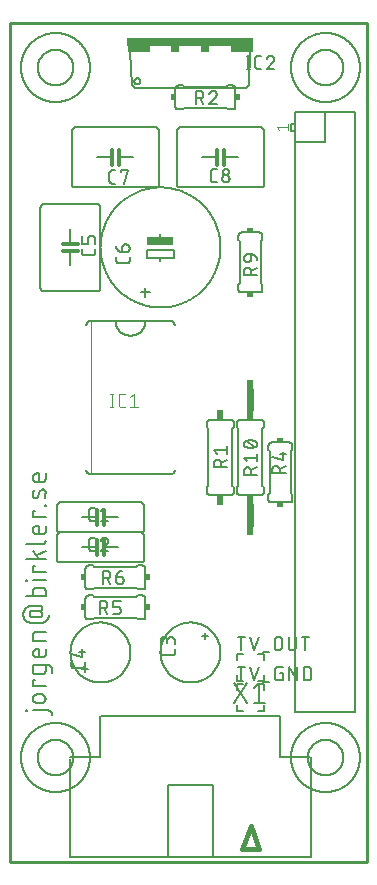
<source format=gbr>
G04 EAGLE Gerber RS-274X export*
G75*
%MOMM*%
%FSLAX34Y34*%
%LPD*%
%INSilkscreen Top*%
%IPPOS*%
%AMOC8*
5,1,8,0,0,1.08239X$1,22.5*%
G01*
%ADD10C,0.152400*%
%ADD11C,0.304800*%
%ADD12C,0.127000*%
%ADD13R,2.286000X0.635000*%
%ADD14C,0.050800*%
%ADD15C,0.101600*%
%ADD16R,0.609600X0.863600*%
%ADD17C,0.609600*%
%ADD18R,0.381000X0.508000*%
%ADD19R,0.508000X0.381000*%
%ADD20C,0.203200*%
%ADD21C,0.406400*%
%ADD22R,10.668000X0.762000*%
%ADD23R,1.905000X0.508000*%
%ADD24R,0.762000X0.508000*%
%ADD25C,0.254000*%


D10*
X171281Y90529D02*
X184827Y90529D01*
X184928Y90527D01*
X185029Y90521D01*
X185130Y90512D01*
X185231Y90499D01*
X185331Y90482D01*
X185430Y90461D01*
X185528Y90437D01*
X185625Y90409D01*
X185722Y90377D01*
X185817Y90342D01*
X185910Y90303D01*
X186002Y90261D01*
X186093Y90215D01*
X186182Y90166D01*
X186268Y90114D01*
X186353Y90058D01*
X186436Y90000D01*
X186516Y89938D01*
X186594Y89873D01*
X186670Y89806D01*
X186743Y89736D01*
X186813Y89663D01*
X186880Y89587D01*
X186945Y89509D01*
X187007Y89429D01*
X187065Y89346D01*
X187121Y89261D01*
X187173Y89175D01*
X187222Y89086D01*
X187268Y88995D01*
X187310Y88903D01*
X187349Y88810D01*
X187384Y88715D01*
X187416Y88618D01*
X187444Y88521D01*
X187468Y88423D01*
X187489Y88324D01*
X187506Y88224D01*
X187519Y88123D01*
X187528Y88022D01*
X187534Y87921D01*
X187536Y87820D01*
X187537Y87820D02*
X187537Y86917D01*
X166765Y90077D02*
X165862Y90077D01*
X165862Y90981D01*
X166765Y90981D01*
X166765Y90077D01*
X174893Y97060D02*
X178506Y97060D01*
X174893Y97060D02*
X174774Y97062D01*
X174654Y97068D01*
X174535Y97078D01*
X174417Y97092D01*
X174298Y97109D01*
X174181Y97131D01*
X174064Y97156D01*
X173949Y97186D01*
X173834Y97219D01*
X173720Y97256D01*
X173608Y97296D01*
X173497Y97341D01*
X173388Y97389D01*
X173280Y97440D01*
X173174Y97495D01*
X173070Y97554D01*
X172968Y97616D01*
X172868Y97681D01*
X172770Y97750D01*
X172674Y97822D01*
X172581Y97897D01*
X172491Y97974D01*
X172403Y98055D01*
X172318Y98139D01*
X172236Y98226D01*
X172156Y98315D01*
X172080Y98407D01*
X172006Y98501D01*
X171936Y98598D01*
X171869Y98696D01*
X171805Y98797D01*
X171745Y98901D01*
X171688Y99006D01*
X171635Y99113D01*
X171585Y99221D01*
X171539Y99331D01*
X171497Y99443D01*
X171458Y99556D01*
X171423Y99670D01*
X171392Y99785D01*
X171364Y99902D01*
X171341Y100019D01*
X171321Y100136D01*
X171305Y100255D01*
X171293Y100374D01*
X171285Y100493D01*
X171281Y100612D01*
X171281Y100732D01*
X171285Y100851D01*
X171293Y100970D01*
X171305Y101089D01*
X171321Y101208D01*
X171341Y101325D01*
X171364Y101442D01*
X171392Y101559D01*
X171423Y101674D01*
X171458Y101788D01*
X171497Y101901D01*
X171539Y102013D01*
X171585Y102123D01*
X171635Y102231D01*
X171688Y102338D01*
X171745Y102443D01*
X171805Y102547D01*
X171869Y102648D01*
X171936Y102746D01*
X172006Y102843D01*
X172080Y102937D01*
X172156Y103029D01*
X172236Y103118D01*
X172318Y103205D01*
X172403Y103289D01*
X172491Y103370D01*
X172581Y103447D01*
X172674Y103522D01*
X172770Y103594D01*
X172868Y103663D01*
X172968Y103728D01*
X173070Y103790D01*
X173174Y103849D01*
X173280Y103904D01*
X173388Y103955D01*
X173497Y104003D01*
X173608Y104048D01*
X173720Y104088D01*
X173834Y104125D01*
X173949Y104158D01*
X174064Y104188D01*
X174181Y104213D01*
X174298Y104235D01*
X174417Y104252D01*
X174535Y104266D01*
X174654Y104276D01*
X174774Y104282D01*
X174893Y104284D01*
X178506Y104284D01*
X178625Y104282D01*
X178745Y104276D01*
X178864Y104266D01*
X178982Y104252D01*
X179101Y104235D01*
X179218Y104213D01*
X179335Y104188D01*
X179450Y104158D01*
X179565Y104125D01*
X179679Y104088D01*
X179791Y104048D01*
X179902Y104003D01*
X180011Y103955D01*
X180119Y103904D01*
X180225Y103849D01*
X180329Y103790D01*
X180431Y103728D01*
X180531Y103663D01*
X180629Y103594D01*
X180725Y103522D01*
X180818Y103447D01*
X180908Y103370D01*
X180996Y103289D01*
X181081Y103205D01*
X181163Y103118D01*
X181243Y103029D01*
X181319Y102937D01*
X181393Y102843D01*
X181463Y102746D01*
X181530Y102648D01*
X181594Y102547D01*
X181654Y102443D01*
X181711Y102338D01*
X181764Y102231D01*
X181814Y102123D01*
X181860Y102013D01*
X181902Y101901D01*
X181941Y101788D01*
X181976Y101674D01*
X182007Y101559D01*
X182035Y101442D01*
X182058Y101325D01*
X182078Y101208D01*
X182094Y101089D01*
X182106Y100970D01*
X182114Y100851D01*
X182118Y100732D01*
X182118Y100612D01*
X182114Y100493D01*
X182106Y100374D01*
X182094Y100255D01*
X182078Y100136D01*
X182058Y100019D01*
X182035Y99902D01*
X182007Y99785D01*
X181976Y99670D01*
X181941Y99556D01*
X181902Y99443D01*
X181860Y99331D01*
X181814Y99221D01*
X181764Y99113D01*
X181711Y99006D01*
X181654Y98901D01*
X181594Y98797D01*
X181530Y98696D01*
X181463Y98598D01*
X181393Y98501D01*
X181319Y98407D01*
X181243Y98315D01*
X181163Y98226D01*
X181081Y98139D01*
X180996Y98055D01*
X180908Y97974D01*
X180818Y97897D01*
X180725Y97822D01*
X180629Y97750D01*
X180531Y97681D01*
X180431Y97616D01*
X180329Y97554D01*
X180225Y97495D01*
X180119Y97440D01*
X180011Y97389D01*
X179902Y97341D01*
X179791Y97296D01*
X179679Y97256D01*
X179565Y97219D01*
X179450Y97186D01*
X179335Y97156D01*
X179218Y97131D01*
X179101Y97109D01*
X178982Y97092D01*
X178864Y97078D01*
X178745Y97068D01*
X178625Y97062D01*
X178506Y97060D01*
X182118Y111213D02*
X171281Y111213D01*
X171281Y116631D01*
X173087Y116631D01*
X182118Y124185D02*
X182118Y128700D01*
X182118Y124185D02*
X182116Y124084D01*
X182110Y123983D01*
X182101Y123882D01*
X182088Y123781D01*
X182071Y123681D01*
X182050Y123582D01*
X182026Y123484D01*
X181998Y123387D01*
X181966Y123290D01*
X181931Y123195D01*
X181892Y123102D01*
X181850Y123010D01*
X181804Y122919D01*
X181755Y122830D01*
X181703Y122744D01*
X181647Y122659D01*
X181589Y122576D01*
X181527Y122496D01*
X181462Y122418D01*
X181395Y122342D01*
X181325Y122269D01*
X181252Y122199D01*
X181176Y122132D01*
X181098Y122067D01*
X181018Y122005D01*
X180935Y121947D01*
X180850Y121891D01*
X180764Y121839D01*
X180675Y121790D01*
X180584Y121744D01*
X180492Y121702D01*
X180399Y121663D01*
X180304Y121628D01*
X180207Y121596D01*
X180110Y121568D01*
X180012Y121544D01*
X179913Y121523D01*
X179813Y121506D01*
X179712Y121493D01*
X179611Y121484D01*
X179510Y121478D01*
X179409Y121476D01*
X179409Y121475D02*
X173990Y121475D01*
X173990Y121476D02*
X173889Y121478D01*
X173788Y121484D01*
X173687Y121493D01*
X173586Y121506D01*
X173486Y121523D01*
X173387Y121544D01*
X173289Y121568D01*
X173192Y121596D01*
X173095Y121628D01*
X173000Y121663D01*
X172907Y121702D01*
X172815Y121744D01*
X172724Y121790D01*
X172636Y121839D01*
X172549Y121891D01*
X172464Y121947D01*
X172381Y122005D01*
X172301Y122067D01*
X172223Y122132D01*
X172147Y122199D01*
X172074Y122269D01*
X172004Y122342D01*
X171937Y122418D01*
X171872Y122496D01*
X171810Y122576D01*
X171752Y122659D01*
X171696Y122744D01*
X171644Y122831D01*
X171595Y122919D01*
X171549Y123010D01*
X171507Y123102D01*
X171468Y123195D01*
X171433Y123290D01*
X171401Y123387D01*
X171373Y123484D01*
X171349Y123582D01*
X171328Y123681D01*
X171311Y123781D01*
X171298Y123882D01*
X171289Y123983D01*
X171283Y124084D01*
X171281Y124185D01*
X171281Y128700D01*
X184827Y128700D01*
X184928Y128698D01*
X185029Y128692D01*
X185130Y128683D01*
X185231Y128670D01*
X185331Y128653D01*
X185430Y128632D01*
X185528Y128608D01*
X185625Y128580D01*
X185722Y128548D01*
X185817Y128513D01*
X185910Y128474D01*
X186002Y128432D01*
X186093Y128386D01*
X186182Y128337D01*
X186268Y128285D01*
X186353Y128229D01*
X186436Y128171D01*
X186516Y128109D01*
X186594Y128044D01*
X186670Y127977D01*
X186743Y127907D01*
X186813Y127834D01*
X186880Y127758D01*
X186945Y127680D01*
X187007Y127600D01*
X187065Y127517D01*
X187121Y127432D01*
X187173Y127346D01*
X187222Y127257D01*
X187268Y127166D01*
X187310Y127074D01*
X187349Y126981D01*
X187384Y126886D01*
X187416Y126789D01*
X187444Y126692D01*
X187468Y126594D01*
X187489Y126495D01*
X187506Y126395D01*
X187519Y126294D01*
X187528Y126193D01*
X187534Y126092D01*
X187536Y125991D01*
X187537Y125991D02*
X187537Y122378D01*
X182118Y138326D02*
X182118Y142841D01*
X182118Y138326D02*
X182116Y138225D01*
X182110Y138124D01*
X182101Y138023D01*
X182088Y137922D01*
X182071Y137822D01*
X182050Y137723D01*
X182026Y137625D01*
X181998Y137528D01*
X181966Y137431D01*
X181931Y137336D01*
X181892Y137243D01*
X181850Y137151D01*
X181804Y137060D01*
X181755Y136971D01*
X181703Y136885D01*
X181647Y136800D01*
X181589Y136717D01*
X181527Y136637D01*
X181462Y136559D01*
X181395Y136483D01*
X181325Y136410D01*
X181252Y136340D01*
X181176Y136273D01*
X181098Y136208D01*
X181018Y136146D01*
X180935Y136088D01*
X180850Y136032D01*
X180764Y135980D01*
X180675Y135931D01*
X180584Y135885D01*
X180492Y135843D01*
X180399Y135804D01*
X180304Y135769D01*
X180207Y135737D01*
X180110Y135709D01*
X180012Y135685D01*
X179913Y135664D01*
X179813Y135647D01*
X179712Y135634D01*
X179611Y135625D01*
X179510Y135619D01*
X179409Y135617D01*
X174893Y135617D01*
X174774Y135619D01*
X174654Y135625D01*
X174535Y135635D01*
X174417Y135649D01*
X174298Y135666D01*
X174181Y135688D01*
X174064Y135713D01*
X173949Y135743D01*
X173834Y135776D01*
X173720Y135813D01*
X173608Y135853D01*
X173497Y135898D01*
X173388Y135946D01*
X173280Y135997D01*
X173174Y136052D01*
X173070Y136111D01*
X172968Y136173D01*
X172868Y136238D01*
X172770Y136307D01*
X172674Y136379D01*
X172581Y136454D01*
X172491Y136531D01*
X172403Y136612D01*
X172318Y136696D01*
X172236Y136783D01*
X172156Y136872D01*
X172080Y136964D01*
X172006Y137058D01*
X171936Y137155D01*
X171869Y137253D01*
X171805Y137354D01*
X171745Y137458D01*
X171688Y137563D01*
X171635Y137670D01*
X171585Y137778D01*
X171539Y137888D01*
X171497Y138000D01*
X171458Y138113D01*
X171423Y138227D01*
X171392Y138342D01*
X171364Y138459D01*
X171341Y138576D01*
X171321Y138693D01*
X171305Y138812D01*
X171293Y138931D01*
X171285Y139050D01*
X171281Y139169D01*
X171281Y139289D01*
X171285Y139408D01*
X171293Y139527D01*
X171305Y139646D01*
X171321Y139765D01*
X171341Y139882D01*
X171364Y139999D01*
X171392Y140116D01*
X171423Y140231D01*
X171458Y140345D01*
X171497Y140458D01*
X171539Y140570D01*
X171585Y140680D01*
X171635Y140788D01*
X171688Y140895D01*
X171745Y141000D01*
X171805Y141104D01*
X171869Y141205D01*
X171936Y141303D01*
X172006Y141400D01*
X172080Y141494D01*
X172156Y141586D01*
X172236Y141675D01*
X172318Y141762D01*
X172403Y141846D01*
X172491Y141927D01*
X172581Y142004D01*
X172674Y142079D01*
X172770Y142151D01*
X172868Y142220D01*
X172968Y142285D01*
X173070Y142347D01*
X173174Y142406D01*
X173280Y142461D01*
X173388Y142512D01*
X173497Y142560D01*
X173608Y142605D01*
X173720Y142645D01*
X173834Y142682D01*
X173949Y142715D01*
X174064Y142745D01*
X174181Y142770D01*
X174298Y142792D01*
X174417Y142809D01*
X174535Y142823D01*
X174654Y142833D01*
X174774Y142839D01*
X174893Y142841D01*
X176699Y142841D01*
X176699Y135617D01*
X182118Y149685D02*
X171281Y149685D01*
X171281Y154200D01*
X171283Y154304D01*
X171289Y154407D01*
X171299Y154511D01*
X171313Y154614D01*
X171331Y154716D01*
X171352Y154817D01*
X171378Y154918D01*
X171407Y155017D01*
X171440Y155116D01*
X171477Y155213D01*
X171518Y155308D01*
X171562Y155402D01*
X171610Y155494D01*
X171661Y155584D01*
X171716Y155673D01*
X171774Y155759D01*
X171836Y155842D01*
X171900Y155924D01*
X171968Y156002D01*
X172038Y156078D01*
X172111Y156152D01*
X172188Y156222D01*
X172266Y156290D01*
X172348Y156354D01*
X172431Y156416D01*
X172517Y156474D01*
X172606Y156529D01*
X172696Y156580D01*
X172788Y156628D01*
X172882Y156672D01*
X172977Y156713D01*
X173074Y156750D01*
X173173Y156783D01*
X173272Y156812D01*
X173373Y156838D01*
X173474Y156859D01*
X173576Y156877D01*
X173679Y156891D01*
X173783Y156901D01*
X173886Y156907D01*
X173990Y156909D01*
X173990Y156910D02*
X182118Y156910D01*
X168571Y172055D02*
X168571Y174764D01*
X168572Y172055D02*
X168574Y171954D01*
X168580Y171853D01*
X168589Y171752D01*
X168602Y171651D01*
X168619Y171551D01*
X168640Y171452D01*
X168664Y171354D01*
X168692Y171257D01*
X168724Y171160D01*
X168759Y171065D01*
X168798Y170972D01*
X168840Y170880D01*
X168886Y170789D01*
X168935Y170701D01*
X168987Y170614D01*
X169043Y170529D01*
X169101Y170446D01*
X169163Y170366D01*
X169228Y170288D01*
X169295Y170212D01*
X169365Y170139D01*
X169438Y170069D01*
X169514Y170002D01*
X169592Y169937D01*
X169672Y169875D01*
X169755Y169817D01*
X169840Y169761D01*
X169927Y169709D01*
X170015Y169660D01*
X170106Y169614D01*
X170198Y169572D01*
X170291Y169533D01*
X170386Y169498D01*
X170483Y169466D01*
X170580Y169438D01*
X170678Y169414D01*
X170777Y169393D01*
X170877Y169376D01*
X170978Y169363D01*
X171079Y169354D01*
X171180Y169348D01*
X171281Y169346D01*
X171281Y169345D02*
X176699Y169345D01*
X176699Y169346D02*
X176802Y169348D01*
X176904Y169354D01*
X177006Y169363D01*
X177108Y169377D01*
X177209Y169394D01*
X177309Y169416D01*
X177408Y169441D01*
X177507Y169469D01*
X177604Y169502D01*
X177700Y169538D01*
X177795Y169577D01*
X177888Y169621D01*
X177979Y169667D01*
X178068Y169718D01*
X178156Y169771D01*
X178241Y169828D01*
X178324Y169888D01*
X178405Y169951D01*
X178484Y170017D01*
X178559Y170086D01*
X178633Y170158D01*
X178703Y170232D01*
X178771Y170309D01*
X178835Y170389D01*
X178897Y170471D01*
X178955Y170555D01*
X179010Y170642D01*
X179062Y170730D01*
X179110Y170821D01*
X179155Y170913D01*
X179197Y171006D01*
X179235Y171102D01*
X179269Y171198D01*
X179300Y171296D01*
X179326Y171395D01*
X179350Y171495D01*
X179369Y171596D01*
X179384Y171697D01*
X179396Y171799D01*
X179404Y171901D01*
X179408Y172004D01*
X179408Y172106D01*
X179404Y172209D01*
X179396Y172311D01*
X179384Y172413D01*
X179369Y172514D01*
X179350Y172615D01*
X179326Y172715D01*
X179300Y172814D01*
X179269Y172912D01*
X179235Y173008D01*
X179197Y173104D01*
X179155Y173197D01*
X179110Y173289D01*
X179062Y173380D01*
X179010Y173468D01*
X178955Y173555D01*
X178897Y173639D01*
X178835Y173721D01*
X178771Y173801D01*
X178703Y173878D01*
X178633Y173952D01*
X178559Y174024D01*
X178484Y174093D01*
X178405Y174159D01*
X178324Y174222D01*
X178241Y174282D01*
X178156Y174339D01*
X178068Y174392D01*
X177979Y174443D01*
X177888Y174489D01*
X177795Y174533D01*
X177700Y174572D01*
X177604Y174608D01*
X177507Y174641D01*
X177408Y174669D01*
X177309Y174694D01*
X177209Y174716D01*
X177108Y174733D01*
X177006Y174747D01*
X176904Y174756D01*
X176802Y174762D01*
X176699Y174764D01*
X177151Y174764D02*
X168571Y174764D01*
X177151Y174764D02*
X177244Y174766D01*
X177337Y174772D01*
X177430Y174781D01*
X177523Y174795D01*
X177614Y174812D01*
X177705Y174833D01*
X177795Y174858D01*
X177884Y174886D01*
X177972Y174918D01*
X178058Y174954D01*
X178143Y174993D01*
X178226Y175036D01*
X178307Y175082D01*
X178386Y175132D01*
X178463Y175184D01*
X178538Y175240D01*
X178610Y175299D01*
X178680Y175361D01*
X178748Y175425D01*
X178812Y175493D01*
X178874Y175563D01*
X178933Y175635D01*
X178989Y175710D01*
X179041Y175787D01*
X179091Y175866D01*
X179137Y175947D01*
X179180Y176030D01*
X179219Y176115D01*
X179255Y176201D01*
X179287Y176289D01*
X179315Y176378D01*
X179340Y176468D01*
X179361Y176559D01*
X179378Y176650D01*
X179392Y176743D01*
X179401Y176836D01*
X179407Y176929D01*
X179409Y177022D01*
X179407Y177115D01*
X179401Y177208D01*
X179392Y177301D01*
X179378Y177394D01*
X179361Y177485D01*
X179340Y177576D01*
X179315Y177666D01*
X179287Y177755D01*
X179255Y177843D01*
X179219Y177929D01*
X179180Y178014D01*
X179137Y178097D01*
X179091Y178178D01*
X179041Y178257D01*
X178989Y178334D01*
X178933Y178409D01*
X178874Y178481D01*
X178812Y178551D01*
X178748Y178619D01*
X178680Y178683D01*
X178610Y178745D01*
X178538Y178804D01*
X178463Y178860D01*
X178386Y178912D01*
X178307Y178962D01*
X178226Y179008D01*
X178143Y179051D01*
X178058Y179090D01*
X177972Y179126D01*
X177884Y179158D01*
X177795Y179186D01*
X177705Y179211D01*
X177614Y179232D01*
X177523Y179249D01*
X177430Y179263D01*
X177337Y179272D01*
X177244Y179278D01*
X177151Y179280D01*
X177151Y179279D02*
X170378Y179279D01*
X170378Y179280D02*
X170202Y179278D01*
X170026Y179271D01*
X169851Y179261D01*
X169675Y179246D01*
X169500Y179227D01*
X169326Y179203D01*
X169152Y179175D01*
X168979Y179143D01*
X168807Y179107D01*
X168636Y179067D01*
X168466Y179022D01*
X168296Y178974D01*
X168129Y178921D01*
X167962Y178864D01*
X167797Y178803D01*
X167633Y178738D01*
X167472Y178670D01*
X167311Y178597D01*
X167153Y178520D01*
X166996Y178440D01*
X166842Y178356D01*
X166690Y178268D01*
X166539Y178176D01*
X166391Y178081D01*
X166246Y177982D01*
X166103Y177879D01*
X165962Y177774D01*
X165824Y177664D01*
X165689Y177552D01*
X165557Y177436D01*
X165427Y177317D01*
X165300Y177195D01*
X165177Y177070D01*
X165056Y176942D01*
X164939Y176810D01*
X164825Y176677D01*
X164714Y176540D01*
X164606Y176401D01*
X164502Y176259D01*
X164401Y176115D01*
X164304Y175968D01*
X164211Y175819D01*
X164121Y175668D01*
X164035Y175514D01*
X163953Y175359D01*
X163874Y175201D01*
X163799Y175042D01*
X163728Y174881D01*
X163662Y174718D01*
X163599Y174554D01*
X163540Y174388D01*
X163485Y174221D01*
X163435Y174052D01*
X163388Y173882D01*
X163346Y173712D01*
X163307Y173540D01*
X163273Y173367D01*
X163243Y173194D01*
X163218Y173020D01*
X163196Y172845D01*
X163179Y172670D01*
X163166Y172495D01*
X163158Y172319D01*
X163154Y172143D01*
X163154Y171967D01*
X163158Y171791D01*
X163166Y171615D01*
X163179Y171440D01*
X163196Y171265D01*
X163218Y171090D01*
X163243Y170916D01*
X163273Y170743D01*
X163307Y170570D01*
X163346Y170398D01*
X163388Y170228D01*
X163435Y170058D01*
X163485Y169889D01*
X163540Y169722D01*
X163599Y169556D01*
X163662Y169392D01*
X163728Y169229D01*
X163799Y169068D01*
X163874Y168909D01*
X163953Y168751D01*
X164035Y168596D01*
X164121Y168442D01*
X164211Y168291D01*
X164304Y168142D01*
X164401Y167995D01*
X164502Y167851D01*
X164606Y167709D01*
X164714Y167570D01*
X164825Y167433D01*
X164939Y167300D01*
X165056Y167168D01*
X165177Y167040D01*
X165300Y166915D01*
X165427Y166793D01*
X165557Y166674D01*
X165689Y166558D01*
X165824Y166446D01*
X165962Y166336D01*
X166103Y166231D01*
X166246Y166128D01*
X166391Y166029D01*
X166539Y165934D01*
X166690Y165842D01*
X166842Y165754D01*
X166996Y165670D01*
X167153Y165590D01*
X167311Y165513D01*
X167472Y165440D01*
X167633Y165372D01*
X167797Y165307D01*
X167962Y165246D01*
X168129Y165189D01*
X168296Y165136D01*
X168466Y165088D01*
X168636Y165043D01*
X168807Y165003D01*
X168979Y164967D01*
X169152Y164935D01*
X169326Y164907D01*
X169500Y164883D01*
X169675Y164864D01*
X169851Y164849D01*
X170026Y164839D01*
X170202Y164832D01*
X170378Y164830D01*
X178054Y164830D01*
X178218Y164832D01*
X178383Y164838D01*
X178547Y164848D01*
X178711Y164862D01*
X178874Y164880D01*
X179037Y164902D01*
X179200Y164927D01*
X179361Y164957D01*
X179522Y164991D01*
X179682Y165028D01*
X179842Y165070D01*
X180000Y165115D01*
X180157Y165164D01*
X180312Y165217D01*
X180467Y165273D01*
X180620Y165334D01*
X180771Y165398D01*
X180921Y165465D01*
X181069Y165536D01*
X181216Y165611D01*
X181360Y165690D01*
X181503Y165771D01*
X181644Y165857D01*
X181782Y165945D01*
X181919Y166037D01*
X182053Y166133D01*
X182184Y166231D01*
X182314Y166333D01*
X182440Y166437D01*
X182565Y166545D01*
X182686Y166656D01*
X182805Y166770D01*
X182921Y166886D01*
X183034Y167005D01*
X183145Y167127D01*
X183252Y167252D01*
X183356Y167379D01*
X183457Y167509D01*
X183555Y167641D01*
X183650Y167775D01*
X183742Y167912D01*
X183830Y168051D01*
X183914Y168192D01*
X183996Y168335D01*
X184073Y168480D01*
X184148Y168626D01*
X184218Y168775D01*
X184286Y168925D01*
X184349Y169077D01*
X184409Y169230D01*
X184465Y169384D01*
X184517Y169540D01*
X184565Y169698D01*
X184610Y169856D01*
X184651Y170015D01*
X184688Y170175D01*
X184721Y170336D01*
X184750Y170498D01*
X184775Y170661D01*
X184796Y170824D01*
X184814Y170987D01*
X184827Y171151D01*
X182118Y187273D02*
X165862Y187273D01*
X182118Y187273D02*
X182118Y191788D01*
X182116Y191889D01*
X182110Y191990D01*
X182101Y192091D01*
X182088Y192192D01*
X182071Y192292D01*
X182050Y192391D01*
X182026Y192489D01*
X181998Y192586D01*
X181966Y192683D01*
X181931Y192778D01*
X181892Y192871D01*
X181850Y192963D01*
X181804Y193054D01*
X181755Y193143D01*
X181703Y193229D01*
X181647Y193314D01*
X181589Y193397D01*
X181527Y193477D01*
X181462Y193555D01*
X181395Y193631D01*
X181325Y193704D01*
X181252Y193774D01*
X181176Y193841D01*
X181098Y193906D01*
X181018Y193968D01*
X180935Y194026D01*
X180850Y194082D01*
X180764Y194134D01*
X180675Y194183D01*
X180584Y194229D01*
X180492Y194271D01*
X180399Y194310D01*
X180304Y194345D01*
X180207Y194377D01*
X180110Y194405D01*
X180012Y194429D01*
X179913Y194450D01*
X179813Y194467D01*
X179712Y194480D01*
X179611Y194489D01*
X179510Y194495D01*
X179409Y194497D01*
X179409Y194498D02*
X173990Y194498D01*
X173990Y194497D02*
X173889Y194495D01*
X173788Y194489D01*
X173687Y194480D01*
X173586Y194467D01*
X173486Y194450D01*
X173387Y194429D01*
X173289Y194405D01*
X173192Y194377D01*
X173095Y194345D01*
X173000Y194310D01*
X172907Y194271D01*
X172815Y194229D01*
X172724Y194183D01*
X172636Y194134D01*
X172549Y194082D01*
X172464Y194026D01*
X172381Y193968D01*
X172301Y193906D01*
X172223Y193841D01*
X172147Y193774D01*
X172074Y193704D01*
X172004Y193631D01*
X171937Y193555D01*
X171872Y193477D01*
X171810Y193397D01*
X171752Y193314D01*
X171696Y193229D01*
X171644Y193143D01*
X171595Y193054D01*
X171549Y192963D01*
X171507Y192871D01*
X171468Y192778D01*
X171433Y192683D01*
X171401Y192586D01*
X171373Y192489D01*
X171349Y192391D01*
X171328Y192292D01*
X171311Y192192D01*
X171298Y192091D01*
X171289Y191990D01*
X171283Y191889D01*
X171281Y191788D01*
X171281Y187273D01*
X171281Y200712D02*
X182118Y200712D01*
X166765Y200260D02*
X165862Y200260D01*
X165862Y201163D01*
X166765Y201163D01*
X166765Y200260D01*
X171281Y207605D02*
X182118Y207605D01*
X171281Y207605D02*
X171281Y213024D01*
X173087Y213024D01*
X165862Y218631D02*
X182118Y218631D01*
X176699Y218631D02*
X171281Y225856D01*
X174442Y221792D02*
X182118Y225856D01*
X179409Y231725D02*
X165862Y231725D01*
X179409Y231725D02*
X179510Y231727D01*
X179611Y231733D01*
X179712Y231742D01*
X179813Y231755D01*
X179913Y231772D01*
X180012Y231793D01*
X180110Y231817D01*
X180207Y231845D01*
X180304Y231877D01*
X180399Y231912D01*
X180492Y231951D01*
X180584Y231993D01*
X180675Y232039D01*
X180764Y232088D01*
X180850Y232140D01*
X180935Y232196D01*
X181018Y232254D01*
X181098Y232316D01*
X181176Y232381D01*
X181252Y232448D01*
X181325Y232518D01*
X181395Y232591D01*
X181462Y232667D01*
X181527Y232745D01*
X181589Y232825D01*
X181647Y232908D01*
X181703Y232993D01*
X181755Y233079D01*
X181804Y233168D01*
X181850Y233259D01*
X181892Y233351D01*
X181931Y233444D01*
X181966Y233539D01*
X181998Y233636D01*
X182026Y233733D01*
X182050Y233831D01*
X182071Y233930D01*
X182088Y234030D01*
X182101Y234131D01*
X182110Y234232D01*
X182116Y234333D01*
X182118Y234434D01*
X182118Y242534D02*
X182118Y247050D01*
X182118Y242534D02*
X182116Y242433D01*
X182110Y242332D01*
X182101Y242231D01*
X182088Y242130D01*
X182071Y242030D01*
X182050Y241931D01*
X182026Y241833D01*
X181998Y241736D01*
X181966Y241639D01*
X181931Y241544D01*
X181892Y241451D01*
X181850Y241359D01*
X181804Y241268D01*
X181755Y241179D01*
X181703Y241093D01*
X181647Y241008D01*
X181589Y240925D01*
X181527Y240845D01*
X181462Y240767D01*
X181395Y240691D01*
X181325Y240618D01*
X181252Y240548D01*
X181176Y240481D01*
X181098Y240416D01*
X181018Y240354D01*
X180935Y240296D01*
X180850Y240240D01*
X180764Y240188D01*
X180675Y240139D01*
X180584Y240093D01*
X180492Y240051D01*
X180399Y240012D01*
X180304Y239977D01*
X180207Y239945D01*
X180110Y239917D01*
X180012Y239893D01*
X179913Y239872D01*
X179813Y239855D01*
X179712Y239842D01*
X179611Y239833D01*
X179510Y239827D01*
X179409Y239825D01*
X174893Y239825D01*
X174774Y239827D01*
X174654Y239833D01*
X174535Y239843D01*
X174417Y239857D01*
X174298Y239874D01*
X174181Y239896D01*
X174064Y239921D01*
X173949Y239951D01*
X173834Y239984D01*
X173720Y240021D01*
X173608Y240061D01*
X173497Y240106D01*
X173388Y240154D01*
X173280Y240205D01*
X173174Y240260D01*
X173070Y240319D01*
X172968Y240381D01*
X172868Y240446D01*
X172770Y240515D01*
X172674Y240587D01*
X172581Y240662D01*
X172491Y240739D01*
X172403Y240820D01*
X172318Y240904D01*
X172236Y240991D01*
X172156Y241080D01*
X172080Y241172D01*
X172006Y241266D01*
X171936Y241363D01*
X171869Y241461D01*
X171805Y241562D01*
X171745Y241666D01*
X171688Y241771D01*
X171635Y241878D01*
X171585Y241986D01*
X171539Y242096D01*
X171497Y242208D01*
X171458Y242321D01*
X171423Y242435D01*
X171392Y242550D01*
X171364Y242667D01*
X171341Y242784D01*
X171321Y242901D01*
X171305Y243020D01*
X171293Y243139D01*
X171285Y243258D01*
X171281Y243377D01*
X171281Y243497D01*
X171285Y243616D01*
X171293Y243735D01*
X171305Y243854D01*
X171321Y243973D01*
X171341Y244090D01*
X171364Y244207D01*
X171392Y244324D01*
X171423Y244439D01*
X171458Y244553D01*
X171497Y244666D01*
X171539Y244778D01*
X171585Y244888D01*
X171635Y244996D01*
X171688Y245103D01*
X171745Y245208D01*
X171805Y245312D01*
X171869Y245413D01*
X171936Y245511D01*
X172006Y245608D01*
X172080Y245702D01*
X172156Y245794D01*
X172236Y245883D01*
X172318Y245970D01*
X172403Y246054D01*
X172491Y246135D01*
X172581Y246212D01*
X172674Y246287D01*
X172770Y246359D01*
X172868Y246428D01*
X172968Y246493D01*
X173070Y246555D01*
X173174Y246614D01*
X173280Y246669D01*
X173388Y246720D01*
X173497Y246768D01*
X173608Y246813D01*
X173720Y246853D01*
X173834Y246890D01*
X173949Y246923D01*
X174064Y246953D01*
X174181Y246978D01*
X174298Y247000D01*
X174417Y247017D01*
X174535Y247031D01*
X174654Y247041D01*
X174774Y247047D01*
X174893Y247049D01*
X174893Y247050D02*
X176699Y247050D01*
X176699Y239825D01*
X182118Y253978D02*
X171281Y253978D01*
X171281Y259396D01*
X173087Y259396D01*
X181215Y263827D02*
X182118Y263827D01*
X181215Y263827D02*
X181215Y264730D01*
X182118Y264730D01*
X182118Y263827D01*
X175796Y271921D02*
X177602Y276436D01*
X175796Y271920D02*
X175759Y271832D01*
X175718Y271746D01*
X175674Y271661D01*
X175626Y271578D01*
X175575Y271498D01*
X175521Y271419D01*
X175463Y271343D01*
X175403Y271269D01*
X175339Y271197D01*
X175273Y271129D01*
X175203Y271063D01*
X175132Y271000D01*
X175057Y270939D01*
X174981Y270882D01*
X174902Y270829D01*
X174821Y270778D01*
X174738Y270731D01*
X174653Y270687D01*
X174566Y270647D01*
X174478Y270610D01*
X174388Y270577D01*
X174297Y270547D01*
X174205Y270522D01*
X174112Y270500D01*
X174018Y270482D01*
X173924Y270467D01*
X173829Y270457D01*
X173733Y270451D01*
X173638Y270448D01*
X173542Y270449D01*
X173447Y270455D01*
X173351Y270464D01*
X173257Y270477D01*
X173163Y270493D01*
X173069Y270514D01*
X172977Y270539D01*
X172886Y270567D01*
X172796Y270599D01*
X172707Y270634D01*
X172620Y270673D01*
X172534Y270716D01*
X172450Y270762D01*
X172369Y270812D01*
X172289Y270864D01*
X172211Y270920D01*
X172136Y270980D01*
X172064Y271042D01*
X171994Y271107D01*
X171926Y271175D01*
X171862Y271245D01*
X171800Y271318D01*
X171742Y271394D01*
X171686Y271472D01*
X171634Y271552D01*
X171585Y271634D01*
X171540Y271718D01*
X171498Y271804D01*
X171459Y271891D01*
X171424Y271980D01*
X171393Y272071D01*
X171366Y272162D01*
X171342Y272255D01*
X171322Y272348D01*
X171306Y272442D01*
X171294Y272537D01*
X171285Y272632D01*
X171281Y272728D01*
X171280Y272823D01*
X171287Y273070D01*
X171299Y273316D01*
X171317Y273562D01*
X171342Y273808D01*
X171372Y274052D01*
X171408Y274296D01*
X171450Y274539D01*
X171497Y274781D01*
X171551Y275022D01*
X171610Y275261D01*
X171675Y275499D01*
X171746Y275736D01*
X171822Y275970D01*
X171904Y276203D01*
X171992Y276433D01*
X172085Y276661D01*
X172183Y276888D01*
X177603Y276437D02*
X177640Y276525D01*
X177681Y276611D01*
X177725Y276696D01*
X177773Y276779D01*
X177824Y276859D01*
X177878Y276938D01*
X177936Y277014D01*
X177996Y277088D01*
X178060Y277160D01*
X178126Y277228D01*
X178196Y277294D01*
X178267Y277357D01*
X178342Y277418D01*
X178418Y277475D01*
X178497Y277528D01*
X178578Y277579D01*
X178661Y277626D01*
X178746Y277670D01*
X178833Y277710D01*
X178921Y277747D01*
X179011Y277780D01*
X179102Y277810D01*
X179194Y277835D01*
X179287Y277857D01*
X179381Y277875D01*
X179475Y277890D01*
X179570Y277900D01*
X179666Y277906D01*
X179761Y277909D01*
X179857Y277908D01*
X179952Y277902D01*
X180048Y277893D01*
X180142Y277880D01*
X180236Y277864D01*
X180330Y277843D01*
X180422Y277818D01*
X180513Y277790D01*
X180603Y277758D01*
X180692Y277723D01*
X180779Y277684D01*
X180865Y277641D01*
X180949Y277595D01*
X181030Y277545D01*
X181110Y277493D01*
X181188Y277437D01*
X181263Y277377D01*
X181335Y277315D01*
X181405Y277250D01*
X181473Y277182D01*
X181537Y277112D01*
X181599Y277039D01*
X181657Y276963D01*
X181713Y276885D01*
X181765Y276805D01*
X181814Y276723D01*
X181859Y276639D01*
X181901Y276553D01*
X181940Y276466D01*
X181975Y276377D01*
X182006Y276286D01*
X182033Y276195D01*
X182057Y276102D01*
X182077Y276009D01*
X182093Y275915D01*
X182105Y275820D01*
X182114Y275725D01*
X182118Y275629D01*
X182119Y275534D01*
X182118Y275533D02*
X182109Y275171D01*
X182091Y274809D01*
X182064Y274448D01*
X182029Y274088D01*
X181986Y273728D01*
X181934Y273369D01*
X181873Y273012D01*
X181804Y272657D01*
X181727Y272303D01*
X181641Y271951D01*
X181547Y271601D01*
X181444Y271253D01*
X181334Y270908D01*
X181215Y270566D01*
X182118Y286822D02*
X182118Y291338D01*
X182118Y286822D02*
X182116Y286721D01*
X182110Y286620D01*
X182101Y286519D01*
X182088Y286418D01*
X182071Y286318D01*
X182050Y286219D01*
X182026Y286121D01*
X181998Y286024D01*
X181966Y285927D01*
X181931Y285832D01*
X181892Y285739D01*
X181850Y285647D01*
X181804Y285556D01*
X181755Y285468D01*
X181703Y285381D01*
X181647Y285296D01*
X181589Y285213D01*
X181527Y285133D01*
X181462Y285055D01*
X181395Y284979D01*
X181325Y284906D01*
X181252Y284836D01*
X181176Y284769D01*
X181098Y284704D01*
X181018Y284642D01*
X180935Y284584D01*
X180850Y284528D01*
X180764Y284476D01*
X180675Y284427D01*
X180584Y284381D01*
X180492Y284339D01*
X180399Y284300D01*
X180304Y284265D01*
X180207Y284233D01*
X180110Y284205D01*
X180012Y284181D01*
X179913Y284160D01*
X179813Y284143D01*
X179712Y284130D01*
X179611Y284121D01*
X179510Y284115D01*
X179409Y284113D01*
X174893Y284113D01*
X174893Y284114D02*
X174774Y284116D01*
X174654Y284122D01*
X174535Y284132D01*
X174417Y284146D01*
X174298Y284163D01*
X174181Y284185D01*
X174064Y284210D01*
X173949Y284240D01*
X173834Y284273D01*
X173720Y284310D01*
X173608Y284350D01*
X173497Y284395D01*
X173388Y284443D01*
X173280Y284494D01*
X173174Y284549D01*
X173070Y284608D01*
X172968Y284670D01*
X172868Y284735D01*
X172770Y284804D01*
X172674Y284876D01*
X172581Y284951D01*
X172491Y285028D01*
X172403Y285109D01*
X172318Y285193D01*
X172236Y285280D01*
X172156Y285369D01*
X172080Y285461D01*
X172006Y285555D01*
X171936Y285652D01*
X171869Y285750D01*
X171805Y285851D01*
X171745Y285955D01*
X171688Y286060D01*
X171635Y286167D01*
X171585Y286275D01*
X171539Y286385D01*
X171497Y286497D01*
X171458Y286610D01*
X171423Y286724D01*
X171392Y286839D01*
X171364Y286956D01*
X171341Y287073D01*
X171321Y287190D01*
X171305Y287309D01*
X171293Y287428D01*
X171285Y287547D01*
X171281Y287666D01*
X171281Y287786D01*
X171285Y287905D01*
X171293Y288024D01*
X171305Y288143D01*
X171321Y288262D01*
X171341Y288379D01*
X171364Y288496D01*
X171392Y288613D01*
X171423Y288728D01*
X171458Y288842D01*
X171497Y288955D01*
X171539Y289067D01*
X171585Y289177D01*
X171635Y289285D01*
X171688Y289392D01*
X171745Y289497D01*
X171805Y289601D01*
X171869Y289702D01*
X171936Y289800D01*
X172006Y289897D01*
X172080Y289991D01*
X172156Y290083D01*
X172236Y290172D01*
X172318Y290259D01*
X172403Y290343D01*
X172491Y290424D01*
X172581Y290501D01*
X172674Y290576D01*
X172770Y290648D01*
X172868Y290717D01*
X172968Y290782D01*
X173070Y290844D01*
X173174Y290903D01*
X173280Y290958D01*
X173388Y291009D01*
X173497Y291057D01*
X173608Y291102D01*
X173720Y291142D01*
X173834Y291179D01*
X173949Y291212D01*
X174064Y291242D01*
X174181Y291267D01*
X174298Y291289D01*
X174417Y291306D01*
X174535Y291320D01*
X174654Y291330D01*
X174774Y291336D01*
X174893Y291338D01*
X176699Y291338D01*
X176699Y284113D01*
D11*
X225552Y260350D02*
X225552Y254000D01*
X225552Y247650D01*
D10*
X225552Y254000D02*
X213360Y254000D01*
D11*
X231902Y254000D02*
X231902Y260350D01*
X231902Y254000D02*
X231902Y247650D01*
D10*
X231902Y254000D02*
X243840Y254000D01*
X191770Y264160D02*
X191770Y243840D01*
X194310Y241300D02*
X262890Y241300D01*
X265430Y243840D02*
X265430Y264160D01*
X262890Y266700D02*
X194310Y266700D01*
X262890Y266700D02*
X262990Y266698D01*
X263089Y266692D01*
X263189Y266682D01*
X263287Y266669D01*
X263386Y266651D01*
X263483Y266630D01*
X263579Y266605D01*
X263675Y266576D01*
X263769Y266543D01*
X263862Y266507D01*
X263953Y266467D01*
X264043Y266423D01*
X264131Y266376D01*
X264217Y266326D01*
X264301Y266272D01*
X264383Y266215D01*
X264462Y266155D01*
X264540Y266091D01*
X264614Y266025D01*
X264686Y265956D01*
X264755Y265884D01*
X264821Y265810D01*
X264885Y265732D01*
X264945Y265653D01*
X265002Y265571D01*
X265056Y265487D01*
X265106Y265401D01*
X265153Y265313D01*
X265197Y265223D01*
X265237Y265132D01*
X265273Y265039D01*
X265306Y264945D01*
X265335Y264849D01*
X265360Y264753D01*
X265381Y264656D01*
X265399Y264557D01*
X265412Y264459D01*
X265422Y264359D01*
X265428Y264260D01*
X265430Y264160D01*
X265430Y243840D02*
X265428Y243740D01*
X265422Y243641D01*
X265412Y243541D01*
X265399Y243443D01*
X265381Y243344D01*
X265360Y243247D01*
X265335Y243151D01*
X265306Y243055D01*
X265273Y242961D01*
X265237Y242868D01*
X265197Y242777D01*
X265153Y242687D01*
X265106Y242599D01*
X265056Y242513D01*
X265002Y242429D01*
X264945Y242347D01*
X264885Y242268D01*
X264821Y242190D01*
X264755Y242116D01*
X264686Y242044D01*
X264614Y241975D01*
X264540Y241909D01*
X264462Y241845D01*
X264383Y241785D01*
X264301Y241728D01*
X264217Y241674D01*
X264131Y241624D01*
X264043Y241577D01*
X263953Y241533D01*
X263862Y241493D01*
X263769Y241457D01*
X263675Y241424D01*
X263579Y241395D01*
X263483Y241370D01*
X263386Y241349D01*
X263287Y241331D01*
X263189Y241318D01*
X263089Y241308D01*
X262990Y241302D01*
X262890Y241300D01*
X194310Y241300D02*
X194210Y241302D01*
X194111Y241308D01*
X194011Y241318D01*
X193913Y241331D01*
X193814Y241349D01*
X193717Y241370D01*
X193621Y241395D01*
X193525Y241424D01*
X193431Y241457D01*
X193338Y241493D01*
X193247Y241533D01*
X193157Y241577D01*
X193069Y241624D01*
X192983Y241674D01*
X192899Y241728D01*
X192817Y241785D01*
X192738Y241845D01*
X192660Y241909D01*
X192586Y241975D01*
X192514Y242044D01*
X192445Y242116D01*
X192379Y242190D01*
X192315Y242268D01*
X192255Y242347D01*
X192198Y242429D01*
X192144Y242513D01*
X192094Y242599D01*
X192047Y242687D01*
X192003Y242777D01*
X191963Y242868D01*
X191927Y242961D01*
X191894Y243055D01*
X191865Y243151D01*
X191840Y243247D01*
X191819Y243344D01*
X191801Y243443D01*
X191788Y243541D01*
X191778Y243641D01*
X191772Y243740D01*
X191770Y243840D01*
X191770Y264160D02*
X191772Y264260D01*
X191778Y264359D01*
X191788Y264459D01*
X191801Y264557D01*
X191819Y264656D01*
X191840Y264753D01*
X191865Y264849D01*
X191894Y264945D01*
X191927Y265039D01*
X191963Y265132D01*
X192003Y265223D01*
X192047Y265313D01*
X192094Y265401D01*
X192144Y265487D01*
X192198Y265571D01*
X192255Y265653D01*
X192315Y265732D01*
X192379Y265810D01*
X192445Y265884D01*
X192514Y265956D01*
X192586Y266025D01*
X192660Y266091D01*
X192738Y266155D01*
X192817Y266215D01*
X192899Y266272D01*
X192983Y266326D01*
X193069Y266376D01*
X193157Y266423D01*
X193247Y266467D01*
X193338Y266507D01*
X193431Y266543D01*
X193525Y266576D01*
X193621Y266605D01*
X193717Y266630D01*
X193814Y266651D01*
X193913Y266669D01*
X194011Y266682D01*
X194111Y266692D01*
X194210Y266698D01*
X194310Y266700D01*
D12*
X221615Y250825D02*
X224155Y250825D01*
X221615Y250825D02*
X221515Y250827D01*
X221416Y250833D01*
X221316Y250843D01*
X221218Y250856D01*
X221119Y250874D01*
X221022Y250895D01*
X220926Y250920D01*
X220830Y250949D01*
X220736Y250982D01*
X220643Y251018D01*
X220552Y251058D01*
X220462Y251102D01*
X220374Y251149D01*
X220288Y251199D01*
X220204Y251253D01*
X220122Y251310D01*
X220043Y251370D01*
X219965Y251434D01*
X219891Y251500D01*
X219819Y251569D01*
X219750Y251641D01*
X219684Y251715D01*
X219620Y251793D01*
X219560Y251872D01*
X219503Y251954D01*
X219449Y252038D01*
X219399Y252124D01*
X219352Y252212D01*
X219308Y252302D01*
X219268Y252393D01*
X219232Y252486D01*
X219199Y252580D01*
X219170Y252676D01*
X219145Y252772D01*
X219124Y252869D01*
X219106Y252968D01*
X219093Y253066D01*
X219083Y253166D01*
X219077Y253265D01*
X219075Y253365D01*
X219075Y259715D01*
X219077Y259815D01*
X219083Y259914D01*
X219093Y260014D01*
X219106Y260112D01*
X219124Y260211D01*
X219145Y260308D01*
X219170Y260404D01*
X219199Y260500D01*
X219232Y260594D01*
X219268Y260687D01*
X219308Y260778D01*
X219352Y260868D01*
X219399Y260956D01*
X219449Y261042D01*
X219503Y261126D01*
X219560Y261208D01*
X219620Y261287D01*
X219684Y261365D01*
X219750Y261439D01*
X219819Y261511D01*
X219891Y261580D01*
X219965Y261646D01*
X220043Y261710D01*
X220122Y261770D01*
X220204Y261827D01*
X220288Y261881D01*
X220374Y261931D01*
X220462Y261978D01*
X220552Y262022D01*
X220643Y262062D01*
X220736Y262098D01*
X220830Y262131D01*
X220926Y262160D01*
X221022Y262185D01*
X221119Y262206D01*
X221218Y262224D01*
X221316Y262237D01*
X221416Y262247D01*
X221515Y262253D01*
X221615Y262255D01*
X224155Y262255D01*
X228637Y259715D02*
X231812Y262255D01*
X231812Y250825D01*
X228637Y250825D02*
X234987Y250825D01*
D11*
X225552Y234950D02*
X225552Y228600D01*
X225552Y222250D01*
D10*
X225552Y228600D02*
X213360Y228600D01*
D11*
X231902Y228600D02*
X231902Y234950D01*
X231902Y228600D02*
X231902Y222250D01*
D10*
X231902Y228600D02*
X243840Y228600D01*
X191770Y238760D02*
X191770Y218440D01*
X194310Y215900D02*
X262890Y215900D01*
X265430Y218440D02*
X265430Y238760D01*
X262890Y241300D02*
X194310Y241300D01*
X262890Y241300D02*
X262990Y241298D01*
X263089Y241292D01*
X263189Y241282D01*
X263287Y241269D01*
X263386Y241251D01*
X263483Y241230D01*
X263579Y241205D01*
X263675Y241176D01*
X263769Y241143D01*
X263862Y241107D01*
X263953Y241067D01*
X264043Y241023D01*
X264131Y240976D01*
X264217Y240926D01*
X264301Y240872D01*
X264383Y240815D01*
X264462Y240755D01*
X264540Y240691D01*
X264614Y240625D01*
X264686Y240556D01*
X264755Y240484D01*
X264821Y240410D01*
X264885Y240332D01*
X264945Y240253D01*
X265002Y240171D01*
X265056Y240087D01*
X265106Y240001D01*
X265153Y239913D01*
X265197Y239823D01*
X265237Y239732D01*
X265273Y239639D01*
X265306Y239545D01*
X265335Y239449D01*
X265360Y239353D01*
X265381Y239256D01*
X265399Y239157D01*
X265412Y239059D01*
X265422Y238959D01*
X265428Y238860D01*
X265430Y238760D01*
X265430Y218440D02*
X265428Y218340D01*
X265422Y218241D01*
X265412Y218141D01*
X265399Y218043D01*
X265381Y217944D01*
X265360Y217847D01*
X265335Y217751D01*
X265306Y217655D01*
X265273Y217561D01*
X265237Y217468D01*
X265197Y217377D01*
X265153Y217287D01*
X265106Y217199D01*
X265056Y217113D01*
X265002Y217029D01*
X264945Y216947D01*
X264885Y216868D01*
X264821Y216790D01*
X264755Y216716D01*
X264686Y216644D01*
X264614Y216575D01*
X264540Y216509D01*
X264462Y216445D01*
X264383Y216385D01*
X264301Y216328D01*
X264217Y216274D01*
X264131Y216224D01*
X264043Y216177D01*
X263953Y216133D01*
X263862Y216093D01*
X263769Y216057D01*
X263675Y216024D01*
X263579Y215995D01*
X263483Y215970D01*
X263386Y215949D01*
X263287Y215931D01*
X263189Y215918D01*
X263089Y215908D01*
X262990Y215902D01*
X262890Y215900D01*
X194310Y215900D02*
X194210Y215902D01*
X194111Y215908D01*
X194011Y215918D01*
X193913Y215931D01*
X193814Y215949D01*
X193717Y215970D01*
X193621Y215995D01*
X193525Y216024D01*
X193431Y216057D01*
X193338Y216093D01*
X193247Y216133D01*
X193157Y216177D01*
X193069Y216224D01*
X192983Y216274D01*
X192899Y216328D01*
X192817Y216385D01*
X192738Y216445D01*
X192660Y216509D01*
X192586Y216575D01*
X192514Y216644D01*
X192445Y216716D01*
X192379Y216790D01*
X192315Y216868D01*
X192255Y216947D01*
X192198Y217029D01*
X192144Y217113D01*
X192094Y217199D01*
X192047Y217287D01*
X192003Y217377D01*
X191963Y217468D01*
X191927Y217561D01*
X191894Y217655D01*
X191865Y217751D01*
X191840Y217847D01*
X191819Y217944D01*
X191801Y218043D01*
X191788Y218141D01*
X191778Y218241D01*
X191772Y218340D01*
X191770Y218440D01*
X191770Y238760D02*
X191772Y238860D01*
X191778Y238959D01*
X191788Y239059D01*
X191801Y239157D01*
X191819Y239256D01*
X191840Y239353D01*
X191865Y239449D01*
X191894Y239545D01*
X191927Y239639D01*
X191963Y239732D01*
X192003Y239823D01*
X192047Y239913D01*
X192094Y240001D01*
X192144Y240087D01*
X192198Y240171D01*
X192255Y240253D01*
X192315Y240332D01*
X192379Y240410D01*
X192445Y240484D01*
X192514Y240556D01*
X192586Y240625D01*
X192660Y240691D01*
X192738Y240755D01*
X192817Y240815D01*
X192899Y240872D01*
X192983Y240926D01*
X193069Y240976D01*
X193157Y241023D01*
X193247Y241067D01*
X193338Y241107D01*
X193431Y241143D01*
X193525Y241176D01*
X193621Y241205D01*
X193717Y241230D01*
X193814Y241251D01*
X193913Y241269D01*
X194011Y241282D01*
X194111Y241292D01*
X194210Y241298D01*
X194310Y241300D01*
D12*
X221615Y225425D02*
X224155Y225425D01*
X221615Y225425D02*
X221515Y225427D01*
X221416Y225433D01*
X221316Y225443D01*
X221218Y225456D01*
X221119Y225474D01*
X221022Y225495D01*
X220926Y225520D01*
X220830Y225549D01*
X220736Y225582D01*
X220643Y225618D01*
X220552Y225658D01*
X220462Y225702D01*
X220374Y225749D01*
X220288Y225799D01*
X220204Y225853D01*
X220122Y225910D01*
X220043Y225970D01*
X219965Y226034D01*
X219891Y226100D01*
X219819Y226169D01*
X219750Y226241D01*
X219684Y226315D01*
X219620Y226393D01*
X219560Y226472D01*
X219503Y226554D01*
X219449Y226638D01*
X219399Y226724D01*
X219352Y226812D01*
X219308Y226902D01*
X219268Y226993D01*
X219232Y227086D01*
X219199Y227180D01*
X219170Y227276D01*
X219145Y227372D01*
X219124Y227469D01*
X219106Y227568D01*
X219093Y227666D01*
X219083Y227766D01*
X219077Y227865D01*
X219075Y227965D01*
X219075Y234315D01*
X219077Y234415D01*
X219083Y234514D01*
X219093Y234614D01*
X219106Y234712D01*
X219124Y234811D01*
X219145Y234908D01*
X219170Y235004D01*
X219199Y235100D01*
X219232Y235194D01*
X219268Y235287D01*
X219308Y235378D01*
X219352Y235468D01*
X219399Y235556D01*
X219449Y235642D01*
X219503Y235726D01*
X219560Y235808D01*
X219620Y235887D01*
X219684Y235965D01*
X219750Y236039D01*
X219819Y236111D01*
X219891Y236180D01*
X219965Y236246D01*
X220043Y236310D01*
X220122Y236370D01*
X220204Y236427D01*
X220288Y236481D01*
X220374Y236531D01*
X220462Y236578D01*
X220552Y236622D01*
X220643Y236662D01*
X220736Y236698D01*
X220830Y236731D01*
X220926Y236760D01*
X221022Y236785D01*
X221119Y236806D01*
X221218Y236824D01*
X221316Y236837D01*
X221416Y236847D01*
X221515Y236853D01*
X221615Y236855D01*
X224155Y236855D01*
X232130Y236856D02*
X232234Y236854D01*
X232339Y236848D01*
X232443Y236839D01*
X232546Y236826D01*
X232649Y236808D01*
X232751Y236788D01*
X232853Y236763D01*
X232953Y236735D01*
X233053Y236703D01*
X233151Y236667D01*
X233248Y236628D01*
X233343Y236586D01*
X233437Y236540D01*
X233529Y236490D01*
X233619Y236438D01*
X233707Y236382D01*
X233793Y236322D01*
X233877Y236260D01*
X233958Y236195D01*
X234037Y236127D01*
X234114Y236055D01*
X234187Y235982D01*
X234259Y235905D01*
X234327Y235826D01*
X234392Y235745D01*
X234454Y235661D01*
X234514Y235575D01*
X234570Y235487D01*
X234622Y235397D01*
X234672Y235305D01*
X234718Y235211D01*
X234760Y235116D01*
X234799Y235019D01*
X234835Y234921D01*
X234867Y234821D01*
X234895Y234721D01*
X234920Y234619D01*
X234940Y234517D01*
X234958Y234414D01*
X234971Y234311D01*
X234980Y234207D01*
X234986Y234102D01*
X234988Y233998D01*
X232130Y236855D02*
X232012Y236853D01*
X231893Y236847D01*
X231775Y236838D01*
X231658Y236825D01*
X231541Y236807D01*
X231424Y236787D01*
X231308Y236762D01*
X231193Y236734D01*
X231080Y236701D01*
X230967Y236666D01*
X230855Y236626D01*
X230745Y236584D01*
X230636Y236537D01*
X230528Y236487D01*
X230423Y236434D01*
X230319Y236377D01*
X230217Y236317D01*
X230117Y236254D01*
X230019Y236187D01*
X229923Y236118D01*
X229830Y236045D01*
X229739Y235969D01*
X229650Y235891D01*
X229564Y235809D01*
X229481Y235725D01*
X229400Y235639D01*
X229323Y235549D01*
X229248Y235458D01*
X229176Y235364D01*
X229107Y235267D01*
X229042Y235169D01*
X228979Y235068D01*
X228920Y234965D01*
X228864Y234861D01*
X228812Y234755D01*
X228763Y234647D01*
X228718Y234538D01*
X228676Y234427D01*
X228638Y234315D01*
X234035Y231776D02*
X234111Y231851D01*
X234186Y231930D01*
X234257Y232011D01*
X234326Y232095D01*
X234391Y232181D01*
X234453Y232269D01*
X234513Y232359D01*
X234569Y232451D01*
X234622Y232546D01*
X234671Y232642D01*
X234717Y232740D01*
X234760Y232839D01*
X234799Y232940D01*
X234834Y233042D01*
X234866Y233145D01*
X234894Y233249D01*
X234919Y233354D01*
X234940Y233461D01*
X234957Y233567D01*
X234970Y233674D01*
X234979Y233782D01*
X234985Y233890D01*
X234987Y233998D01*
X234035Y231775D02*
X228637Y225425D01*
X234987Y225425D01*
D10*
X317500Y156210D02*
X317500Y153670D01*
X314960Y153670D01*
X317500Y153670D02*
X317500Y151130D01*
X317500Y153670D02*
X320040Y153670D01*
X279400Y139700D02*
X279408Y140323D01*
X279431Y140946D01*
X279469Y141569D01*
X279522Y142190D01*
X279591Y142809D01*
X279675Y143427D01*
X279774Y144042D01*
X279888Y144655D01*
X280017Y145265D01*
X280161Y145872D01*
X280320Y146475D01*
X280494Y147073D01*
X280682Y147668D01*
X280885Y148257D01*
X281102Y148841D01*
X281333Y149420D01*
X281579Y149993D01*
X281839Y150560D01*
X282112Y151120D01*
X282399Y151673D01*
X282700Y152220D01*
X283014Y152758D01*
X283341Y153289D01*
X283681Y153811D01*
X284033Y154326D01*
X284399Y154831D01*
X284776Y155327D01*
X285166Y155814D01*
X285567Y156291D01*
X285980Y156758D01*
X286404Y157214D01*
X286839Y157661D01*
X287286Y158096D01*
X287742Y158520D01*
X288209Y158933D01*
X288686Y159334D01*
X289173Y159724D01*
X289669Y160101D01*
X290174Y160467D01*
X290689Y160819D01*
X291211Y161159D01*
X291742Y161486D01*
X292280Y161800D01*
X292827Y162101D01*
X293380Y162388D01*
X293940Y162661D01*
X294507Y162921D01*
X295080Y163167D01*
X295659Y163398D01*
X296243Y163615D01*
X296832Y163818D01*
X297427Y164006D01*
X298025Y164180D01*
X298628Y164339D01*
X299235Y164483D01*
X299845Y164612D01*
X300458Y164726D01*
X301073Y164825D01*
X301691Y164909D01*
X302310Y164978D01*
X302931Y165031D01*
X303554Y165069D01*
X304177Y165092D01*
X304800Y165100D01*
X305423Y165092D01*
X306046Y165069D01*
X306669Y165031D01*
X307290Y164978D01*
X307909Y164909D01*
X308527Y164825D01*
X309142Y164726D01*
X309755Y164612D01*
X310365Y164483D01*
X310972Y164339D01*
X311575Y164180D01*
X312173Y164006D01*
X312768Y163818D01*
X313357Y163615D01*
X313941Y163398D01*
X314520Y163167D01*
X315093Y162921D01*
X315660Y162661D01*
X316220Y162388D01*
X316773Y162101D01*
X317320Y161800D01*
X317858Y161486D01*
X318389Y161159D01*
X318911Y160819D01*
X319426Y160467D01*
X319931Y160101D01*
X320427Y159724D01*
X320914Y159334D01*
X321391Y158933D01*
X321858Y158520D01*
X322314Y158096D01*
X322761Y157661D01*
X323196Y157214D01*
X323620Y156758D01*
X324033Y156291D01*
X324434Y155814D01*
X324824Y155327D01*
X325201Y154831D01*
X325567Y154326D01*
X325919Y153811D01*
X326259Y153289D01*
X326586Y152758D01*
X326900Y152220D01*
X327201Y151673D01*
X327488Y151120D01*
X327761Y150560D01*
X328021Y149993D01*
X328267Y149420D01*
X328498Y148841D01*
X328715Y148257D01*
X328918Y147668D01*
X329106Y147073D01*
X329280Y146475D01*
X329439Y145872D01*
X329583Y145265D01*
X329712Y144655D01*
X329826Y144042D01*
X329925Y143427D01*
X330009Y142809D01*
X330078Y142190D01*
X330131Y141569D01*
X330169Y140946D01*
X330192Y140323D01*
X330200Y139700D01*
X330192Y139077D01*
X330169Y138454D01*
X330131Y137831D01*
X330078Y137210D01*
X330009Y136591D01*
X329925Y135973D01*
X329826Y135358D01*
X329712Y134745D01*
X329583Y134135D01*
X329439Y133528D01*
X329280Y132925D01*
X329106Y132327D01*
X328918Y131732D01*
X328715Y131143D01*
X328498Y130559D01*
X328267Y129980D01*
X328021Y129407D01*
X327761Y128840D01*
X327488Y128280D01*
X327201Y127727D01*
X326900Y127180D01*
X326586Y126642D01*
X326259Y126111D01*
X325919Y125589D01*
X325567Y125074D01*
X325201Y124569D01*
X324824Y124073D01*
X324434Y123586D01*
X324033Y123109D01*
X323620Y122642D01*
X323196Y122186D01*
X322761Y121739D01*
X322314Y121304D01*
X321858Y120880D01*
X321391Y120467D01*
X320914Y120066D01*
X320427Y119676D01*
X319931Y119299D01*
X319426Y118933D01*
X318911Y118581D01*
X318389Y118241D01*
X317858Y117914D01*
X317320Y117600D01*
X316773Y117299D01*
X316220Y117012D01*
X315660Y116739D01*
X315093Y116479D01*
X314520Y116233D01*
X313941Y116002D01*
X313357Y115785D01*
X312768Y115582D01*
X312173Y115394D01*
X311575Y115220D01*
X310972Y115061D01*
X310365Y114917D01*
X309755Y114788D01*
X309142Y114674D01*
X308527Y114575D01*
X307909Y114491D01*
X307290Y114422D01*
X306669Y114369D01*
X306046Y114331D01*
X305423Y114308D01*
X304800Y114300D01*
X304177Y114308D01*
X303554Y114331D01*
X302931Y114369D01*
X302310Y114422D01*
X301691Y114491D01*
X301073Y114575D01*
X300458Y114674D01*
X299845Y114788D01*
X299235Y114917D01*
X298628Y115061D01*
X298025Y115220D01*
X297427Y115394D01*
X296832Y115582D01*
X296243Y115785D01*
X295659Y116002D01*
X295080Y116233D01*
X294507Y116479D01*
X293940Y116739D01*
X293380Y117012D01*
X292827Y117299D01*
X292280Y117600D01*
X291742Y117914D01*
X291211Y118241D01*
X290689Y118581D01*
X290174Y118933D01*
X289669Y119299D01*
X289173Y119676D01*
X288686Y120066D01*
X288209Y120467D01*
X287742Y120880D01*
X287286Y121304D01*
X286839Y121739D01*
X286404Y122186D01*
X285980Y122642D01*
X285567Y123109D01*
X285166Y123586D01*
X284776Y124073D01*
X284399Y124569D01*
X284033Y125074D01*
X283681Y125589D01*
X283341Y126111D01*
X283014Y126642D01*
X282700Y127180D01*
X282399Y127727D01*
X282112Y128280D01*
X281839Y128840D01*
X281579Y129407D01*
X281333Y129980D01*
X281102Y130559D01*
X280885Y131143D01*
X280682Y131732D01*
X280494Y132327D01*
X280320Y132925D01*
X280161Y133528D01*
X280017Y134135D01*
X279888Y134745D01*
X279774Y135358D01*
X279675Y135973D01*
X279591Y136591D01*
X279522Y137210D01*
X279469Y137831D01*
X279431Y138454D01*
X279408Y139077D01*
X279400Y139700D01*
D12*
X291465Y139663D02*
X291465Y142203D01*
X291465Y139663D02*
X291463Y139563D01*
X291457Y139464D01*
X291447Y139364D01*
X291434Y139266D01*
X291416Y139167D01*
X291395Y139070D01*
X291370Y138974D01*
X291341Y138878D01*
X291308Y138784D01*
X291272Y138691D01*
X291232Y138600D01*
X291188Y138510D01*
X291141Y138422D01*
X291091Y138336D01*
X291037Y138252D01*
X290980Y138170D01*
X290920Y138091D01*
X290856Y138013D01*
X290790Y137939D01*
X290721Y137867D01*
X290649Y137798D01*
X290575Y137732D01*
X290497Y137668D01*
X290418Y137608D01*
X290336Y137551D01*
X290252Y137497D01*
X290166Y137447D01*
X290078Y137400D01*
X289988Y137356D01*
X289897Y137316D01*
X289804Y137280D01*
X289710Y137247D01*
X289614Y137218D01*
X289518Y137193D01*
X289421Y137172D01*
X289322Y137154D01*
X289224Y137141D01*
X289124Y137131D01*
X289025Y137125D01*
X288925Y137123D01*
X282575Y137123D01*
X282475Y137125D01*
X282376Y137131D01*
X282276Y137141D01*
X282178Y137154D01*
X282079Y137172D01*
X281982Y137193D01*
X281886Y137218D01*
X281790Y137247D01*
X281696Y137280D01*
X281603Y137316D01*
X281512Y137356D01*
X281422Y137400D01*
X281334Y137447D01*
X281248Y137497D01*
X281164Y137551D01*
X281082Y137608D01*
X281003Y137668D01*
X280925Y137732D01*
X280851Y137798D01*
X280779Y137867D01*
X280710Y137939D01*
X280644Y138013D01*
X280580Y138091D01*
X280520Y138170D01*
X280463Y138252D01*
X280409Y138336D01*
X280359Y138422D01*
X280312Y138510D01*
X280268Y138600D01*
X280228Y138691D01*
X280192Y138784D01*
X280159Y138878D01*
X280130Y138974D01*
X280105Y139070D01*
X280084Y139167D01*
X280066Y139266D01*
X280053Y139364D01*
X280043Y139464D01*
X280037Y139563D01*
X280035Y139663D01*
X280035Y142203D01*
X291465Y146685D02*
X291465Y149860D01*
X291463Y149971D01*
X291457Y150081D01*
X291448Y150192D01*
X291434Y150302D01*
X291417Y150411D01*
X291396Y150520D01*
X291371Y150628D01*
X291342Y150735D01*
X291310Y150841D01*
X291274Y150946D01*
X291234Y151049D01*
X291191Y151151D01*
X291144Y151252D01*
X291093Y151351D01*
X291040Y151448D01*
X290983Y151542D01*
X290922Y151635D01*
X290859Y151726D01*
X290792Y151815D01*
X290722Y151901D01*
X290649Y151984D01*
X290574Y152066D01*
X290496Y152144D01*
X290414Y152219D01*
X290331Y152292D01*
X290245Y152362D01*
X290156Y152429D01*
X290065Y152492D01*
X289972Y152553D01*
X289878Y152610D01*
X289781Y152663D01*
X289682Y152714D01*
X289581Y152761D01*
X289479Y152804D01*
X289376Y152844D01*
X289271Y152880D01*
X289165Y152912D01*
X289058Y152941D01*
X288950Y152966D01*
X288841Y152987D01*
X288732Y153004D01*
X288622Y153018D01*
X288511Y153027D01*
X288401Y153033D01*
X288290Y153035D01*
X288179Y153033D01*
X288069Y153027D01*
X287958Y153018D01*
X287848Y153004D01*
X287739Y152987D01*
X287630Y152966D01*
X287522Y152941D01*
X287415Y152912D01*
X287309Y152880D01*
X287204Y152844D01*
X287101Y152804D01*
X286999Y152761D01*
X286898Y152714D01*
X286799Y152663D01*
X286703Y152610D01*
X286608Y152553D01*
X286515Y152492D01*
X286424Y152429D01*
X286335Y152362D01*
X286249Y152292D01*
X286166Y152219D01*
X286084Y152144D01*
X286006Y152066D01*
X285931Y151984D01*
X285858Y151901D01*
X285788Y151815D01*
X285721Y151726D01*
X285658Y151635D01*
X285597Y151542D01*
X285540Y151448D01*
X285487Y151351D01*
X285436Y151252D01*
X285389Y151151D01*
X285346Y151049D01*
X285306Y150946D01*
X285270Y150841D01*
X285238Y150735D01*
X285209Y150628D01*
X285184Y150520D01*
X285163Y150411D01*
X285146Y150302D01*
X285132Y150192D01*
X285123Y150081D01*
X285117Y149971D01*
X285115Y149860D01*
X280035Y150495D02*
X280035Y146685D01*
X280035Y150495D02*
X280037Y150595D01*
X280043Y150694D01*
X280053Y150794D01*
X280066Y150892D01*
X280084Y150991D01*
X280105Y151088D01*
X280130Y151184D01*
X280159Y151280D01*
X280192Y151374D01*
X280228Y151467D01*
X280268Y151558D01*
X280312Y151648D01*
X280359Y151736D01*
X280409Y151822D01*
X280463Y151906D01*
X280520Y151988D01*
X280580Y152067D01*
X280644Y152145D01*
X280710Y152219D01*
X280779Y152291D01*
X280851Y152360D01*
X280925Y152426D01*
X281003Y152490D01*
X281082Y152550D01*
X281164Y152607D01*
X281248Y152661D01*
X281334Y152711D01*
X281422Y152758D01*
X281512Y152802D01*
X281603Y152842D01*
X281696Y152878D01*
X281790Y152911D01*
X281886Y152940D01*
X281982Y152965D01*
X282079Y152986D01*
X282178Y153004D01*
X282276Y153017D01*
X282376Y153027D01*
X282475Y153033D01*
X282575Y153035D01*
X282675Y153033D01*
X282774Y153027D01*
X282874Y153017D01*
X282972Y153004D01*
X283071Y152986D01*
X283168Y152965D01*
X283264Y152940D01*
X283360Y152911D01*
X283454Y152878D01*
X283547Y152842D01*
X283638Y152802D01*
X283728Y152758D01*
X283816Y152711D01*
X283902Y152661D01*
X283986Y152607D01*
X284068Y152550D01*
X284147Y152490D01*
X284225Y152426D01*
X284299Y152360D01*
X284371Y152291D01*
X284440Y152219D01*
X284506Y152145D01*
X284570Y152067D01*
X284630Y151988D01*
X284687Y151906D01*
X284741Y151822D01*
X284791Y151736D01*
X284838Y151648D01*
X284882Y151558D01*
X284922Y151467D01*
X284958Y151374D01*
X284991Y151280D01*
X285020Y151184D01*
X285045Y151088D01*
X285066Y150991D01*
X285084Y150892D01*
X285097Y150794D01*
X285107Y150694D01*
X285113Y150595D01*
X285115Y150495D01*
X285115Y147955D01*
D10*
X215900Y125730D02*
X215900Y123190D01*
X215900Y125730D02*
X218440Y125730D01*
X215900Y125730D02*
X215900Y128270D01*
X215900Y125730D02*
X213360Y125730D01*
X203200Y139700D02*
X203208Y140323D01*
X203231Y140946D01*
X203269Y141569D01*
X203322Y142190D01*
X203391Y142809D01*
X203475Y143427D01*
X203574Y144042D01*
X203688Y144655D01*
X203817Y145265D01*
X203961Y145872D01*
X204120Y146475D01*
X204294Y147073D01*
X204482Y147668D01*
X204685Y148257D01*
X204902Y148841D01*
X205133Y149420D01*
X205379Y149993D01*
X205639Y150560D01*
X205912Y151120D01*
X206199Y151673D01*
X206500Y152220D01*
X206814Y152758D01*
X207141Y153289D01*
X207481Y153811D01*
X207833Y154326D01*
X208199Y154831D01*
X208576Y155327D01*
X208966Y155814D01*
X209367Y156291D01*
X209780Y156758D01*
X210204Y157214D01*
X210639Y157661D01*
X211086Y158096D01*
X211542Y158520D01*
X212009Y158933D01*
X212486Y159334D01*
X212973Y159724D01*
X213469Y160101D01*
X213974Y160467D01*
X214489Y160819D01*
X215011Y161159D01*
X215542Y161486D01*
X216080Y161800D01*
X216627Y162101D01*
X217180Y162388D01*
X217740Y162661D01*
X218307Y162921D01*
X218880Y163167D01*
X219459Y163398D01*
X220043Y163615D01*
X220632Y163818D01*
X221227Y164006D01*
X221825Y164180D01*
X222428Y164339D01*
X223035Y164483D01*
X223645Y164612D01*
X224258Y164726D01*
X224873Y164825D01*
X225491Y164909D01*
X226110Y164978D01*
X226731Y165031D01*
X227354Y165069D01*
X227977Y165092D01*
X228600Y165100D01*
X229223Y165092D01*
X229846Y165069D01*
X230469Y165031D01*
X231090Y164978D01*
X231709Y164909D01*
X232327Y164825D01*
X232942Y164726D01*
X233555Y164612D01*
X234165Y164483D01*
X234772Y164339D01*
X235375Y164180D01*
X235973Y164006D01*
X236568Y163818D01*
X237157Y163615D01*
X237741Y163398D01*
X238320Y163167D01*
X238893Y162921D01*
X239460Y162661D01*
X240020Y162388D01*
X240573Y162101D01*
X241120Y161800D01*
X241658Y161486D01*
X242189Y161159D01*
X242711Y160819D01*
X243226Y160467D01*
X243731Y160101D01*
X244227Y159724D01*
X244714Y159334D01*
X245191Y158933D01*
X245658Y158520D01*
X246114Y158096D01*
X246561Y157661D01*
X246996Y157214D01*
X247420Y156758D01*
X247833Y156291D01*
X248234Y155814D01*
X248624Y155327D01*
X249001Y154831D01*
X249367Y154326D01*
X249719Y153811D01*
X250059Y153289D01*
X250386Y152758D01*
X250700Y152220D01*
X251001Y151673D01*
X251288Y151120D01*
X251561Y150560D01*
X251821Y149993D01*
X252067Y149420D01*
X252298Y148841D01*
X252515Y148257D01*
X252718Y147668D01*
X252906Y147073D01*
X253080Y146475D01*
X253239Y145872D01*
X253383Y145265D01*
X253512Y144655D01*
X253626Y144042D01*
X253725Y143427D01*
X253809Y142809D01*
X253878Y142190D01*
X253931Y141569D01*
X253969Y140946D01*
X253992Y140323D01*
X254000Y139700D01*
X253992Y139077D01*
X253969Y138454D01*
X253931Y137831D01*
X253878Y137210D01*
X253809Y136591D01*
X253725Y135973D01*
X253626Y135358D01*
X253512Y134745D01*
X253383Y134135D01*
X253239Y133528D01*
X253080Y132925D01*
X252906Y132327D01*
X252718Y131732D01*
X252515Y131143D01*
X252298Y130559D01*
X252067Y129980D01*
X251821Y129407D01*
X251561Y128840D01*
X251288Y128280D01*
X251001Y127727D01*
X250700Y127180D01*
X250386Y126642D01*
X250059Y126111D01*
X249719Y125589D01*
X249367Y125074D01*
X249001Y124569D01*
X248624Y124073D01*
X248234Y123586D01*
X247833Y123109D01*
X247420Y122642D01*
X246996Y122186D01*
X246561Y121739D01*
X246114Y121304D01*
X245658Y120880D01*
X245191Y120467D01*
X244714Y120066D01*
X244227Y119676D01*
X243731Y119299D01*
X243226Y118933D01*
X242711Y118581D01*
X242189Y118241D01*
X241658Y117914D01*
X241120Y117600D01*
X240573Y117299D01*
X240020Y117012D01*
X239460Y116739D01*
X238893Y116479D01*
X238320Y116233D01*
X237741Y116002D01*
X237157Y115785D01*
X236568Y115582D01*
X235973Y115394D01*
X235375Y115220D01*
X234772Y115061D01*
X234165Y114917D01*
X233555Y114788D01*
X232942Y114674D01*
X232327Y114575D01*
X231709Y114491D01*
X231090Y114422D01*
X230469Y114369D01*
X229846Y114331D01*
X229223Y114308D01*
X228600Y114300D01*
X227977Y114308D01*
X227354Y114331D01*
X226731Y114369D01*
X226110Y114422D01*
X225491Y114491D01*
X224873Y114575D01*
X224258Y114674D01*
X223645Y114788D01*
X223035Y114917D01*
X222428Y115061D01*
X221825Y115220D01*
X221227Y115394D01*
X220632Y115582D01*
X220043Y115785D01*
X219459Y116002D01*
X218880Y116233D01*
X218307Y116479D01*
X217740Y116739D01*
X217180Y117012D01*
X216627Y117299D01*
X216080Y117600D01*
X215542Y117914D01*
X215011Y118241D01*
X214489Y118581D01*
X213974Y118933D01*
X213469Y119299D01*
X212973Y119676D01*
X212486Y120066D01*
X212009Y120467D01*
X211542Y120880D01*
X211086Y121304D01*
X210639Y121739D01*
X210204Y122186D01*
X209780Y122642D01*
X209367Y123109D01*
X208966Y123586D01*
X208576Y124073D01*
X208199Y124569D01*
X207833Y125074D01*
X207481Y125589D01*
X207141Y126111D01*
X206814Y126642D01*
X206500Y127180D01*
X206199Y127727D01*
X205912Y128280D01*
X205639Y128840D01*
X205379Y129407D01*
X205133Y129980D01*
X204902Y130559D01*
X204685Y131143D01*
X204482Y131732D01*
X204294Y132327D01*
X204120Y132925D01*
X203961Y133528D01*
X203817Y134135D01*
X203688Y134745D01*
X203574Y135358D01*
X203475Y135973D01*
X203391Y136591D01*
X203322Y137210D01*
X203269Y137831D01*
X203231Y138454D01*
X203208Y139077D01*
X203200Y139700D01*
D12*
X215265Y131445D02*
X215265Y128905D01*
X215263Y128805D01*
X215257Y128706D01*
X215247Y128606D01*
X215234Y128508D01*
X215216Y128409D01*
X215195Y128312D01*
X215170Y128216D01*
X215141Y128120D01*
X215108Y128026D01*
X215072Y127933D01*
X215032Y127842D01*
X214988Y127752D01*
X214941Y127664D01*
X214891Y127578D01*
X214837Y127494D01*
X214780Y127412D01*
X214720Y127333D01*
X214656Y127255D01*
X214590Y127181D01*
X214521Y127109D01*
X214449Y127040D01*
X214375Y126974D01*
X214297Y126910D01*
X214218Y126850D01*
X214136Y126793D01*
X214052Y126739D01*
X213966Y126689D01*
X213878Y126642D01*
X213788Y126598D01*
X213697Y126558D01*
X213604Y126522D01*
X213510Y126489D01*
X213414Y126460D01*
X213318Y126435D01*
X213221Y126414D01*
X213122Y126396D01*
X213024Y126383D01*
X212924Y126373D01*
X212825Y126367D01*
X212725Y126365D01*
X206375Y126365D01*
X206275Y126367D01*
X206176Y126373D01*
X206076Y126383D01*
X205978Y126396D01*
X205879Y126414D01*
X205782Y126435D01*
X205686Y126460D01*
X205590Y126489D01*
X205496Y126522D01*
X205403Y126558D01*
X205312Y126598D01*
X205222Y126642D01*
X205134Y126689D01*
X205048Y126739D01*
X204964Y126793D01*
X204882Y126850D01*
X204803Y126910D01*
X204725Y126974D01*
X204651Y127040D01*
X204579Y127109D01*
X204510Y127181D01*
X204444Y127255D01*
X204380Y127333D01*
X204320Y127412D01*
X204263Y127494D01*
X204209Y127578D01*
X204159Y127664D01*
X204112Y127752D01*
X204068Y127842D01*
X204028Y127933D01*
X203992Y128026D01*
X203959Y128120D01*
X203930Y128216D01*
X203905Y128312D01*
X203884Y128409D01*
X203866Y128508D01*
X203853Y128606D01*
X203843Y128706D01*
X203837Y128805D01*
X203835Y128905D01*
X203835Y131445D01*
X203835Y138467D02*
X212725Y135927D01*
X212725Y142277D01*
X210185Y140372D02*
X215265Y140372D01*
D11*
X209550Y485648D02*
X203200Y485648D01*
X196850Y485648D01*
D10*
X203200Y485648D02*
X203200Y497840D01*
D11*
X203200Y479298D02*
X209550Y479298D01*
X203200Y479298D02*
X196850Y479298D01*
D10*
X203200Y479298D02*
X203200Y467360D01*
X226060Y519430D02*
X180340Y519430D01*
X177800Y516890D02*
X177800Y448310D01*
X180340Y445770D02*
X226060Y445770D01*
X228600Y448310D02*
X228600Y516890D01*
X228600Y448310D02*
X228598Y448210D01*
X228592Y448111D01*
X228582Y448011D01*
X228569Y447913D01*
X228551Y447814D01*
X228530Y447717D01*
X228505Y447621D01*
X228476Y447525D01*
X228443Y447431D01*
X228407Y447338D01*
X228367Y447247D01*
X228323Y447157D01*
X228276Y447069D01*
X228226Y446983D01*
X228172Y446899D01*
X228115Y446817D01*
X228055Y446738D01*
X227991Y446660D01*
X227925Y446586D01*
X227856Y446514D01*
X227784Y446445D01*
X227710Y446379D01*
X227632Y446315D01*
X227553Y446255D01*
X227471Y446198D01*
X227387Y446144D01*
X227301Y446094D01*
X227213Y446047D01*
X227123Y446003D01*
X227032Y445963D01*
X226939Y445927D01*
X226845Y445894D01*
X226749Y445865D01*
X226653Y445840D01*
X226556Y445819D01*
X226457Y445801D01*
X226359Y445788D01*
X226259Y445778D01*
X226160Y445772D01*
X226060Y445770D01*
X180340Y445770D02*
X180240Y445772D01*
X180141Y445778D01*
X180041Y445788D01*
X179943Y445801D01*
X179844Y445819D01*
X179747Y445840D01*
X179651Y445865D01*
X179555Y445894D01*
X179461Y445927D01*
X179368Y445963D01*
X179277Y446003D01*
X179187Y446047D01*
X179099Y446094D01*
X179013Y446144D01*
X178929Y446198D01*
X178847Y446255D01*
X178768Y446315D01*
X178690Y446379D01*
X178616Y446445D01*
X178544Y446514D01*
X178475Y446586D01*
X178409Y446660D01*
X178345Y446738D01*
X178285Y446817D01*
X178228Y446899D01*
X178174Y446983D01*
X178124Y447069D01*
X178077Y447157D01*
X178033Y447247D01*
X177993Y447338D01*
X177957Y447431D01*
X177924Y447525D01*
X177895Y447621D01*
X177870Y447717D01*
X177849Y447814D01*
X177831Y447913D01*
X177818Y448011D01*
X177808Y448111D01*
X177802Y448210D01*
X177800Y448310D01*
X177800Y516890D02*
X177802Y516990D01*
X177808Y517089D01*
X177818Y517189D01*
X177831Y517287D01*
X177849Y517386D01*
X177870Y517483D01*
X177895Y517579D01*
X177924Y517675D01*
X177957Y517769D01*
X177993Y517862D01*
X178033Y517953D01*
X178077Y518043D01*
X178124Y518131D01*
X178174Y518217D01*
X178228Y518301D01*
X178285Y518383D01*
X178345Y518462D01*
X178409Y518540D01*
X178475Y518614D01*
X178544Y518686D01*
X178616Y518755D01*
X178690Y518821D01*
X178768Y518885D01*
X178847Y518945D01*
X178929Y519002D01*
X179013Y519056D01*
X179099Y519106D01*
X179187Y519153D01*
X179277Y519197D01*
X179368Y519237D01*
X179461Y519273D01*
X179555Y519306D01*
X179651Y519335D01*
X179747Y519360D01*
X179844Y519381D01*
X179943Y519399D01*
X180041Y519412D01*
X180141Y519422D01*
X180240Y519428D01*
X180340Y519430D01*
X226060Y519430D02*
X226160Y519428D01*
X226259Y519422D01*
X226359Y519412D01*
X226457Y519399D01*
X226556Y519381D01*
X226653Y519360D01*
X226749Y519335D01*
X226845Y519306D01*
X226939Y519273D01*
X227032Y519237D01*
X227123Y519197D01*
X227213Y519153D01*
X227301Y519106D01*
X227387Y519056D01*
X227471Y519002D01*
X227553Y518945D01*
X227632Y518885D01*
X227710Y518821D01*
X227784Y518755D01*
X227856Y518686D01*
X227925Y518614D01*
X227991Y518540D01*
X228055Y518462D01*
X228115Y518383D01*
X228172Y518301D01*
X228226Y518217D01*
X228276Y518131D01*
X228323Y518043D01*
X228367Y517953D01*
X228407Y517862D01*
X228443Y517769D01*
X228476Y517675D01*
X228505Y517579D01*
X228530Y517483D01*
X228551Y517386D01*
X228569Y517287D01*
X228582Y517189D01*
X228592Y517089D01*
X228598Y516990D01*
X228600Y516890D01*
D12*
X224155Y481293D02*
X224155Y478753D01*
X224153Y478653D01*
X224147Y478554D01*
X224137Y478454D01*
X224124Y478356D01*
X224106Y478257D01*
X224085Y478160D01*
X224060Y478064D01*
X224031Y477968D01*
X223998Y477874D01*
X223962Y477781D01*
X223922Y477690D01*
X223878Y477600D01*
X223831Y477512D01*
X223781Y477426D01*
X223727Y477342D01*
X223670Y477260D01*
X223610Y477181D01*
X223546Y477103D01*
X223480Y477029D01*
X223411Y476957D01*
X223339Y476888D01*
X223265Y476822D01*
X223187Y476758D01*
X223108Y476698D01*
X223026Y476641D01*
X222942Y476587D01*
X222856Y476537D01*
X222768Y476490D01*
X222678Y476446D01*
X222587Y476406D01*
X222494Y476370D01*
X222400Y476337D01*
X222304Y476308D01*
X222208Y476283D01*
X222111Y476262D01*
X222012Y476244D01*
X221914Y476231D01*
X221814Y476221D01*
X221715Y476215D01*
X221615Y476213D01*
X215265Y476213D01*
X215165Y476215D01*
X215066Y476221D01*
X214966Y476231D01*
X214868Y476244D01*
X214769Y476262D01*
X214672Y476283D01*
X214576Y476308D01*
X214480Y476337D01*
X214386Y476370D01*
X214293Y476406D01*
X214202Y476446D01*
X214112Y476490D01*
X214024Y476537D01*
X213938Y476587D01*
X213854Y476641D01*
X213772Y476698D01*
X213693Y476758D01*
X213615Y476822D01*
X213541Y476888D01*
X213469Y476957D01*
X213400Y477029D01*
X213334Y477103D01*
X213270Y477181D01*
X213210Y477260D01*
X213153Y477342D01*
X213099Y477426D01*
X213049Y477512D01*
X213002Y477600D01*
X212958Y477690D01*
X212918Y477781D01*
X212882Y477874D01*
X212849Y477968D01*
X212820Y478064D01*
X212795Y478160D01*
X212774Y478257D01*
X212756Y478356D01*
X212743Y478454D01*
X212733Y478554D01*
X212727Y478653D01*
X212725Y478753D01*
X212725Y481293D01*
X224155Y485775D02*
X224155Y489585D01*
X224153Y489685D01*
X224147Y489784D01*
X224137Y489884D01*
X224124Y489982D01*
X224106Y490081D01*
X224085Y490178D01*
X224060Y490274D01*
X224031Y490370D01*
X223998Y490464D01*
X223962Y490557D01*
X223922Y490648D01*
X223878Y490738D01*
X223831Y490826D01*
X223781Y490912D01*
X223727Y490996D01*
X223670Y491078D01*
X223610Y491157D01*
X223546Y491235D01*
X223480Y491309D01*
X223411Y491381D01*
X223339Y491450D01*
X223265Y491516D01*
X223187Y491580D01*
X223108Y491640D01*
X223026Y491697D01*
X222942Y491751D01*
X222856Y491801D01*
X222768Y491848D01*
X222678Y491892D01*
X222587Y491932D01*
X222494Y491968D01*
X222400Y492001D01*
X222304Y492030D01*
X222208Y492055D01*
X222111Y492076D01*
X222012Y492094D01*
X221914Y492107D01*
X221814Y492117D01*
X221715Y492123D01*
X221615Y492125D01*
X220345Y492125D01*
X220245Y492123D01*
X220146Y492117D01*
X220046Y492107D01*
X219948Y492094D01*
X219849Y492076D01*
X219752Y492055D01*
X219656Y492030D01*
X219560Y492001D01*
X219466Y491968D01*
X219373Y491932D01*
X219282Y491892D01*
X219192Y491848D01*
X219104Y491801D01*
X219018Y491751D01*
X218934Y491697D01*
X218852Y491640D01*
X218773Y491580D01*
X218695Y491516D01*
X218621Y491450D01*
X218549Y491381D01*
X218480Y491309D01*
X218414Y491235D01*
X218350Y491157D01*
X218290Y491078D01*
X218233Y490996D01*
X218179Y490912D01*
X218129Y490826D01*
X218082Y490738D01*
X218038Y490648D01*
X217998Y490557D01*
X217962Y490464D01*
X217929Y490370D01*
X217900Y490274D01*
X217875Y490178D01*
X217854Y490081D01*
X217836Y489982D01*
X217823Y489884D01*
X217813Y489784D01*
X217807Y489685D01*
X217805Y489585D01*
X217805Y485775D01*
X212725Y485775D01*
X212725Y492125D01*
D10*
X279400Y473710D02*
X279400Y471170D01*
X279400Y473710D02*
X290830Y473710D01*
X290830Y480060D01*
X267970Y480060D01*
X267970Y473710D01*
X279400Y473710D01*
X279400Y488950D02*
X279400Y494030D01*
X270510Y444500D02*
X262890Y444500D01*
X266700Y448310D02*
X266700Y440690D01*
X228600Y482600D02*
X228615Y483847D01*
X228661Y485093D01*
X228738Y486337D01*
X228845Y487579D01*
X228982Y488818D01*
X229150Y490054D01*
X229348Y491285D01*
X229576Y492511D01*
X229834Y493730D01*
X230122Y494943D01*
X230440Y496149D01*
X230787Y497346D01*
X231164Y498535D01*
X231570Y499714D01*
X232004Y500883D01*
X232467Y502040D01*
X232958Y503186D01*
X233477Y504320D01*
X234024Y505440D01*
X234598Y506547D01*
X235200Y507639D01*
X235827Y508716D01*
X236481Y509778D01*
X237161Y510823D01*
X237867Y511851D01*
X238597Y512862D01*
X239352Y513854D01*
X240131Y514827D01*
X240934Y515781D01*
X241760Y516715D01*
X242608Y517629D01*
X243479Y518521D01*
X244371Y519392D01*
X245285Y520240D01*
X246219Y521066D01*
X247173Y521869D01*
X248146Y522648D01*
X249138Y523403D01*
X250149Y524133D01*
X251177Y524839D01*
X252222Y525519D01*
X253284Y526173D01*
X254361Y526800D01*
X255453Y527402D01*
X256560Y527976D01*
X257680Y528523D01*
X258814Y529042D01*
X259960Y529533D01*
X261117Y529996D01*
X262286Y530430D01*
X263465Y530836D01*
X264654Y531213D01*
X265851Y531560D01*
X267057Y531878D01*
X268270Y532166D01*
X269489Y532424D01*
X270715Y532652D01*
X271946Y532850D01*
X273182Y533018D01*
X274421Y533155D01*
X275663Y533262D01*
X276907Y533339D01*
X278153Y533385D01*
X279400Y533400D01*
X280647Y533385D01*
X281893Y533339D01*
X283137Y533262D01*
X284379Y533155D01*
X285618Y533018D01*
X286854Y532850D01*
X288085Y532652D01*
X289311Y532424D01*
X290530Y532166D01*
X291743Y531878D01*
X292949Y531560D01*
X294146Y531213D01*
X295335Y530836D01*
X296514Y530430D01*
X297683Y529996D01*
X298840Y529533D01*
X299986Y529042D01*
X301120Y528523D01*
X302240Y527976D01*
X303347Y527402D01*
X304439Y526800D01*
X305516Y526173D01*
X306578Y525519D01*
X307623Y524839D01*
X308651Y524133D01*
X309662Y523403D01*
X310654Y522648D01*
X311627Y521869D01*
X312581Y521066D01*
X313515Y520240D01*
X314429Y519392D01*
X315321Y518521D01*
X316192Y517629D01*
X317040Y516715D01*
X317866Y515781D01*
X318669Y514827D01*
X319448Y513854D01*
X320203Y512862D01*
X320933Y511851D01*
X321639Y510823D01*
X322319Y509778D01*
X322973Y508716D01*
X323600Y507639D01*
X324202Y506547D01*
X324776Y505440D01*
X325323Y504320D01*
X325842Y503186D01*
X326333Y502040D01*
X326796Y500883D01*
X327230Y499714D01*
X327636Y498535D01*
X328013Y497346D01*
X328360Y496149D01*
X328678Y494943D01*
X328966Y493730D01*
X329224Y492511D01*
X329452Y491285D01*
X329650Y490054D01*
X329818Y488818D01*
X329955Y487579D01*
X330062Y486337D01*
X330139Y485093D01*
X330185Y483847D01*
X330200Y482600D01*
X330185Y481353D01*
X330139Y480107D01*
X330062Y478863D01*
X329955Y477621D01*
X329818Y476382D01*
X329650Y475146D01*
X329452Y473915D01*
X329224Y472689D01*
X328966Y471470D01*
X328678Y470257D01*
X328360Y469051D01*
X328013Y467854D01*
X327636Y466665D01*
X327230Y465486D01*
X326796Y464317D01*
X326333Y463160D01*
X325842Y462014D01*
X325323Y460880D01*
X324776Y459760D01*
X324202Y458653D01*
X323600Y457561D01*
X322973Y456484D01*
X322319Y455422D01*
X321639Y454377D01*
X320933Y453349D01*
X320203Y452338D01*
X319448Y451346D01*
X318669Y450373D01*
X317866Y449419D01*
X317040Y448485D01*
X316192Y447571D01*
X315321Y446679D01*
X314429Y445808D01*
X313515Y444960D01*
X312581Y444134D01*
X311627Y443331D01*
X310654Y442552D01*
X309662Y441797D01*
X308651Y441067D01*
X307623Y440361D01*
X306578Y439681D01*
X305516Y439027D01*
X304439Y438400D01*
X303347Y437798D01*
X302240Y437224D01*
X301120Y436677D01*
X299986Y436158D01*
X298840Y435667D01*
X297683Y435204D01*
X296514Y434770D01*
X295335Y434364D01*
X294146Y433987D01*
X292949Y433640D01*
X291743Y433322D01*
X290530Y433034D01*
X289311Y432776D01*
X288085Y432548D01*
X286854Y432350D01*
X285618Y432182D01*
X284379Y432045D01*
X283137Y431938D01*
X281893Y431861D01*
X280647Y431815D01*
X279400Y431800D01*
X278153Y431815D01*
X276907Y431861D01*
X275663Y431938D01*
X274421Y432045D01*
X273182Y432182D01*
X271946Y432350D01*
X270715Y432548D01*
X269489Y432776D01*
X268270Y433034D01*
X267057Y433322D01*
X265851Y433640D01*
X264654Y433987D01*
X263465Y434364D01*
X262286Y434770D01*
X261117Y435204D01*
X259960Y435667D01*
X258814Y436158D01*
X257680Y436677D01*
X256560Y437224D01*
X255453Y437798D01*
X254361Y438400D01*
X253284Y439027D01*
X252222Y439681D01*
X251177Y440361D01*
X250149Y441067D01*
X249138Y441797D01*
X248146Y442552D01*
X247173Y443331D01*
X246219Y444134D01*
X245285Y444960D01*
X244371Y445808D01*
X243479Y446679D01*
X242608Y447571D01*
X241760Y448485D01*
X240934Y449419D01*
X240131Y450373D01*
X239352Y451346D01*
X238597Y452338D01*
X237867Y453349D01*
X237161Y454377D01*
X236481Y455422D01*
X235827Y456484D01*
X235200Y457561D01*
X234598Y458653D01*
X234024Y459760D01*
X233477Y460880D01*
X232958Y462014D01*
X232467Y463160D01*
X232004Y464317D01*
X231570Y465486D01*
X231164Y466665D01*
X230787Y467854D01*
X230440Y469051D01*
X230122Y470257D01*
X229834Y471470D01*
X229576Y472689D01*
X229348Y473915D01*
X229150Y475146D01*
X228982Y476382D01*
X228845Y477621D01*
X228738Y478863D01*
X228661Y480107D01*
X228615Y481353D01*
X228600Y482600D01*
D13*
X279400Y488315D03*
D12*
X253365Y474345D02*
X253365Y471805D01*
X253363Y471705D01*
X253357Y471606D01*
X253347Y471506D01*
X253334Y471408D01*
X253316Y471309D01*
X253295Y471212D01*
X253270Y471116D01*
X253241Y471020D01*
X253208Y470926D01*
X253172Y470833D01*
X253132Y470742D01*
X253088Y470652D01*
X253041Y470564D01*
X252991Y470478D01*
X252937Y470394D01*
X252880Y470312D01*
X252820Y470233D01*
X252756Y470155D01*
X252690Y470081D01*
X252621Y470009D01*
X252549Y469940D01*
X252475Y469874D01*
X252397Y469810D01*
X252318Y469750D01*
X252236Y469693D01*
X252152Y469639D01*
X252066Y469589D01*
X251978Y469542D01*
X251888Y469498D01*
X251797Y469458D01*
X251704Y469422D01*
X251610Y469389D01*
X251514Y469360D01*
X251418Y469335D01*
X251321Y469314D01*
X251222Y469296D01*
X251124Y469283D01*
X251024Y469273D01*
X250925Y469267D01*
X250825Y469265D01*
X244475Y469265D01*
X244375Y469267D01*
X244276Y469273D01*
X244176Y469283D01*
X244078Y469296D01*
X243979Y469314D01*
X243882Y469335D01*
X243786Y469360D01*
X243690Y469389D01*
X243596Y469422D01*
X243503Y469458D01*
X243412Y469498D01*
X243322Y469542D01*
X243234Y469589D01*
X243148Y469639D01*
X243064Y469693D01*
X242982Y469750D01*
X242903Y469810D01*
X242825Y469874D01*
X242751Y469940D01*
X242679Y470009D01*
X242610Y470081D01*
X242544Y470155D01*
X242480Y470233D01*
X242420Y470312D01*
X242363Y470394D01*
X242309Y470478D01*
X242259Y470564D01*
X242212Y470652D01*
X242168Y470742D01*
X242128Y470833D01*
X242092Y470926D01*
X242059Y471020D01*
X242030Y471116D01*
X242005Y471212D01*
X241984Y471309D01*
X241966Y471408D01*
X241953Y471506D01*
X241943Y471606D01*
X241937Y471705D01*
X241935Y471805D01*
X241935Y474345D01*
X247015Y478827D02*
X247015Y482637D01*
X247017Y482737D01*
X247023Y482836D01*
X247033Y482936D01*
X247046Y483034D01*
X247064Y483133D01*
X247085Y483230D01*
X247110Y483326D01*
X247139Y483422D01*
X247172Y483516D01*
X247208Y483609D01*
X247248Y483700D01*
X247292Y483790D01*
X247339Y483878D01*
X247389Y483964D01*
X247443Y484048D01*
X247500Y484130D01*
X247560Y484209D01*
X247624Y484287D01*
X247690Y484361D01*
X247759Y484433D01*
X247831Y484502D01*
X247905Y484568D01*
X247983Y484632D01*
X248062Y484692D01*
X248144Y484749D01*
X248228Y484803D01*
X248314Y484853D01*
X248402Y484900D01*
X248492Y484944D01*
X248583Y484984D01*
X248676Y485020D01*
X248770Y485053D01*
X248866Y485082D01*
X248962Y485107D01*
X249059Y485128D01*
X249158Y485146D01*
X249256Y485159D01*
X249356Y485169D01*
X249455Y485175D01*
X249555Y485177D01*
X250190Y485177D01*
X250301Y485175D01*
X250411Y485169D01*
X250522Y485160D01*
X250632Y485146D01*
X250741Y485129D01*
X250850Y485108D01*
X250958Y485083D01*
X251065Y485054D01*
X251171Y485022D01*
X251276Y484986D01*
X251379Y484946D01*
X251481Y484903D01*
X251582Y484856D01*
X251681Y484805D01*
X251778Y484752D01*
X251872Y484695D01*
X251965Y484634D01*
X252056Y484571D01*
X252145Y484504D01*
X252231Y484434D01*
X252314Y484361D01*
X252396Y484286D01*
X252474Y484208D01*
X252549Y484126D01*
X252622Y484043D01*
X252692Y483957D01*
X252759Y483868D01*
X252822Y483777D01*
X252883Y483684D01*
X252940Y483589D01*
X252993Y483493D01*
X253044Y483394D01*
X253091Y483293D01*
X253134Y483191D01*
X253174Y483088D01*
X253210Y482983D01*
X253242Y482877D01*
X253271Y482770D01*
X253296Y482662D01*
X253317Y482553D01*
X253334Y482444D01*
X253348Y482334D01*
X253357Y482223D01*
X253363Y482113D01*
X253365Y482002D01*
X253363Y481891D01*
X253357Y481781D01*
X253348Y481670D01*
X253334Y481560D01*
X253317Y481451D01*
X253296Y481342D01*
X253271Y481234D01*
X253242Y481127D01*
X253210Y481021D01*
X253174Y480916D01*
X253134Y480813D01*
X253091Y480711D01*
X253044Y480610D01*
X252993Y480511D01*
X252940Y480414D01*
X252883Y480320D01*
X252822Y480227D01*
X252759Y480136D01*
X252692Y480047D01*
X252622Y479961D01*
X252549Y479878D01*
X252474Y479796D01*
X252396Y479718D01*
X252314Y479643D01*
X252231Y479570D01*
X252145Y479500D01*
X252056Y479433D01*
X251965Y479370D01*
X251872Y479309D01*
X251777Y479252D01*
X251681Y479199D01*
X251582Y479148D01*
X251481Y479101D01*
X251379Y479058D01*
X251276Y479018D01*
X251171Y478982D01*
X251065Y478950D01*
X250958Y478921D01*
X250850Y478896D01*
X250741Y478875D01*
X250632Y478858D01*
X250522Y478844D01*
X250411Y478835D01*
X250301Y478829D01*
X250190Y478827D01*
X247015Y478827D01*
X246875Y478829D01*
X246735Y478835D01*
X246595Y478844D01*
X246456Y478858D01*
X246317Y478875D01*
X246179Y478896D01*
X246041Y478921D01*
X245904Y478950D01*
X245768Y478982D01*
X245633Y479019D01*
X245499Y479059D01*
X245366Y479102D01*
X245234Y479150D01*
X245103Y479200D01*
X244974Y479255D01*
X244847Y479313D01*
X244721Y479374D01*
X244597Y479439D01*
X244475Y479508D01*
X244355Y479579D01*
X244237Y479654D01*
X244120Y479732D01*
X244006Y479814D01*
X243895Y479898D01*
X243786Y479986D01*
X243679Y480076D01*
X243574Y480170D01*
X243473Y480266D01*
X243374Y480365D01*
X243278Y480466D01*
X243184Y480571D01*
X243094Y480678D01*
X243006Y480787D01*
X242922Y480898D01*
X242840Y481012D01*
X242762Y481129D01*
X242687Y481247D01*
X242616Y481367D01*
X242547Y481489D01*
X242482Y481613D01*
X242421Y481739D01*
X242363Y481866D01*
X242308Y481995D01*
X242258Y482126D01*
X242210Y482258D01*
X242167Y482391D01*
X242127Y482525D01*
X242090Y482660D01*
X242058Y482796D01*
X242029Y482933D01*
X242004Y483071D01*
X241983Y483209D01*
X241966Y483348D01*
X241952Y483487D01*
X241943Y483627D01*
X241937Y483767D01*
X241935Y483907D01*
D10*
X216662Y294386D02*
X216664Y294264D01*
X216670Y294142D01*
X216680Y294020D01*
X216693Y293899D01*
X216711Y293778D01*
X216732Y293658D01*
X216758Y293538D01*
X216787Y293420D01*
X216819Y293302D01*
X216856Y293185D01*
X216896Y293070D01*
X216940Y292956D01*
X216988Y292844D01*
X217039Y292733D01*
X217094Y292624D01*
X217152Y292516D01*
X217214Y292411D01*
X217279Y292308D01*
X217347Y292206D01*
X217419Y292107D01*
X217493Y292011D01*
X217571Y291916D01*
X217652Y291825D01*
X217735Y291735D01*
X217821Y291649D01*
X217911Y291566D01*
X218002Y291485D01*
X218097Y291407D01*
X218193Y291333D01*
X218292Y291261D01*
X218394Y291193D01*
X218497Y291128D01*
X218602Y291066D01*
X218710Y291008D01*
X218819Y290953D01*
X218930Y290902D01*
X219042Y290854D01*
X219156Y290810D01*
X219271Y290770D01*
X219388Y290733D01*
X219506Y290701D01*
X219624Y290672D01*
X219744Y290646D01*
X219864Y290625D01*
X219985Y290607D01*
X220106Y290594D01*
X220228Y290584D01*
X220350Y290578D01*
X220472Y290576D01*
X291338Y416814D02*
X291336Y416936D01*
X291330Y417058D01*
X291320Y417180D01*
X291307Y417301D01*
X291289Y417422D01*
X291268Y417542D01*
X291242Y417662D01*
X291213Y417780D01*
X291181Y417898D01*
X291144Y418015D01*
X291104Y418130D01*
X291060Y418244D01*
X291012Y418356D01*
X290961Y418467D01*
X290906Y418576D01*
X290848Y418684D01*
X290786Y418789D01*
X290721Y418892D01*
X290653Y418994D01*
X290581Y419093D01*
X290507Y419189D01*
X290429Y419284D01*
X290348Y419375D01*
X290265Y419465D01*
X290179Y419551D01*
X290089Y419634D01*
X289998Y419715D01*
X289903Y419793D01*
X289807Y419867D01*
X289708Y419939D01*
X289606Y420007D01*
X289503Y420072D01*
X289398Y420134D01*
X289290Y420192D01*
X289181Y420247D01*
X289070Y420298D01*
X288958Y420346D01*
X288844Y420390D01*
X288729Y420430D01*
X288612Y420467D01*
X288494Y420499D01*
X288376Y420528D01*
X288256Y420554D01*
X288136Y420575D01*
X288015Y420593D01*
X287894Y420606D01*
X287772Y420616D01*
X287650Y420622D01*
X287528Y420624D01*
X291338Y294386D02*
X291336Y294264D01*
X291330Y294142D01*
X291320Y294020D01*
X291307Y293899D01*
X291289Y293778D01*
X291268Y293658D01*
X291242Y293538D01*
X291213Y293420D01*
X291181Y293302D01*
X291144Y293185D01*
X291104Y293070D01*
X291060Y292956D01*
X291012Y292844D01*
X290961Y292733D01*
X290906Y292624D01*
X290848Y292516D01*
X290786Y292411D01*
X290721Y292308D01*
X290653Y292206D01*
X290581Y292107D01*
X290507Y292011D01*
X290429Y291916D01*
X290348Y291825D01*
X290265Y291735D01*
X290179Y291649D01*
X290089Y291566D01*
X289998Y291485D01*
X289903Y291407D01*
X289807Y291333D01*
X289708Y291261D01*
X289606Y291193D01*
X289503Y291128D01*
X289398Y291066D01*
X289290Y291008D01*
X289181Y290953D01*
X289070Y290902D01*
X288958Y290854D01*
X288844Y290810D01*
X288729Y290770D01*
X288612Y290733D01*
X288494Y290701D01*
X288376Y290672D01*
X288256Y290646D01*
X288136Y290625D01*
X288015Y290607D01*
X287894Y290594D01*
X287772Y290584D01*
X287650Y290578D01*
X287528Y290576D01*
X216662Y416814D02*
X216664Y416936D01*
X216670Y417058D01*
X216680Y417180D01*
X216693Y417301D01*
X216711Y417422D01*
X216732Y417542D01*
X216758Y417662D01*
X216787Y417780D01*
X216819Y417898D01*
X216856Y418015D01*
X216896Y418130D01*
X216940Y418244D01*
X216988Y418356D01*
X217039Y418467D01*
X217094Y418576D01*
X217152Y418684D01*
X217214Y418789D01*
X217279Y418892D01*
X217347Y418994D01*
X217419Y419093D01*
X217493Y419189D01*
X217571Y419284D01*
X217652Y419375D01*
X217735Y419465D01*
X217821Y419551D01*
X217911Y419634D01*
X218002Y419715D01*
X218097Y419793D01*
X218193Y419867D01*
X218292Y419939D01*
X218394Y420007D01*
X218497Y420072D01*
X218602Y420134D01*
X218710Y420192D01*
X218819Y420247D01*
X218930Y420298D01*
X219042Y420346D01*
X219156Y420390D01*
X219271Y420430D01*
X219388Y420467D01*
X219506Y420499D01*
X219624Y420528D01*
X219744Y420554D01*
X219864Y420575D01*
X219985Y420593D01*
X220106Y420606D01*
X220228Y420616D01*
X220350Y420622D01*
X220472Y420624D01*
X220472Y290576D02*
X287528Y290576D01*
X287528Y420624D02*
X266700Y420624D01*
X241300Y420624D01*
X220472Y420624D01*
D14*
X220218Y420370D02*
X220218Y290830D01*
D10*
X241300Y420624D02*
X241304Y420315D01*
X241315Y420006D01*
X241334Y419697D01*
X241360Y419389D01*
X241394Y419081D01*
X241435Y418775D01*
X241484Y418469D01*
X241540Y418165D01*
X241604Y417863D01*
X241675Y417562D01*
X241753Y417262D01*
X241838Y416965D01*
X241931Y416670D01*
X242031Y416377D01*
X242138Y416087D01*
X242252Y415800D01*
X242373Y415515D01*
X242501Y415233D01*
X242635Y414955D01*
X242777Y414680D01*
X242925Y414408D01*
X243080Y414141D01*
X243241Y413877D01*
X243408Y413617D01*
X243582Y413361D01*
X243762Y413109D01*
X243948Y412862D01*
X244140Y412620D01*
X244338Y412382D01*
X244541Y412149D01*
X244751Y411921D01*
X244965Y411699D01*
X245185Y411481D01*
X245411Y411269D01*
X245641Y411063D01*
X245876Y410862D01*
X246116Y410667D01*
X246361Y410478D01*
X246610Y410295D01*
X246864Y410118D01*
X247122Y409948D01*
X247384Y409783D01*
X247650Y409625D01*
X247920Y409474D01*
X248193Y409329D01*
X248470Y409191D01*
X248750Y409060D01*
X249033Y408936D01*
X249319Y408818D01*
X249608Y408708D01*
X249899Y408604D01*
X250193Y408508D01*
X250489Y408419D01*
X250788Y408337D01*
X251088Y408262D01*
X251390Y408195D01*
X251693Y408135D01*
X251998Y408083D01*
X252304Y408038D01*
X252611Y408000D01*
X252919Y407970D01*
X253227Y407948D01*
X253536Y407932D01*
X253845Y407925D01*
X254155Y407925D01*
X254464Y407932D01*
X254773Y407948D01*
X255081Y407970D01*
X255389Y408000D01*
X255696Y408038D01*
X256002Y408083D01*
X256307Y408135D01*
X256610Y408195D01*
X256912Y408262D01*
X257212Y408337D01*
X257511Y408419D01*
X257807Y408508D01*
X258101Y408604D01*
X258392Y408708D01*
X258681Y408818D01*
X258967Y408936D01*
X259250Y409060D01*
X259530Y409191D01*
X259807Y409329D01*
X260080Y409474D01*
X260350Y409625D01*
X260616Y409783D01*
X260878Y409948D01*
X261136Y410118D01*
X261390Y410295D01*
X261639Y410478D01*
X261884Y410667D01*
X262124Y410862D01*
X262359Y411063D01*
X262589Y411269D01*
X262815Y411481D01*
X263035Y411699D01*
X263249Y411921D01*
X263459Y412149D01*
X263662Y412382D01*
X263860Y412620D01*
X264052Y412862D01*
X264238Y413109D01*
X264418Y413361D01*
X264592Y413617D01*
X264759Y413877D01*
X264920Y414141D01*
X265075Y414408D01*
X265223Y414680D01*
X265365Y414955D01*
X265499Y415233D01*
X265627Y415515D01*
X265748Y415800D01*
X265862Y416087D01*
X265969Y416377D01*
X266069Y416670D01*
X266162Y416965D01*
X266247Y417262D01*
X266325Y417562D01*
X266396Y417863D01*
X266460Y418165D01*
X266516Y418469D01*
X266565Y418775D01*
X266606Y419081D01*
X266640Y419389D01*
X266666Y419697D01*
X266685Y420006D01*
X266696Y420315D01*
X266700Y420624D01*
D15*
X238026Y358902D02*
X238026Y347218D01*
X236728Y347218D02*
X239324Y347218D01*
X239324Y358902D02*
X236728Y358902D01*
X246488Y347218D02*
X249084Y347218D01*
X246488Y347218D02*
X246389Y347220D01*
X246289Y347226D01*
X246190Y347235D01*
X246092Y347248D01*
X245994Y347265D01*
X245896Y347286D01*
X245800Y347311D01*
X245705Y347339D01*
X245611Y347371D01*
X245518Y347406D01*
X245426Y347445D01*
X245336Y347488D01*
X245248Y347533D01*
X245161Y347583D01*
X245077Y347635D01*
X244994Y347691D01*
X244914Y347749D01*
X244836Y347811D01*
X244761Y347876D01*
X244688Y347944D01*
X244618Y348014D01*
X244550Y348087D01*
X244485Y348162D01*
X244423Y348240D01*
X244365Y348320D01*
X244309Y348403D01*
X244257Y348487D01*
X244207Y348574D01*
X244162Y348662D01*
X244119Y348752D01*
X244080Y348844D01*
X244045Y348937D01*
X244013Y349031D01*
X243985Y349126D01*
X243960Y349222D01*
X243939Y349320D01*
X243922Y349418D01*
X243909Y349516D01*
X243900Y349615D01*
X243894Y349715D01*
X243892Y349814D01*
X243891Y349814D02*
X243891Y356306D01*
X243892Y356306D02*
X243894Y356405D01*
X243900Y356505D01*
X243909Y356604D01*
X243922Y356702D01*
X243939Y356800D01*
X243960Y356898D01*
X243985Y356994D01*
X244013Y357089D01*
X244045Y357183D01*
X244080Y357276D01*
X244119Y357368D01*
X244162Y357458D01*
X244207Y357546D01*
X244257Y357633D01*
X244309Y357717D01*
X244365Y357800D01*
X244423Y357880D01*
X244485Y357958D01*
X244550Y358033D01*
X244618Y358106D01*
X244688Y358176D01*
X244761Y358244D01*
X244836Y358309D01*
X244914Y358371D01*
X244994Y358429D01*
X245077Y358485D01*
X245161Y358537D01*
X245248Y358587D01*
X245336Y358632D01*
X245426Y358675D01*
X245518Y358714D01*
X245610Y358749D01*
X245705Y358781D01*
X245800Y358809D01*
X245896Y358834D01*
X245994Y358855D01*
X246092Y358872D01*
X246190Y358885D01*
X246289Y358894D01*
X246389Y358900D01*
X246488Y358902D01*
X249084Y358902D01*
X253450Y356306D02*
X256695Y358902D01*
X256695Y347218D01*
X253450Y347218D02*
X259941Y347218D01*
D10*
X339090Y336550D02*
X339190Y336548D01*
X339289Y336542D01*
X339389Y336532D01*
X339487Y336519D01*
X339586Y336501D01*
X339683Y336480D01*
X339779Y336455D01*
X339875Y336426D01*
X339969Y336393D01*
X340062Y336357D01*
X340153Y336317D01*
X340243Y336273D01*
X340331Y336226D01*
X340417Y336176D01*
X340501Y336122D01*
X340583Y336065D01*
X340662Y336005D01*
X340740Y335941D01*
X340814Y335875D01*
X340886Y335806D01*
X340955Y335734D01*
X341021Y335660D01*
X341085Y335582D01*
X341145Y335503D01*
X341202Y335421D01*
X341256Y335337D01*
X341306Y335251D01*
X341353Y335163D01*
X341397Y335073D01*
X341437Y334982D01*
X341473Y334889D01*
X341506Y334795D01*
X341535Y334699D01*
X341560Y334603D01*
X341581Y334506D01*
X341599Y334407D01*
X341612Y334309D01*
X341622Y334209D01*
X341628Y334110D01*
X341630Y334010D01*
X321310Y336550D02*
X321210Y336548D01*
X321111Y336542D01*
X321011Y336532D01*
X320913Y336519D01*
X320814Y336501D01*
X320717Y336480D01*
X320621Y336455D01*
X320525Y336426D01*
X320431Y336393D01*
X320338Y336357D01*
X320247Y336317D01*
X320157Y336273D01*
X320069Y336226D01*
X319983Y336176D01*
X319899Y336122D01*
X319817Y336065D01*
X319738Y336005D01*
X319660Y335941D01*
X319586Y335875D01*
X319514Y335806D01*
X319445Y335734D01*
X319379Y335660D01*
X319315Y335582D01*
X319255Y335503D01*
X319198Y335421D01*
X319144Y335337D01*
X319094Y335251D01*
X319047Y335163D01*
X319003Y335073D01*
X318963Y334982D01*
X318927Y334889D01*
X318894Y334795D01*
X318865Y334699D01*
X318840Y334603D01*
X318819Y334506D01*
X318801Y334407D01*
X318788Y334309D01*
X318778Y334209D01*
X318772Y334110D01*
X318770Y334010D01*
X318770Y275590D02*
X318772Y275490D01*
X318778Y275391D01*
X318788Y275291D01*
X318801Y275193D01*
X318819Y275094D01*
X318840Y274997D01*
X318865Y274901D01*
X318894Y274805D01*
X318927Y274711D01*
X318963Y274618D01*
X319003Y274527D01*
X319047Y274437D01*
X319094Y274349D01*
X319144Y274263D01*
X319198Y274179D01*
X319255Y274097D01*
X319315Y274018D01*
X319379Y273940D01*
X319445Y273866D01*
X319514Y273794D01*
X319586Y273725D01*
X319660Y273659D01*
X319738Y273595D01*
X319817Y273535D01*
X319899Y273478D01*
X319983Y273424D01*
X320069Y273374D01*
X320157Y273327D01*
X320247Y273283D01*
X320338Y273243D01*
X320431Y273207D01*
X320525Y273174D01*
X320621Y273145D01*
X320717Y273120D01*
X320814Y273099D01*
X320913Y273081D01*
X321011Y273068D01*
X321111Y273058D01*
X321210Y273052D01*
X321310Y273050D01*
X339090Y273050D02*
X339190Y273052D01*
X339289Y273058D01*
X339389Y273068D01*
X339487Y273081D01*
X339586Y273099D01*
X339683Y273120D01*
X339779Y273145D01*
X339875Y273174D01*
X339969Y273207D01*
X340062Y273243D01*
X340153Y273283D01*
X340243Y273327D01*
X340331Y273374D01*
X340417Y273424D01*
X340501Y273478D01*
X340583Y273535D01*
X340662Y273595D01*
X340740Y273659D01*
X340814Y273725D01*
X340886Y273794D01*
X340955Y273866D01*
X341021Y273940D01*
X341085Y274018D01*
X341145Y274097D01*
X341202Y274179D01*
X341256Y274263D01*
X341306Y274349D01*
X341353Y274437D01*
X341397Y274527D01*
X341437Y274618D01*
X341473Y274711D01*
X341506Y274805D01*
X341535Y274901D01*
X341560Y274997D01*
X341581Y275094D01*
X341599Y275193D01*
X341612Y275291D01*
X341622Y275391D01*
X341628Y275490D01*
X341630Y275590D01*
X339090Y336550D02*
X321310Y336550D01*
X341630Y334010D02*
X341630Y330200D01*
X340360Y328930D01*
X318770Y330200D02*
X318770Y334010D01*
X318770Y330200D02*
X320040Y328930D01*
X340360Y280670D02*
X341630Y279400D01*
X340360Y280670D02*
X340360Y328930D01*
X320040Y280670D02*
X318770Y279400D01*
X320040Y280670D02*
X320040Y328930D01*
X341630Y279400D02*
X341630Y275590D01*
X318770Y275590D02*
X318770Y279400D01*
X321310Y273050D02*
X339090Y273050D01*
D16*
X330200Y268732D03*
X330200Y340868D03*
D12*
X335915Y296628D02*
X324485Y296628D01*
X324485Y299803D01*
X324487Y299914D01*
X324493Y300024D01*
X324502Y300135D01*
X324516Y300245D01*
X324533Y300354D01*
X324554Y300463D01*
X324579Y300571D01*
X324608Y300678D01*
X324640Y300784D01*
X324676Y300889D01*
X324716Y300992D01*
X324759Y301094D01*
X324806Y301195D01*
X324857Y301294D01*
X324910Y301391D01*
X324967Y301485D01*
X325028Y301578D01*
X325091Y301669D01*
X325158Y301758D01*
X325228Y301844D01*
X325301Y301927D01*
X325376Y302009D01*
X325454Y302087D01*
X325536Y302162D01*
X325619Y302235D01*
X325705Y302305D01*
X325794Y302372D01*
X325885Y302435D01*
X325978Y302496D01*
X326073Y302553D01*
X326169Y302606D01*
X326268Y302657D01*
X326369Y302704D01*
X326471Y302747D01*
X326574Y302787D01*
X326679Y302823D01*
X326785Y302855D01*
X326892Y302884D01*
X327000Y302909D01*
X327109Y302930D01*
X327218Y302947D01*
X327328Y302961D01*
X327439Y302970D01*
X327549Y302976D01*
X327660Y302978D01*
X327771Y302976D01*
X327881Y302970D01*
X327992Y302961D01*
X328102Y302947D01*
X328211Y302930D01*
X328320Y302909D01*
X328428Y302884D01*
X328535Y302855D01*
X328641Y302823D01*
X328746Y302787D01*
X328849Y302747D01*
X328951Y302704D01*
X329052Y302657D01*
X329151Y302606D01*
X329248Y302553D01*
X329342Y302496D01*
X329435Y302435D01*
X329526Y302372D01*
X329615Y302305D01*
X329701Y302235D01*
X329784Y302162D01*
X329866Y302087D01*
X329944Y302009D01*
X330019Y301927D01*
X330092Y301844D01*
X330162Y301758D01*
X330229Y301669D01*
X330292Y301578D01*
X330353Y301485D01*
X330410Y301391D01*
X330463Y301294D01*
X330514Y301195D01*
X330561Y301094D01*
X330604Y300992D01*
X330644Y300889D01*
X330680Y300784D01*
X330712Y300678D01*
X330741Y300571D01*
X330766Y300463D01*
X330787Y300354D01*
X330804Y300245D01*
X330818Y300135D01*
X330827Y300024D01*
X330833Y299914D01*
X330835Y299803D01*
X330835Y296628D01*
X330835Y300438D02*
X335915Y302978D01*
X327025Y307975D02*
X324485Y311150D01*
X335915Y311150D01*
X335915Y307975D02*
X335915Y314325D01*
D10*
X344170Y275590D02*
X344172Y275490D01*
X344178Y275391D01*
X344188Y275291D01*
X344201Y275193D01*
X344219Y275094D01*
X344240Y274997D01*
X344265Y274901D01*
X344294Y274805D01*
X344327Y274711D01*
X344363Y274618D01*
X344403Y274527D01*
X344447Y274437D01*
X344494Y274349D01*
X344544Y274263D01*
X344598Y274179D01*
X344655Y274097D01*
X344715Y274018D01*
X344779Y273940D01*
X344845Y273866D01*
X344914Y273794D01*
X344986Y273725D01*
X345060Y273659D01*
X345138Y273595D01*
X345217Y273535D01*
X345299Y273478D01*
X345383Y273424D01*
X345469Y273374D01*
X345557Y273327D01*
X345647Y273283D01*
X345738Y273243D01*
X345831Y273207D01*
X345925Y273174D01*
X346021Y273145D01*
X346117Y273120D01*
X346214Y273099D01*
X346313Y273081D01*
X346411Y273068D01*
X346511Y273058D01*
X346610Y273052D01*
X346710Y273050D01*
X364490Y273050D02*
X364590Y273052D01*
X364689Y273058D01*
X364789Y273068D01*
X364887Y273081D01*
X364986Y273099D01*
X365083Y273120D01*
X365179Y273145D01*
X365275Y273174D01*
X365369Y273207D01*
X365462Y273243D01*
X365553Y273283D01*
X365643Y273327D01*
X365731Y273374D01*
X365817Y273424D01*
X365901Y273478D01*
X365983Y273535D01*
X366062Y273595D01*
X366140Y273659D01*
X366214Y273725D01*
X366286Y273794D01*
X366355Y273866D01*
X366421Y273940D01*
X366485Y274018D01*
X366545Y274097D01*
X366602Y274179D01*
X366656Y274263D01*
X366706Y274349D01*
X366753Y274437D01*
X366797Y274527D01*
X366837Y274618D01*
X366873Y274711D01*
X366906Y274805D01*
X366935Y274901D01*
X366960Y274997D01*
X366981Y275094D01*
X366999Y275193D01*
X367012Y275291D01*
X367022Y275391D01*
X367028Y275490D01*
X367030Y275590D01*
X367030Y334010D02*
X367028Y334110D01*
X367022Y334209D01*
X367012Y334309D01*
X366999Y334407D01*
X366981Y334506D01*
X366960Y334603D01*
X366935Y334699D01*
X366906Y334795D01*
X366873Y334889D01*
X366837Y334982D01*
X366797Y335073D01*
X366753Y335163D01*
X366706Y335251D01*
X366656Y335337D01*
X366602Y335421D01*
X366545Y335503D01*
X366485Y335582D01*
X366421Y335660D01*
X366355Y335734D01*
X366286Y335806D01*
X366214Y335875D01*
X366140Y335941D01*
X366062Y336005D01*
X365983Y336065D01*
X365901Y336122D01*
X365817Y336176D01*
X365731Y336226D01*
X365643Y336273D01*
X365553Y336317D01*
X365462Y336357D01*
X365369Y336393D01*
X365275Y336426D01*
X365179Y336455D01*
X365083Y336480D01*
X364986Y336501D01*
X364887Y336519D01*
X364789Y336532D01*
X364689Y336542D01*
X364590Y336548D01*
X364490Y336550D01*
X346710Y336550D02*
X346610Y336548D01*
X346511Y336542D01*
X346411Y336532D01*
X346313Y336519D01*
X346214Y336501D01*
X346117Y336480D01*
X346021Y336455D01*
X345925Y336426D01*
X345831Y336393D01*
X345738Y336357D01*
X345647Y336317D01*
X345557Y336273D01*
X345469Y336226D01*
X345383Y336176D01*
X345299Y336122D01*
X345217Y336065D01*
X345138Y336005D01*
X345060Y335941D01*
X344986Y335875D01*
X344914Y335806D01*
X344845Y335734D01*
X344779Y335660D01*
X344715Y335582D01*
X344655Y335503D01*
X344598Y335421D01*
X344544Y335337D01*
X344494Y335251D01*
X344447Y335163D01*
X344403Y335073D01*
X344363Y334982D01*
X344327Y334889D01*
X344294Y334795D01*
X344265Y334699D01*
X344240Y334603D01*
X344219Y334506D01*
X344201Y334407D01*
X344188Y334309D01*
X344178Y334209D01*
X344172Y334110D01*
X344170Y334010D01*
X346710Y273050D02*
X364490Y273050D01*
X344170Y275590D02*
X344170Y279400D01*
X345440Y280670D01*
X367030Y279400D02*
X367030Y275590D01*
X367030Y279400D02*
X365760Y280670D01*
X345440Y328930D02*
X344170Y330200D01*
X345440Y328930D02*
X345440Y280670D01*
X365760Y328930D02*
X367030Y330200D01*
X365760Y328930D02*
X365760Y280670D01*
X344170Y330200D02*
X344170Y334010D01*
X367030Y334010D02*
X367030Y330200D01*
X364490Y336550D02*
X346710Y336550D01*
D17*
X355600Y345440D02*
X355600Y361950D01*
X355600Y264160D02*
X355600Y247650D01*
D16*
X355600Y340868D03*
X355600Y268732D03*
X355600Y366268D03*
X355600Y243332D03*
D12*
X361315Y290195D02*
X349885Y290195D01*
X349885Y293370D01*
X349887Y293481D01*
X349893Y293591D01*
X349902Y293702D01*
X349916Y293812D01*
X349933Y293921D01*
X349954Y294030D01*
X349979Y294138D01*
X350008Y294245D01*
X350040Y294351D01*
X350076Y294456D01*
X350116Y294559D01*
X350159Y294661D01*
X350206Y294762D01*
X350257Y294861D01*
X350310Y294958D01*
X350367Y295052D01*
X350428Y295145D01*
X350491Y295236D01*
X350558Y295325D01*
X350628Y295411D01*
X350701Y295494D01*
X350776Y295576D01*
X350854Y295654D01*
X350936Y295729D01*
X351019Y295802D01*
X351105Y295872D01*
X351194Y295939D01*
X351285Y296002D01*
X351378Y296063D01*
X351473Y296120D01*
X351569Y296173D01*
X351668Y296224D01*
X351769Y296271D01*
X351871Y296314D01*
X351974Y296354D01*
X352079Y296390D01*
X352185Y296422D01*
X352292Y296451D01*
X352400Y296476D01*
X352509Y296497D01*
X352618Y296514D01*
X352728Y296528D01*
X352839Y296537D01*
X352949Y296543D01*
X353060Y296545D01*
X353171Y296543D01*
X353281Y296537D01*
X353392Y296528D01*
X353502Y296514D01*
X353611Y296497D01*
X353720Y296476D01*
X353828Y296451D01*
X353935Y296422D01*
X354041Y296390D01*
X354146Y296354D01*
X354249Y296314D01*
X354351Y296271D01*
X354452Y296224D01*
X354551Y296173D01*
X354648Y296120D01*
X354742Y296063D01*
X354835Y296002D01*
X354926Y295939D01*
X355015Y295872D01*
X355101Y295802D01*
X355184Y295729D01*
X355266Y295654D01*
X355344Y295576D01*
X355419Y295494D01*
X355492Y295411D01*
X355562Y295325D01*
X355629Y295236D01*
X355692Y295145D01*
X355753Y295052D01*
X355810Y294958D01*
X355863Y294861D01*
X355914Y294762D01*
X355961Y294661D01*
X356004Y294559D01*
X356044Y294456D01*
X356080Y294351D01*
X356112Y294245D01*
X356141Y294138D01*
X356166Y294030D01*
X356187Y293921D01*
X356204Y293812D01*
X356218Y293702D01*
X356227Y293591D01*
X356233Y293481D01*
X356235Y293370D01*
X356235Y290195D01*
X356235Y294005D02*
X361315Y296545D01*
X352425Y301542D02*
X349885Y304717D01*
X361315Y304717D01*
X361315Y301542D02*
X361315Y307892D01*
X355600Y312972D02*
X355375Y312975D01*
X355150Y312983D01*
X354926Y312996D01*
X354702Y313015D01*
X354478Y313039D01*
X354255Y313068D01*
X354033Y313103D01*
X353812Y313143D01*
X353592Y313189D01*
X353373Y313239D01*
X353155Y313295D01*
X352938Y313356D01*
X352723Y313422D01*
X352510Y313493D01*
X352299Y313570D01*
X352089Y313651D01*
X351881Y313737D01*
X351676Y313828D01*
X351473Y313924D01*
X351385Y313956D01*
X351298Y313992D01*
X351212Y314031D01*
X351128Y314074D01*
X351046Y314120D01*
X350966Y314169D01*
X350888Y314221D01*
X350812Y314277D01*
X350738Y314335D01*
X350667Y314397D01*
X350598Y314461D01*
X350532Y314528D01*
X350469Y314597D01*
X350408Y314669D01*
X350350Y314743D01*
X350296Y314820D01*
X350244Y314898D01*
X350196Y314979D01*
X350151Y315061D01*
X350109Y315146D01*
X350071Y315232D01*
X350036Y315319D01*
X350004Y315407D01*
X349977Y315497D01*
X349952Y315588D01*
X349932Y315680D01*
X349915Y315772D01*
X349902Y315866D01*
X349893Y315959D01*
X349887Y316053D01*
X349885Y316147D01*
X349887Y316241D01*
X349893Y316335D01*
X349902Y316428D01*
X349915Y316522D01*
X349932Y316614D01*
X349952Y316706D01*
X349977Y316797D01*
X350004Y316887D01*
X350036Y316975D01*
X350071Y317062D01*
X350109Y317148D01*
X350151Y317233D01*
X350196Y317315D01*
X350244Y317396D01*
X350296Y317474D01*
X350350Y317551D01*
X350408Y317625D01*
X350469Y317697D01*
X350532Y317766D01*
X350598Y317833D01*
X350667Y317897D01*
X350738Y317959D01*
X350812Y318017D01*
X350888Y318073D01*
X350966Y318125D01*
X351046Y318174D01*
X351128Y318220D01*
X351212Y318263D01*
X351298Y318302D01*
X351385Y318338D01*
X351473Y318370D01*
X351676Y318466D01*
X351881Y318557D01*
X352089Y318643D01*
X352299Y318724D01*
X352510Y318801D01*
X352723Y318872D01*
X352938Y318938D01*
X353155Y318999D01*
X353373Y319055D01*
X353592Y319105D01*
X353812Y319151D01*
X354033Y319191D01*
X354255Y319226D01*
X354478Y319255D01*
X354702Y319279D01*
X354926Y319298D01*
X355150Y319311D01*
X355375Y319319D01*
X355600Y319322D01*
X355600Y312972D02*
X355825Y312975D01*
X356050Y312983D01*
X356274Y312996D01*
X356498Y313015D01*
X356722Y313039D01*
X356945Y313068D01*
X357167Y313103D01*
X357388Y313143D01*
X357608Y313189D01*
X357827Y313239D01*
X358045Y313295D01*
X358262Y313356D01*
X358477Y313422D01*
X358690Y313493D01*
X358901Y313570D01*
X359111Y313651D01*
X359319Y313737D01*
X359524Y313828D01*
X359727Y313924D01*
X359728Y313924D02*
X359816Y313956D01*
X359903Y313992D01*
X359989Y314031D01*
X360073Y314074D01*
X360155Y314120D01*
X360235Y314169D01*
X360313Y314221D01*
X360389Y314277D01*
X360463Y314335D01*
X360534Y314397D01*
X360603Y314461D01*
X360669Y314528D01*
X360732Y314597D01*
X360793Y314669D01*
X360851Y314743D01*
X360905Y314820D01*
X360957Y314898D01*
X361005Y314979D01*
X361050Y315061D01*
X361092Y315146D01*
X361130Y315232D01*
X361165Y315319D01*
X361197Y315407D01*
X361224Y315497D01*
X361249Y315588D01*
X361269Y315680D01*
X361286Y315772D01*
X361299Y315866D01*
X361308Y315959D01*
X361314Y316053D01*
X361316Y316147D01*
X359727Y318370D02*
X359524Y318466D01*
X359319Y318557D01*
X359111Y318643D01*
X358901Y318724D01*
X358690Y318801D01*
X358477Y318872D01*
X358262Y318938D01*
X358045Y318999D01*
X357827Y319055D01*
X357608Y319105D01*
X357388Y319151D01*
X357167Y319191D01*
X356945Y319226D01*
X356722Y319255D01*
X356498Y319279D01*
X356274Y319298D01*
X356050Y319311D01*
X355825Y319319D01*
X355600Y319322D01*
X359728Y318370D02*
X359816Y318338D01*
X359903Y318302D01*
X359989Y318263D01*
X360073Y318220D01*
X360155Y318174D01*
X360235Y318125D01*
X360313Y318073D01*
X360389Y318017D01*
X360463Y317959D01*
X360534Y317897D01*
X360603Y317833D01*
X360669Y317766D01*
X360732Y317697D01*
X360793Y317625D01*
X360851Y317551D01*
X360905Y317474D01*
X360957Y317396D01*
X361005Y317315D01*
X361050Y317233D01*
X361092Y317148D01*
X361130Y317062D01*
X361165Y316975D01*
X361197Y316887D01*
X361224Y316797D01*
X361249Y316706D01*
X361269Y316614D01*
X361286Y316522D01*
X361299Y316428D01*
X361308Y316335D01*
X361314Y316241D01*
X361316Y316147D01*
X358775Y313607D02*
X352425Y318687D01*
D10*
X292100Y617220D02*
X292102Y617320D01*
X292108Y617419D01*
X292118Y617519D01*
X292131Y617617D01*
X292149Y617716D01*
X292170Y617813D01*
X292195Y617909D01*
X292224Y618005D01*
X292257Y618099D01*
X292293Y618192D01*
X292333Y618283D01*
X292377Y618373D01*
X292424Y618461D01*
X292474Y618547D01*
X292528Y618631D01*
X292585Y618713D01*
X292645Y618792D01*
X292709Y618870D01*
X292775Y618944D01*
X292844Y619016D01*
X292916Y619085D01*
X292990Y619151D01*
X293068Y619215D01*
X293147Y619275D01*
X293229Y619332D01*
X293313Y619386D01*
X293399Y619436D01*
X293487Y619483D01*
X293577Y619527D01*
X293668Y619567D01*
X293761Y619603D01*
X293855Y619636D01*
X293951Y619665D01*
X294047Y619690D01*
X294144Y619711D01*
X294243Y619729D01*
X294341Y619742D01*
X294441Y619752D01*
X294540Y619758D01*
X294640Y619760D01*
X292100Y601980D02*
X292102Y601880D01*
X292108Y601781D01*
X292118Y601681D01*
X292131Y601583D01*
X292149Y601484D01*
X292170Y601387D01*
X292195Y601291D01*
X292224Y601195D01*
X292257Y601101D01*
X292293Y601008D01*
X292333Y600917D01*
X292377Y600827D01*
X292424Y600739D01*
X292474Y600653D01*
X292528Y600569D01*
X292585Y600487D01*
X292645Y600408D01*
X292709Y600330D01*
X292775Y600256D01*
X292844Y600184D01*
X292916Y600115D01*
X292990Y600049D01*
X293068Y599985D01*
X293147Y599925D01*
X293229Y599868D01*
X293313Y599814D01*
X293399Y599764D01*
X293487Y599717D01*
X293577Y599673D01*
X293668Y599633D01*
X293761Y599597D01*
X293855Y599564D01*
X293951Y599535D01*
X294047Y599510D01*
X294144Y599489D01*
X294243Y599471D01*
X294341Y599458D01*
X294441Y599448D01*
X294540Y599442D01*
X294640Y599440D01*
X340360Y599440D02*
X340460Y599442D01*
X340559Y599448D01*
X340659Y599458D01*
X340757Y599471D01*
X340856Y599489D01*
X340953Y599510D01*
X341049Y599535D01*
X341145Y599564D01*
X341239Y599597D01*
X341332Y599633D01*
X341423Y599673D01*
X341513Y599717D01*
X341601Y599764D01*
X341687Y599814D01*
X341771Y599868D01*
X341853Y599925D01*
X341932Y599985D01*
X342010Y600049D01*
X342084Y600115D01*
X342156Y600184D01*
X342225Y600256D01*
X342291Y600330D01*
X342355Y600408D01*
X342415Y600487D01*
X342472Y600569D01*
X342526Y600653D01*
X342576Y600739D01*
X342623Y600827D01*
X342667Y600917D01*
X342707Y601008D01*
X342743Y601101D01*
X342776Y601195D01*
X342805Y601291D01*
X342830Y601387D01*
X342851Y601484D01*
X342869Y601583D01*
X342882Y601681D01*
X342892Y601781D01*
X342898Y601880D01*
X342900Y601980D01*
X342900Y617220D02*
X342898Y617320D01*
X342892Y617419D01*
X342882Y617519D01*
X342869Y617617D01*
X342851Y617716D01*
X342830Y617813D01*
X342805Y617909D01*
X342776Y618005D01*
X342743Y618099D01*
X342707Y618192D01*
X342667Y618283D01*
X342623Y618373D01*
X342576Y618461D01*
X342526Y618547D01*
X342472Y618631D01*
X342415Y618713D01*
X342355Y618792D01*
X342291Y618870D01*
X342225Y618944D01*
X342156Y619016D01*
X342084Y619085D01*
X342010Y619151D01*
X341932Y619215D01*
X341853Y619275D01*
X341771Y619332D01*
X341687Y619386D01*
X341601Y619436D01*
X341513Y619483D01*
X341423Y619527D01*
X341332Y619567D01*
X341239Y619603D01*
X341145Y619636D01*
X341049Y619665D01*
X340953Y619690D01*
X340856Y619711D01*
X340757Y619729D01*
X340659Y619742D01*
X340559Y619752D01*
X340460Y619758D01*
X340360Y619760D01*
X292100Y617220D02*
X292100Y601980D01*
X294640Y619760D02*
X298450Y619760D01*
X299720Y618490D01*
X298450Y599440D02*
X294640Y599440D01*
X298450Y599440D02*
X299720Y600710D01*
X335280Y618490D02*
X336550Y619760D01*
X335280Y618490D02*
X299720Y618490D01*
X335280Y600710D02*
X336550Y599440D01*
X335280Y600710D02*
X299720Y600710D01*
X336550Y619760D02*
X340360Y619760D01*
X340360Y599440D02*
X336550Y599440D01*
X342900Y601980D02*
X342900Y617220D01*
D18*
X344805Y609600D03*
X290195Y609600D03*
D12*
X309245Y603885D02*
X309245Y615315D01*
X312420Y615315D01*
X312531Y615313D01*
X312641Y615307D01*
X312752Y615298D01*
X312862Y615284D01*
X312971Y615267D01*
X313080Y615246D01*
X313188Y615221D01*
X313295Y615192D01*
X313401Y615160D01*
X313506Y615124D01*
X313609Y615084D01*
X313711Y615041D01*
X313812Y614994D01*
X313911Y614943D01*
X314008Y614890D01*
X314102Y614833D01*
X314195Y614772D01*
X314286Y614709D01*
X314375Y614642D01*
X314461Y614572D01*
X314544Y614499D01*
X314626Y614424D01*
X314704Y614346D01*
X314779Y614264D01*
X314852Y614181D01*
X314922Y614095D01*
X314989Y614006D01*
X315052Y613915D01*
X315113Y613822D01*
X315170Y613727D01*
X315223Y613631D01*
X315274Y613532D01*
X315321Y613431D01*
X315364Y613329D01*
X315404Y613226D01*
X315440Y613121D01*
X315472Y613015D01*
X315501Y612908D01*
X315526Y612800D01*
X315547Y612691D01*
X315564Y612582D01*
X315578Y612472D01*
X315587Y612361D01*
X315593Y612251D01*
X315595Y612140D01*
X315593Y612029D01*
X315587Y611919D01*
X315578Y611808D01*
X315564Y611698D01*
X315547Y611589D01*
X315526Y611480D01*
X315501Y611372D01*
X315472Y611265D01*
X315440Y611159D01*
X315404Y611054D01*
X315364Y610951D01*
X315321Y610849D01*
X315274Y610748D01*
X315223Y610649D01*
X315170Y610553D01*
X315113Y610458D01*
X315052Y610365D01*
X314989Y610274D01*
X314922Y610185D01*
X314852Y610099D01*
X314779Y610016D01*
X314704Y609934D01*
X314626Y609856D01*
X314544Y609781D01*
X314461Y609708D01*
X314375Y609638D01*
X314286Y609571D01*
X314195Y609508D01*
X314102Y609447D01*
X314008Y609390D01*
X313911Y609337D01*
X313812Y609286D01*
X313711Y609239D01*
X313609Y609196D01*
X313506Y609156D01*
X313401Y609120D01*
X313295Y609088D01*
X313188Y609059D01*
X313080Y609034D01*
X312971Y609013D01*
X312862Y608996D01*
X312752Y608982D01*
X312641Y608973D01*
X312531Y608967D01*
X312420Y608965D01*
X309245Y608965D01*
X313055Y608965D02*
X315595Y603885D01*
X326943Y612458D02*
X326941Y612562D01*
X326935Y612667D01*
X326926Y612771D01*
X326913Y612874D01*
X326895Y612977D01*
X326875Y613079D01*
X326850Y613181D01*
X326822Y613281D01*
X326790Y613381D01*
X326754Y613479D01*
X326715Y613576D01*
X326673Y613671D01*
X326627Y613765D01*
X326577Y613857D01*
X326525Y613947D01*
X326469Y614035D01*
X326409Y614121D01*
X326347Y614205D01*
X326282Y614286D01*
X326214Y614365D01*
X326142Y614442D01*
X326069Y614515D01*
X325992Y614587D01*
X325913Y614655D01*
X325832Y614720D01*
X325748Y614782D01*
X325662Y614842D01*
X325574Y614898D01*
X325484Y614950D01*
X325392Y615000D01*
X325298Y615046D01*
X325203Y615088D01*
X325106Y615127D01*
X325008Y615163D01*
X324908Y615195D01*
X324808Y615223D01*
X324706Y615248D01*
X324604Y615268D01*
X324501Y615286D01*
X324398Y615299D01*
X324294Y615308D01*
X324189Y615314D01*
X324085Y615316D01*
X324085Y615315D02*
X323967Y615313D01*
X323848Y615307D01*
X323730Y615298D01*
X323613Y615285D01*
X323496Y615267D01*
X323379Y615247D01*
X323263Y615222D01*
X323148Y615194D01*
X323035Y615161D01*
X322922Y615126D01*
X322810Y615086D01*
X322700Y615044D01*
X322591Y614997D01*
X322483Y614947D01*
X322378Y614894D01*
X322274Y614837D01*
X322172Y614777D01*
X322072Y614714D01*
X321974Y614647D01*
X321878Y614578D01*
X321785Y614505D01*
X321694Y614429D01*
X321605Y614351D01*
X321519Y614269D01*
X321436Y614185D01*
X321355Y614099D01*
X321278Y614009D01*
X321203Y613918D01*
X321131Y613824D01*
X321062Y613727D01*
X320997Y613629D01*
X320934Y613528D01*
X320875Y613425D01*
X320819Y613321D01*
X320767Y613215D01*
X320718Y613107D01*
X320673Y612998D01*
X320631Y612887D01*
X320593Y612775D01*
X325990Y610236D02*
X326066Y610311D01*
X326141Y610390D01*
X326212Y610471D01*
X326281Y610555D01*
X326346Y610641D01*
X326408Y610729D01*
X326468Y610819D01*
X326524Y610911D01*
X326577Y611006D01*
X326626Y611102D01*
X326672Y611200D01*
X326715Y611299D01*
X326754Y611400D01*
X326789Y611502D01*
X326821Y611605D01*
X326849Y611709D01*
X326874Y611814D01*
X326895Y611921D01*
X326912Y612027D01*
X326925Y612134D01*
X326934Y612242D01*
X326940Y612350D01*
X326942Y612458D01*
X325990Y610235D02*
X320592Y603885D01*
X326942Y603885D01*
D10*
X388620Y317500D02*
X388720Y317498D01*
X388819Y317492D01*
X388919Y317482D01*
X389017Y317469D01*
X389116Y317451D01*
X389213Y317430D01*
X389309Y317405D01*
X389405Y317376D01*
X389499Y317343D01*
X389592Y317307D01*
X389683Y317267D01*
X389773Y317223D01*
X389861Y317176D01*
X389947Y317126D01*
X390031Y317072D01*
X390113Y317015D01*
X390192Y316955D01*
X390270Y316891D01*
X390344Y316825D01*
X390416Y316756D01*
X390485Y316684D01*
X390551Y316610D01*
X390615Y316532D01*
X390675Y316453D01*
X390732Y316371D01*
X390786Y316287D01*
X390836Y316201D01*
X390883Y316113D01*
X390927Y316023D01*
X390967Y315932D01*
X391003Y315839D01*
X391036Y315745D01*
X391065Y315649D01*
X391090Y315553D01*
X391111Y315456D01*
X391129Y315357D01*
X391142Y315259D01*
X391152Y315159D01*
X391158Y315060D01*
X391160Y314960D01*
X373380Y317500D02*
X373280Y317498D01*
X373181Y317492D01*
X373081Y317482D01*
X372983Y317469D01*
X372884Y317451D01*
X372787Y317430D01*
X372691Y317405D01*
X372595Y317376D01*
X372501Y317343D01*
X372408Y317307D01*
X372317Y317267D01*
X372227Y317223D01*
X372139Y317176D01*
X372053Y317126D01*
X371969Y317072D01*
X371887Y317015D01*
X371808Y316955D01*
X371730Y316891D01*
X371656Y316825D01*
X371584Y316756D01*
X371515Y316684D01*
X371449Y316610D01*
X371385Y316532D01*
X371325Y316453D01*
X371268Y316371D01*
X371214Y316287D01*
X371164Y316201D01*
X371117Y316113D01*
X371073Y316023D01*
X371033Y315932D01*
X370997Y315839D01*
X370964Y315745D01*
X370935Y315649D01*
X370910Y315553D01*
X370889Y315456D01*
X370871Y315357D01*
X370858Y315259D01*
X370848Y315159D01*
X370842Y315060D01*
X370840Y314960D01*
X370840Y269240D02*
X370842Y269140D01*
X370848Y269041D01*
X370858Y268941D01*
X370871Y268843D01*
X370889Y268744D01*
X370910Y268647D01*
X370935Y268551D01*
X370964Y268455D01*
X370997Y268361D01*
X371033Y268268D01*
X371073Y268177D01*
X371117Y268087D01*
X371164Y267999D01*
X371214Y267913D01*
X371268Y267829D01*
X371325Y267747D01*
X371385Y267668D01*
X371449Y267590D01*
X371515Y267516D01*
X371584Y267444D01*
X371656Y267375D01*
X371730Y267309D01*
X371808Y267245D01*
X371887Y267185D01*
X371969Y267128D01*
X372053Y267074D01*
X372139Y267024D01*
X372227Y266977D01*
X372317Y266933D01*
X372408Y266893D01*
X372501Y266857D01*
X372595Y266824D01*
X372691Y266795D01*
X372787Y266770D01*
X372884Y266749D01*
X372983Y266731D01*
X373081Y266718D01*
X373181Y266708D01*
X373280Y266702D01*
X373380Y266700D01*
X388620Y266700D02*
X388720Y266702D01*
X388819Y266708D01*
X388919Y266718D01*
X389017Y266731D01*
X389116Y266749D01*
X389213Y266770D01*
X389309Y266795D01*
X389405Y266824D01*
X389499Y266857D01*
X389592Y266893D01*
X389683Y266933D01*
X389773Y266977D01*
X389861Y267024D01*
X389947Y267074D01*
X390031Y267128D01*
X390113Y267185D01*
X390192Y267245D01*
X390270Y267309D01*
X390344Y267375D01*
X390416Y267444D01*
X390485Y267516D01*
X390551Y267590D01*
X390615Y267668D01*
X390675Y267747D01*
X390732Y267829D01*
X390786Y267913D01*
X390836Y267999D01*
X390883Y268087D01*
X390927Y268177D01*
X390967Y268268D01*
X391003Y268361D01*
X391036Y268455D01*
X391065Y268551D01*
X391090Y268647D01*
X391111Y268744D01*
X391129Y268843D01*
X391142Y268941D01*
X391152Y269041D01*
X391158Y269140D01*
X391160Y269240D01*
X388620Y317500D02*
X373380Y317500D01*
X391160Y314960D02*
X391160Y311150D01*
X389890Y309880D01*
X370840Y311150D02*
X370840Y314960D01*
X370840Y311150D02*
X372110Y309880D01*
X389890Y274320D02*
X391160Y273050D01*
X389890Y274320D02*
X389890Y309880D01*
X372110Y274320D02*
X370840Y273050D01*
X372110Y274320D02*
X372110Y309880D01*
X391160Y273050D02*
X391160Y269240D01*
X370840Y269240D02*
X370840Y273050D01*
X373380Y266700D02*
X388620Y266700D01*
D19*
X381000Y264795D03*
X381000Y319405D03*
D12*
X385445Y291548D02*
X374015Y291548D01*
X374015Y294723D01*
X374017Y294834D01*
X374023Y294944D01*
X374032Y295055D01*
X374046Y295165D01*
X374063Y295274D01*
X374084Y295383D01*
X374109Y295491D01*
X374138Y295598D01*
X374170Y295704D01*
X374206Y295809D01*
X374246Y295912D01*
X374289Y296014D01*
X374336Y296115D01*
X374387Y296214D01*
X374440Y296311D01*
X374497Y296405D01*
X374558Y296498D01*
X374621Y296589D01*
X374688Y296678D01*
X374758Y296764D01*
X374831Y296847D01*
X374906Y296929D01*
X374984Y297007D01*
X375066Y297082D01*
X375149Y297155D01*
X375235Y297225D01*
X375324Y297292D01*
X375415Y297355D01*
X375508Y297416D01*
X375603Y297473D01*
X375699Y297526D01*
X375798Y297577D01*
X375899Y297624D01*
X376001Y297667D01*
X376104Y297707D01*
X376209Y297743D01*
X376315Y297775D01*
X376422Y297804D01*
X376530Y297829D01*
X376639Y297850D01*
X376748Y297867D01*
X376858Y297881D01*
X376969Y297890D01*
X377079Y297896D01*
X377190Y297898D01*
X377301Y297896D01*
X377411Y297890D01*
X377522Y297881D01*
X377632Y297867D01*
X377741Y297850D01*
X377850Y297829D01*
X377958Y297804D01*
X378065Y297775D01*
X378171Y297743D01*
X378276Y297707D01*
X378379Y297667D01*
X378481Y297624D01*
X378582Y297577D01*
X378681Y297526D01*
X378778Y297473D01*
X378872Y297416D01*
X378965Y297355D01*
X379056Y297292D01*
X379145Y297225D01*
X379231Y297155D01*
X379314Y297082D01*
X379396Y297007D01*
X379474Y296929D01*
X379549Y296847D01*
X379622Y296764D01*
X379692Y296678D01*
X379759Y296589D01*
X379822Y296498D01*
X379883Y296405D01*
X379940Y296311D01*
X379993Y296214D01*
X380044Y296115D01*
X380091Y296014D01*
X380134Y295912D01*
X380174Y295809D01*
X380210Y295704D01*
X380242Y295598D01*
X380271Y295491D01*
X380296Y295383D01*
X380317Y295274D01*
X380334Y295165D01*
X380348Y295055D01*
X380357Y294944D01*
X380363Y294834D01*
X380365Y294723D01*
X380365Y291548D01*
X380365Y295358D02*
X385445Y297898D01*
X382905Y302895D02*
X374015Y305435D01*
X382905Y302895D02*
X382905Y309245D01*
X380365Y307340D02*
X385445Y307340D01*
D10*
X218440Y187960D02*
X218340Y187958D01*
X218241Y187952D01*
X218141Y187942D01*
X218043Y187929D01*
X217944Y187911D01*
X217847Y187890D01*
X217751Y187865D01*
X217655Y187836D01*
X217561Y187803D01*
X217468Y187767D01*
X217377Y187727D01*
X217287Y187683D01*
X217199Y187636D01*
X217113Y187586D01*
X217029Y187532D01*
X216947Y187475D01*
X216868Y187415D01*
X216790Y187351D01*
X216716Y187285D01*
X216644Y187216D01*
X216575Y187144D01*
X216509Y187070D01*
X216445Y186992D01*
X216385Y186913D01*
X216328Y186831D01*
X216274Y186747D01*
X216224Y186661D01*
X216177Y186573D01*
X216133Y186483D01*
X216093Y186392D01*
X216057Y186299D01*
X216024Y186205D01*
X215995Y186109D01*
X215970Y186013D01*
X215949Y185916D01*
X215931Y185817D01*
X215918Y185719D01*
X215908Y185619D01*
X215902Y185520D01*
X215900Y185420D01*
X215900Y170180D02*
X215902Y170080D01*
X215908Y169981D01*
X215918Y169881D01*
X215931Y169783D01*
X215949Y169684D01*
X215970Y169587D01*
X215995Y169491D01*
X216024Y169395D01*
X216057Y169301D01*
X216093Y169208D01*
X216133Y169117D01*
X216177Y169027D01*
X216224Y168939D01*
X216274Y168853D01*
X216328Y168769D01*
X216385Y168687D01*
X216445Y168608D01*
X216509Y168530D01*
X216575Y168456D01*
X216644Y168384D01*
X216716Y168315D01*
X216790Y168249D01*
X216868Y168185D01*
X216947Y168125D01*
X217029Y168068D01*
X217113Y168014D01*
X217199Y167964D01*
X217287Y167917D01*
X217377Y167873D01*
X217468Y167833D01*
X217561Y167797D01*
X217655Y167764D01*
X217751Y167735D01*
X217847Y167710D01*
X217944Y167689D01*
X218043Y167671D01*
X218141Y167658D01*
X218241Y167648D01*
X218340Y167642D01*
X218440Y167640D01*
X264160Y167640D02*
X264260Y167642D01*
X264359Y167648D01*
X264459Y167658D01*
X264557Y167671D01*
X264656Y167689D01*
X264753Y167710D01*
X264849Y167735D01*
X264945Y167764D01*
X265039Y167797D01*
X265132Y167833D01*
X265223Y167873D01*
X265313Y167917D01*
X265401Y167964D01*
X265487Y168014D01*
X265571Y168068D01*
X265653Y168125D01*
X265732Y168185D01*
X265810Y168249D01*
X265884Y168315D01*
X265956Y168384D01*
X266025Y168456D01*
X266091Y168530D01*
X266155Y168608D01*
X266215Y168687D01*
X266272Y168769D01*
X266326Y168853D01*
X266376Y168939D01*
X266423Y169027D01*
X266467Y169117D01*
X266507Y169208D01*
X266543Y169301D01*
X266576Y169395D01*
X266605Y169491D01*
X266630Y169587D01*
X266651Y169684D01*
X266669Y169783D01*
X266682Y169881D01*
X266692Y169981D01*
X266698Y170080D01*
X266700Y170180D01*
X266700Y185420D02*
X266698Y185520D01*
X266692Y185619D01*
X266682Y185719D01*
X266669Y185817D01*
X266651Y185916D01*
X266630Y186013D01*
X266605Y186109D01*
X266576Y186205D01*
X266543Y186299D01*
X266507Y186392D01*
X266467Y186483D01*
X266423Y186573D01*
X266376Y186661D01*
X266326Y186747D01*
X266272Y186831D01*
X266215Y186913D01*
X266155Y186992D01*
X266091Y187070D01*
X266025Y187144D01*
X265956Y187216D01*
X265884Y187285D01*
X265810Y187351D01*
X265732Y187415D01*
X265653Y187475D01*
X265571Y187532D01*
X265487Y187586D01*
X265401Y187636D01*
X265313Y187683D01*
X265223Y187727D01*
X265132Y187767D01*
X265039Y187803D01*
X264945Y187836D01*
X264849Y187865D01*
X264753Y187890D01*
X264656Y187911D01*
X264557Y187929D01*
X264459Y187942D01*
X264359Y187952D01*
X264260Y187958D01*
X264160Y187960D01*
X215900Y185420D02*
X215900Y170180D01*
X218440Y187960D02*
X222250Y187960D01*
X223520Y186690D01*
X222250Y167640D02*
X218440Y167640D01*
X222250Y167640D02*
X223520Y168910D01*
X259080Y186690D02*
X260350Y187960D01*
X259080Y186690D02*
X223520Y186690D01*
X259080Y168910D02*
X260350Y167640D01*
X259080Y168910D02*
X223520Y168910D01*
X260350Y187960D02*
X264160Y187960D01*
X264160Y167640D02*
X260350Y167640D01*
X266700Y170180D02*
X266700Y185420D01*
D18*
X268605Y177800D03*
X213995Y177800D03*
D12*
X227965Y172085D02*
X227965Y183515D01*
X231140Y183515D01*
X231251Y183513D01*
X231361Y183507D01*
X231472Y183498D01*
X231582Y183484D01*
X231691Y183467D01*
X231800Y183446D01*
X231908Y183421D01*
X232015Y183392D01*
X232121Y183360D01*
X232226Y183324D01*
X232329Y183284D01*
X232431Y183241D01*
X232532Y183194D01*
X232631Y183143D01*
X232728Y183090D01*
X232822Y183033D01*
X232915Y182972D01*
X233006Y182909D01*
X233095Y182842D01*
X233181Y182772D01*
X233264Y182699D01*
X233346Y182624D01*
X233424Y182546D01*
X233499Y182464D01*
X233572Y182381D01*
X233642Y182295D01*
X233709Y182206D01*
X233772Y182115D01*
X233833Y182022D01*
X233890Y181927D01*
X233943Y181831D01*
X233994Y181732D01*
X234041Y181631D01*
X234084Y181529D01*
X234124Y181426D01*
X234160Y181321D01*
X234192Y181215D01*
X234221Y181108D01*
X234246Y181000D01*
X234267Y180891D01*
X234284Y180782D01*
X234298Y180672D01*
X234307Y180561D01*
X234313Y180451D01*
X234315Y180340D01*
X234313Y180229D01*
X234307Y180119D01*
X234298Y180008D01*
X234284Y179898D01*
X234267Y179789D01*
X234246Y179680D01*
X234221Y179572D01*
X234192Y179465D01*
X234160Y179359D01*
X234124Y179254D01*
X234084Y179151D01*
X234041Y179049D01*
X233994Y178948D01*
X233943Y178849D01*
X233890Y178752D01*
X233833Y178658D01*
X233772Y178565D01*
X233709Y178474D01*
X233642Y178385D01*
X233572Y178299D01*
X233499Y178216D01*
X233424Y178134D01*
X233346Y178056D01*
X233264Y177981D01*
X233181Y177908D01*
X233095Y177838D01*
X233006Y177771D01*
X232915Y177708D01*
X232822Y177647D01*
X232727Y177590D01*
X232631Y177537D01*
X232532Y177486D01*
X232431Y177439D01*
X232329Y177396D01*
X232226Y177356D01*
X232121Y177320D01*
X232015Y177288D01*
X231908Y177259D01*
X231800Y177234D01*
X231691Y177213D01*
X231582Y177196D01*
X231472Y177182D01*
X231361Y177173D01*
X231251Y177167D01*
X231140Y177165D01*
X227965Y177165D01*
X231775Y177165D02*
X234315Y172085D01*
X239312Y172085D02*
X243122Y172085D01*
X243222Y172087D01*
X243321Y172093D01*
X243421Y172103D01*
X243519Y172116D01*
X243618Y172134D01*
X243715Y172155D01*
X243811Y172180D01*
X243907Y172209D01*
X244001Y172242D01*
X244094Y172278D01*
X244185Y172318D01*
X244275Y172362D01*
X244363Y172409D01*
X244449Y172459D01*
X244533Y172513D01*
X244615Y172570D01*
X244694Y172630D01*
X244772Y172694D01*
X244846Y172760D01*
X244918Y172829D01*
X244987Y172901D01*
X245053Y172975D01*
X245117Y173053D01*
X245177Y173132D01*
X245234Y173214D01*
X245288Y173298D01*
X245338Y173384D01*
X245385Y173472D01*
X245429Y173562D01*
X245469Y173653D01*
X245505Y173746D01*
X245538Y173840D01*
X245567Y173936D01*
X245592Y174032D01*
X245613Y174129D01*
X245631Y174228D01*
X245644Y174326D01*
X245654Y174426D01*
X245660Y174525D01*
X245662Y174625D01*
X245662Y175895D01*
X245660Y175995D01*
X245654Y176094D01*
X245644Y176194D01*
X245631Y176292D01*
X245613Y176391D01*
X245592Y176488D01*
X245567Y176584D01*
X245538Y176680D01*
X245505Y176774D01*
X245469Y176867D01*
X245429Y176958D01*
X245385Y177048D01*
X245338Y177136D01*
X245288Y177222D01*
X245234Y177306D01*
X245177Y177388D01*
X245117Y177467D01*
X245053Y177545D01*
X244987Y177619D01*
X244918Y177691D01*
X244846Y177760D01*
X244772Y177826D01*
X244694Y177890D01*
X244615Y177950D01*
X244533Y178007D01*
X244449Y178061D01*
X244363Y178111D01*
X244275Y178158D01*
X244185Y178202D01*
X244094Y178242D01*
X244001Y178278D01*
X243907Y178311D01*
X243811Y178340D01*
X243715Y178365D01*
X243618Y178386D01*
X243519Y178404D01*
X243421Y178417D01*
X243321Y178427D01*
X243222Y178433D01*
X243122Y178435D01*
X239312Y178435D01*
X239312Y183515D01*
X245662Y183515D01*
D10*
X215900Y210820D02*
X215902Y210920D01*
X215908Y211019D01*
X215918Y211119D01*
X215931Y211217D01*
X215949Y211316D01*
X215970Y211413D01*
X215995Y211509D01*
X216024Y211605D01*
X216057Y211699D01*
X216093Y211792D01*
X216133Y211883D01*
X216177Y211973D01*
X216224Y212061D01*
X216274Y212147D01*
X216328Y212231D01*
X216385Y212313D01*
X216445Y212392D01*
X216509Y212470D01*
X216575Y212544D01*
X216644Y212616D01*
X216716Y212685D01*
X216790Y212751D01*
X216868Y212815D01*
X216947Y212875D01*
X217029Y212932D01*
X217113Y212986D01*
X217199Y213036D01*
X217287Y213083D01*
X217377Y213127D01*
X217468Y213167D01*
X217561Y213203D01*
X217655Y213236D01*
X217751Y213265D01*
X217847Y213290D01*
X217944Y213311D01*
X218043Y213329D01*
X218141Y213342D01*
X218241Y213352D01*
X218340Y213358D01*
X218440Y213360D01*
X215900Y195580D02*
X215902Y195480D01*
X215908Y195381D01*
X215918Y195281D01*
X215931Y195183D01*
X215949Y195084D01*
X215970Y194987D01*
X215995Y194891D01*
X216024Y194795D01*
X216057Y194701D01*
X216093Y194608D01*
X216133Y194517D01*
X216177Y194427D01*
X216224Y194339D01*
X216274Y194253D01*
X216328Y194169D01*
X216385Y194087D01*
X216445Y194008D01*
X216509Y193930D01*
X216575Y193856D01*
X216644Y193784D01*
X216716Y193715D01*
X216790Y193649D01*
X216868Y193585D01*
X216947Y193525D01*
X217029Y193468D01*
X217113Y193414D01*
X217199Y193364D01*
X217287Y193317D01*
X217377Y193273D01*
X217468Y193233D01*
X217561Y193197D01*
X217655Y193164D01*
X217751Y193135D01*
X217847Y193110D01*
X217944Y193089D01*
X218043Y193071D01*
X218141Y193058D01*
X218241Y193048D01*
X218340Y193042D01*
X218440Y193040D01*
X264160Y193040D02*
X264260Y193042D01*
X264359Y193048D01*
X264459Y193058D01*
X264557Y193071D01*
X264656Y193089D01*
X264753Y193110D01*
X264849Y193135D01*
X264945Y193164D01*
X265039Y193197D01*
X265132Y193233D01*
X265223Y193273D01*
X265313Y193317D01*
X265401Y193364D01*
X265487Y193414D01*
X265571Y193468D01*
X265653Y193525D01*
X265732Y193585D01*
X265810Y193649D01*
X265884Y193715D01*
X265956Y193784D01*
X266025Y193856D01*
X266091Y193930D01*
X266155Y194008D01*
X266215Y194087D01*
X266272Y194169D01*
X266326Y194253D01*
X266376Y194339D01*
X266423Y194427D01*
X266467Y194517D01*
X266507Y194608D01*
X266543Y194701D01*
X266576Y194795D01*
X266605Y194891D01*
X266630Y194987D01*
X266651Y195084D01*
X266669Y195183D01*
X266682Y195281D01*
X266692Y195381D01*
X266698Y195480D01*
X266700Y195580D01*
X266700Y210820D02*
X266698Y210920D01*
X266692Y211019D01*
X266682Y211119D01*
X266669Y211217D01*
X266651Y211316D01*
X266630Y211413D01*
X266605Y211509D01*
X266576Y211605D01*
X266543Y211699D01*
X266507Y211792D01*
X266467Y211883D01*
X266423Y211973D01*
X266376Y212061D01*
X266326Y212147D01*
X266272Y212231D01*
X266215Y212313D01*
X266155Y212392D01*
X266091Y212470D01*
X266025Y212544D01*
X265956Y212616D01*
X265884Y212685D01*
X265810Y212751D01*
X265732Y212815D01*
X265653Y212875D01*
X265571Y212932D01*
X265487Y212986D01*
X265401Y213036D01*
X265313Y213083D01*
X265223Y213127D01*
X265132Y213167D01*
X265039Y213203D01*
X264945Y213236D01*
X264849Y213265D01*
X264753Y213290D01*
X264656Y213311D01*
X264557Y213329D01*
X264459Y213342D01*
X264359Y213352D01*
X264260Y213358D01*
X264160Y213360D01*
X215900Y210820D02*
X215900Y195580D01*
X218440Y213360D02*
X222250Y213360D01*
X223520Y212090D01*
X222250Y193040D02*
X218440Y193040D01*
X222250Y193040D02*
X223520Y194310D01*
X259080Y212090D02*
X260350Y213360D01*
X259080Y212090D02*
X223520Y212090D01*
X259080Y194310D02*
X260350Y193040D01*
X259080Y194310D02*
X223520Y194310D01*
X260350Y213360D02*
X264160Y213360D01*
X264160Y193040D02*
X260350Y193040D01*
X266700Y195580D02*
X266700Y210820D01*
D18*
X268605Y203200D03*
X213995Y203200D03*
D12*
X230505Y197485D02*
X230505Y208915D01*
X233680Y208915D01*
X233791Y208913D01*
X233901Y208907D01*
X234012Y208898D01*
X234122Y208884D01*
X234231Y208867D01*
X234340Y208846D01*
X234448Y208821D01*
X234555Y208792D01*
X234661Y208760D01*
X234766Y208724D01*
X234869Y208684D01*
X234971Y208641D01*
X235072Y208594D01*
X235171Y208543D01*
X235268Y208490D01*
X235362Y208433D01*
X235455Y208372D01*
X235546Y208309D01*
X235635Y208242D01*
X235721Y208172D01*
X235804Y208099D01*
X235886Y208024D01*
X235964Y207946D01*
X236039Y207864D01*
X236112Y207781D01*
X236182Y207695D01*
X236249Y207606D01*
X236312Y207515D01*
X236373Y207422D01*
X236430Y207327D01*
X236483Y207231D01*
X236534Y207132D01*
X236581Y207031D01*
X236624Y206929D01*
X236664Y206826D01*
X236700Y206721D01*
X236732Y206615D01*
X236761Y206508D01*
X236786Y206400D01*
X236807Y206291D01*
X236824Y206182D01*
X236838Y206072D01*
X236847Y205961D01*
X236853Y205851D01*
X236855Y205740D01*
X236853Y205629D01*
X236847Y205519D01*
X236838Y205408D01*
X236824Y205298D01*
X236807Y205189D01*
X236786Y205080D01*
X236761Y204972D01*
X236732Y204865D01*
X236700Y204759D01*
X236664Y204654D01*
X236624Y204551D01*
X236581Y204449D01*
X236534Y204348D01*
X236483Y204249D01*
X236430Y204152D01*
X236373Y204058D01*
X236312Y203965D01*
X236249Y203874D01*
X236182Y203785D01*
X236112Y203699D01*
X236039Y203616D01*
X235964Y203534D01*
X235886Y203456D01*
X235804Y203381D01*
X235721Y203308D01*
X235635Y203238D01*
X235546Y203171D01*
X235455Y203108D01*
X235362Y203047D01*
X235267Y202990D01*
X235171Y202937D01*
X235072Y202886D01*
X234971Y202839D01*
X234869Y202796D01*
X234766Y202756D01*
X234661Y202720D01*
X234555Y202688D01*
X234448Y202659D01*
X234340Y202634D01*
X234231Y202613D01*
X234122Y202596D01*
X234012Y202582D01*
X233901Y202573D01*
X233791Y202567D01*
X233680Y202565D01*
X230505Y202565D01*
X234315Y202565D02*
X236855Y197485D01*
X241852Y203835D02*
X245662Y203835D01*
X245762Y203833D01*
X245861Y203827D01*
X245961Y203817D01*
X246059Y203804D01*
X246158Y203786D01*
X246255Y203765D01*
X246351Y203740D01*
X246447Y203711D01*
X246541Y203678D01*
X246634Y203642D01*
X246725Y203602D01*
X246815Y203558D01*
X246903Y203511D01*
X246989Y203461D01*
X247073Y203407D01*
X247155Y203350D01*
X247234Y203290D01*
X247312Y203226D01*
X247386Y203160D01*
X247458Y203091D01*
X247527Y203019D01*
X247593Y202945D01*
X247657Y202867D01*
X247717Y202788D01*
X247774Y202706D01*
X247828Y202622D01*
X247878Y202536D01*
X247925Y202448D01*
X247969Y202358D01*
X248009Y202267D01*
X248045Y202174D01*
X248078Y202080D01*
X248107Y201984D01*
X248132Y201888D01*
X248153Y201791D01*
X248171Y201692D01*
X248184Y201594D01*
X248194Y201494D01*
X248200Y201395D01*
X248202Y201295D01*
X248202Y200660D01*
X248200Y200549D01*
X248194Y200439D01*
X248185Y200328D01*
X248171Y200218D01*
X248154Y200109D01*
X248133Y200000D01*
X248108Y199892D01*
X248079Y199785D01*
X248047Y199679D01*
X248011Y199574D01*
X247971Y199471D01*
X247928Y199369D01*
X247881Y199268D01*
X247830Y199169D01*
X247777Y199072D01*
X247720Y198978D01*
X247659Y198885D01*
X247596Y198794D01*
X247529Y198705D01*
X247459Y198619D01*
X247386Y198536D01*
X247311Y198454D01*
X247233Y198376D01*
X247151Y198301D01*
X247068Y198228D01*
X246982Y198158D01*
X246893Y198091D01*
X246802Y198028D01*
X246709Y197967D01*
X246614Y197910D01*
X246518Y197857D01*
X246419Y197806D01*
X246318Y197759D01*
X246216Y197716D01*
X246113Y197676D01*
X246008Y197640D01*
X245902Y197608D01*
X245795Y197579D01*
X245687Y197554D01*
X245578Y197533D01*
X245469Y197516D01*
X245359Y197502D01*
X245248Y197493D01*
X245138Y197487D01*
X245027Y197485D01*
X244916Y197487D01*
X244806Y197493D01*
X244695Y197502D01*
X244585Y197516D01*
X244476Y197533D01*
X244367Y197554D01*
X244259Y197579D01*
X244152Y197608D01*
X244046Y197640D01*
X243941Y197676D01*
X243838Y197716D01*
X243736Y197759D01*
X243635Y197806D01*
X243536Y197857D01*
X243440Y197910D01*
X243345Y197967D01*
X243252Y198028D01*
X243161Y198091D01*
X243072Y198158D01*
X242986Y198228D01*
X242903Y198301D01*
X242821Y198376D01*
X242743Y198454D01*
X242668Y198536D01*
X242595Y198619D01*
X242525Y198705D01*
X242458Y198794D01*
X242395Y198885D01*
X242334Y198978D01*
X242277Y199073D01*
X242224Y199169D01*
X242173Y199268D01*
X242126Y199369D01*
X242083Y199471D01*
X242043Y199574D01*
X242007Y199679D01*
X241975Y199785D01*
X241946Y199892D01*
X241921Y200000D01*
X241900Y200109D01*
X241883Y200218D01*
X241869Y200328D01*
X241860Y200439D01*
X241854Y200549D01*
X241852Y200660D01*
X241852Y203835D01*
X241854Y203975D01*
X241860Y204115D01*
X241869Y204255D01*
X241883Y204394D01*
X241900Y204533D01*
X241921Y204671D01*
X241946Y204809D01*
X241975Y204946D01*
X242007Y205082D01*
X242044Y205217D01*
X242084Y205351D01*
X242127Y205484D01*
X242175Y205616D01*
X242225Y205747D01*
X242280Y205876D01*
X242338Y206003D01*
X242399Y206129D01*
X242464Y206253D01*
X242533Y206375D01*
X242604Y206495D01*
X242679Y206613D01*
X242757Y206730D01*
X242839Y206844D01*
X242923Y206955D01*
X243011Y207064D01*
X243101Y207171D01*
X243195Y207276D01*
X243291Y207377D01*
X243390Y207476D01*
X243491Y207572D01*
X243596Y207666D01*
X243703Y207756D01*
X243812Y207844D01*
X243923Y207928D01*
X244037Y208010D01*
X244154Y208088D01*
X244272Y208163D01*
X244392Y208234D01*
X244514Y208303D01*
X244638Y208368D01*
X244764Y208429D01*
X244891Y208487D01*
X245020Y208542D01*
X245151Y208592D01*
X245283Y208640D01*
X245416Y208683D01*
X245550Y208723D01*
X245685Y208760D01*
X245821Y208792D01*
X245958Y208821D01*
X246096Y208846D01*
X246234Y208867D01*
X246373Y208884D01*
X246512Y208898D01*
X246652Y208907D01*
X246792Y208913D01*
X246932Y208915D01*
D10*
X347980Y444500D02*
X347880Y444502D01*
X347781Y444508D01*
X347681Y444518D01*
X347583Y444531D01*
X347484Y444549D01*
X347387Y444570D01*
X347291Y444595D01*
X347195Y444624D01*
X347101Y444657D01*
X347008Y444693D01*
X346917Y444733D01*
X346827Y444777D01*
X346739Y444824D01*
X346653Y444874D01*
X346569Y444928D01*
X346487Y444985D01*
X346408Y445045D01*
X346330Y445109D01*
X346256Y445175D01*
X346184Y445244D01*
X346115Y445316D01*
X346049Y445390D01*
X345985Y445468D01*
X345925Y445547D01*
X345868Y445629D01*
X345814Y445713D01*
X345764Y445799D01*
X345717Y445887D01*
X345673Y445977D01*
X345633Y446068D01*
X345597Y446161D01*
X345564Y446255D01*
X345535Y446351D01*
X345510Y446447D01*
X345489Y446544D01*
X345471Y446643D01*
X345458Y446741D01*
X345448Y446841D01*
X345442Y446940D01*
X345440Y447040D01*
X363220Y444500D02*
X363320Y444502D01*
X363419Y444508D01*
X363519Y444518D01*
X363617Y444531D01*
X363716Y444549D01*
X363813Y444570D01*
X363909Y444595D01*
X364005Y444624D01*
X364099Y444657D01*
X364192Y444693D01*
X364283Y444733D01*
X364373Y444777D01*
X364461Y444824D01*
X364547Y444874D01*
X364631Y444928D01*
X364713Y444985D01*
X364792Y445045D01*
X364870Y445109D01*
X364944Y445175D01*
X365016Y445244D01*
X365085Y445316D01*
X365151Y445390D01*
X365215Y445468D01*
X365275Y445547D01*
X365332Y445629D01*
X365386Y445713D01*
X365436Y445799D01*
X365483Y445887D01*
X365527Y445977D01*
X365567Y446068D01*
X365603Y446161D01*
X365636Y446255D01*
X365665Y446351D01*
X365690Y446447D01*
X365711Y446544D01*
X365729Y446643D01*
X365742Y446741D01*
X365752Y446841D01*
X365758Y446940D01*
X365760Y447040D01*
X365760Y492760D02*
X365758Y492860D01*
X365752Y492959D01*
X365742Y493059D01*
X365729Y493157D01*
X365711Y493256D01*
X365690Y493353D01*
X365665Y493449D01*
X365636Y493545D01*
X365603Y493639D01*
X365567Y493732D01*
X365527Y493823D01*
X365483Y493913D01*
X365436Y494001D01*
X365386Y494087D01*
X365332Y494171D01*
X365275Y494253D01*
X365215Y494332D01*
X365151Y494410D01*
X365085Y494484D01*
X365016Y494556D01*
X364944Y494625D01*
X364870Y494691D01*
X364792Y494755D01*
X364713Y494815D01*
X364631Y494872D01*
X364547Y494926D01*
X364461Y494976D01*
X364373Y495023D01*
X364283Y495067D01*
X364192Y495107D01*
X364099Y495143D01*
X364005Y495176D01*
X363909Y495205D01*
X363813Y495230D01*
X363716Y495251D01*
X363617Y495269D01*
X363519Y495282D01*
X363419Y495292D01*
X363320Y495298D01*
X363220Y495300D01*
X347980Y495300D02*
X347880Y495298D01*
X347781Y495292D01*
X347681Y495282D01*
X347583Y495269D01*
X347484Y495251D01*
X347387Y495230D01*
X347291Y495205D01*
X347195Y495176D01*
X347101Y495143D01*
X347008Y495107D01*
X346917Y495067D01*
X346827Y495023D01*
X346739Y494976D01*
X346653Y494926D01*
X346569Y494872D01*
X346487Y494815D01*
X346408Y494755D01*
X346330Y494691D01*
X346256Y494625D01*
X346184Y494556D01*
X346115Y494484D01*
X346049Y494410D01*
X345985Y494332D01*
X345925Y494253D01*
X345868Y494171D01*
X345814Y494087D01*
X345764Y494001D01*
X345717Y493913D01*
X345673Y493823D01*
X345633Y493732D01*
X345597Y493639D01*
X345564Y493545D01*
X345535Y493449D01*
X345510Y493353D01*
X345489Y493256D01*
X345471Y493157D01*
X345458Y493059D01*
X345448Y492959D01*
X345442Y492860D01*
X345440Y492760D01*
X347980Y444500D02*
X363220Y444500D01*
X345440Y447040D02*
X345440Y450850D01*
X346710Y452120D01*
X365760Y450850D02*
X365760Y447040D01*
X365760Y450850D02*
X364490Y452120D01*
X346710Y487680D02*
X345440Y488950D01*
X346710Y487680D02*
X346710Y452120D01*
X364490Y487680D02*
X365760Y488950D01*
X364490Y487680D02*
X364490Y452120D01*
X345440Y488950D02*
X345440Y492760D01*
X365760Y492760D02*
X365760Y488950D01*
X363220Y495300D02*
X347980Y495300D01*
D19*
X355600Y497205D03*
X355600Y442595D03*
D12*
X361315Y459105D02*
X349885Y459105D01*
X349885Y462280D01*
X349887Y462391D01*
X349893Y462501D01*
X349902Y462612D01*
X349916Y462722D01*
X349933Y462831D01*
X349954Y462940D01*
X349979Y463048D01*
X350008Y463155D01*
X350040Y463261D01*
X350076Y463366D01*
X350116Y463469D01*
X350159Y463571D01*
X350206Y463672D01*
X350257Y463771D01*
X350310Y463868D01*
X350367Y463962D01*
X350428Y464055D01*
X350491Y464146D01*
X350558Y464235D01*
X350628Y464321D01*
X350701Y464404D01*
X350776Y464486D01*
X350854Y464564D01*
X350936Y464639D01*
X351019Y464712D01*
X351105Y464782D01*
X351194Y464849D01*
X351285Y464912D01*
X351378Y464973D01*
X351473Y465030D01*
X351569Y465083D01*
X351668Y465134D01*
X351769Y465181D01*
X351871Y465224D01*
X351974Y465264D01*
X352079Y465300D01*
X352185Y465332D01*
X352292Y465361D01*
X352400Y465386D01*
X352509Y465407D01*
X352618Y465424D01*
X352728Y465438D01*
X352839Y465447D01*
X352949Y465453D01*
X353060Y465455D01*
X353171Y465453D01*
X353281Y465447D01*
X353392Y465438D01*
X353502Y465424D01*
X353611Y465407D01*
X353720Y465386D01*
X353828Y465361D01*
X353935Y465332D01*
X354041Y465300D01*
X354146Y465264D01*
X354249Y465224D01*
X354351Y465181D01*
X354452Y465134D01*
X354551Y465083D01*
X354648Y465030D01*
X354742Y464973D01*
X354835Y464912D01*
X354926Y464849D01*
X355015Y464782D01*
X355101Y464712D01*
X355184Y464639D01*
X355266Y464564D01*
X355344Y464486D01*
X355419Y464404D01*
X355492Y464321D01*
X355562Y464235D01*
X355629Y464146D01*
X355692Y464055D01*
X355753Y463962D01*
X355810Y463868D01*
X355863Y463771D01*
X355914Y463672D01*
X355961Y463571D01*
X356004Y463469D01*
X356044Y463366D01*
X356080Y463261D01*
X356112Y463155D01*
X356141Y463048D01*
X356166Y462940D01*
X356187Y462831D01*
X356204Y462722D01*
X356218Y462612D01*
X356227Y462501D01*
X356233Y462391D01*
X356235Y462280D01*
X356235Y459105D01*
X356235Y462915D02*
X361315Y465455D01*
X356235Y472992D02*
X356235Y476802D01*
X356235Y472992D02*
X356233Y472892D01*
X356227Y472793D01*
X356217Y472693D01*
X356204Y472595D01*
X356186Y472496D01*
X356165Y472399D01*
X356140Y472303D01*
X356111Y472207D01*
X356078Y472113D01*
X356042Y472020D01*
X356002Y471929D01*
X355958Y471839D01*
X355911Y471751D01*
X355861Y471665D01*
X355807Y471581D01*
X355750Y471499D01*
X355690Y471420D01*
X355626Y471342D01*
X355560Y471268D01*
X355491Y471196D01*
X355419Y471127D01*
X355345Y471061D01*
X355267Y470997D01*
X355188Y470937D01*
X355106Y470880D01*
X355022Y470826D01*
X354936Y470776D01*
X354848Y470729D01*
X354758Y470685D01*
X354667Y470645D01*
X354574Y470609D01*
X354480Y470576D01*
X354384Y470547D01*
X354288Y470522D01*
X354191Y470501D01*
X354092Y470483D01*
X353994Y470470D01*
X353894Y470460D01*
X353795Y470454D01*
X353695Y470452D01*
X353060Y470452D01*
X352949Y470454D01*
X352839Y470460D01*
X352728Y470469D01*
X352618Y470483D01*
X352509Y470500D01*
X352400Y470521D01*
X352292Y470546D01*
X352185Y470575D01*
X352079Y470607D01*
X351974Y470643D01*
X351871Y470683D01*
X351769Y470726D01*
X351668Y470773D01*
X351569Y470824D01*
X351473Y470877D01*
X351378Y470934D01*
X351285Y470995D01*
X351194Y471058D01*
X351105Y471125D01*
X351019Y471195D01*
X350936Y471268D01*
X350854Y471343D01*
X350776Y471421D01*
X350701Y471503D01*
X350628Y471586D01*
X350558Y471672D01*
X350491Y471761D01*
X350428Y471852D01*
X350367Y471945D01*
X350310Y472040D01*
X350257Y472136D01*
X350206Y472235D01*
X350159Y472336D01*
X350116Y472438D01*
X350076Y472541D01*
X350040Y472646D01*
X350008Y472752D01*
X349979Y472859D01*
X349954Y472967D01*
X349933Y473076D01*
X349916Y473185D01*
X349902Y473295D01*
X349893Y473406D01*
X349887Y473516D01*
X349885Y473627D01*
X349887Y473738D01*
X349893Y473848D01*
X349902Y473959D01*
X349916Y474069D01*
X349933Y474178D01*
X349954Y474287D01*
X349979Y474395D01*
X350008Y474502D01*
X350040Y474608D01*
X350076Y474713D01*
X350116Y474816D01*
X350159Y474918D01*
X350206Y475019D01*
X350257Y475118D01*
X350310Y475215D01*
X350367Y475309D01*
X350428Y475402D01*
X350491Y475493D01*
X350558Y475582D01*
X350628Y475668D01*
X350701Y475751D01*
X350776Y475833D01*
X350854Y475911D01*
X350936Y475986D01*
X351019Y476059D01*
X351105Y476129D01*
X351194Y476196D01*
X351285Y476259D01*
X351378Y476320D01*
X351473Y476377D01*
X351569Y476430D01*
X351668Y476481D01*
X351769Y476528D01*
X351871Y476571D01*
X351974Y476611D01*
X352079Y476647D01*
X352185Y476679D01*
X352292Y476708D01*
X352400Y476733D01*
X352509Y476754D01*
X352618Y476771D01*
X352728Y476785D01*
X352839Y476794D01*
X352949Y476800D01*
X353060Y476802D01*
X356235Y476802D01*
X356375Y476800D01*
X356515Y476794D01*
X356655Y476785D01*
X356794Y476771D01*
X356933Y476754D01*
X357071Y476733D01*
X357209Y476708D01*
X357346Y476679D01*
X357482Y476647D01*
X357617Y476610D01*
X357751Y476570D01*
X357884Y476527D01*
X358016Y476479D01*
X358147Y476429D01*
X358276Y476374D01*
X358403Y476316D01*
X358529Y476255D01*
X358653Y476190D01*
X358775Y476121D01*
X358895Y476050D01*
X359013Y475975D01*
X359130Y475897D01*
X359244Y475815D01*
X359355Y475731D01*
X359464Y475643D01*
X359571Y475553D01*
X359676Y475459D01*
X359777Y475363D01*
X359876Y475264D01*
X359972Y475163D01*
X360066Y475058D01*
X360156Y474951D01*
X360244Y474842D01*
X360328Y474731D01*
X360410Y474617D01*
X360488Y474500D01*
X360563Y474382D01*
X360634Y474262D01*
X360703Y474140D01*
X360768Y474016D01*
X360829Y473890D01*
X360887Y473763D01*
X360942Y473634D01*
X360992Y473503D01*
X361040Y473371D01*
X361083Y473238D01*
X361123Y473104D01*
X361160Y472969D01*
X361192Y472833D01*
X361221Y472696D01*
X361246Y472558D01*
X361267Y472420D01*
X361284Y472281D01*
X361298Y472142D01*
X361307Y472002D01*
X361313Y471862D01*
X361315Y471722D01*
X418670Y597020D02*
X444070Y597020D01*
X418670Y597020D02*
X393270Y597020D01*
X393270Y587495D01*
X393270Y581145D01*
X393270Y571620D01*
X393270Y89020D01*
X444070Y89020D01*
X444070Y597020D01*
X418670Y597020D02*
X418670Y571620D01*
X393270Y571620D01*
X393270Y587495D02*
X390095Y587495D01*
X390095Y581145D01*
X393270Y581145D01*
D15*
X379935Y581907D02*
X377903Y584447D01*
X387047Y584447D01*
X387047Y581907D02*
X387047Y586987D01*
D10*
X161290Y50800D02*
X161299Y51517D01*
X161325Y52233D01*
X161369Y52949D01*
X161431Y53663D01*
X161510Y54376D01*
X161606Y55086D01*
X161720Y55794D01*
X161851Y56499D01*
X162000Y57200D01*
X162165Y57897D01*
X162348Y58591D01*
X162548Y59279D01*
X162764Y59963D01*
X162997Y60641D01*
X163247Y61313D01*
X163513Y61978D01*
X163796Y62637D01*
X164094Y63289D01*
X164409Y63933D01*
X164739Y64569D01*
X165085Y65198D01*
X165446Y65817D01*
X165822Y66427D01*
X166213Y67028D01*
X166618Y67619D01*
X167038Y68200D01*
X167472Y68771D01*
X167920Y69331D01*
X168382Y69879D01*
X168857Y70416D01*
X169345Y70941D01*
X169845Y71455D01*
X170359Y71955D01*
X170884Y72443D01*
X171421Y72918D01*
X171969Y73380D01*
X172529Y73828D01*
X173100Y74262D01*
X173681Y74682D01*
X174272Y75087D01*
X174873Y75478D01*
X175483Y75854D01*
X176102Y76215D01*
X176731Y76561D01*
X177367Y76891D01*
X178011Y77206D01*
X178663Y77504D01*
X179322Y77787D01*
X179987Y78053D01*
X180659Y78303D01*
X181337Y78536D01*
X182021Y78752D01*
X182709Y78952D01*
X183403Y79135D01*
X184100Y79300D01*
X184801Y79449D01*
X185506Y79580D01*
X186214Y79694D01*
X186924Y79790D01*
X187637Y79869D01*
X188351Y79931D01*
X189067Y79975D01*
X189783Y80001D01*
X190500Y80010D01*
X191217Y80001D01*
X191933Y79975D01*
X192649Y79931D01*
X193363Y79869D01*
X194076Y79790D01*
X194786Y79694D01*
X195494Y79580D01*
X196199Y79449D01*
X196900Y79300D01*
X197597Y79135D01*
X198291Y78952D01*
X198979Y78752D01*
X199663Y78536D01*
X200341Y78303D01*
X201013Y78053D01*
X201678Y77787D01*
X202337Y77504D01*
X202989Y77206D01*
X203633Y76891D01*
X204269Y76561D01*
X204898Y76215D01*
X205517Y75854D01*
X206127Y75478D01*
X206728Y75087D01*
X207319Y74682D01*
X207900Y74262D01*
X208471Y73828D01*
X209031Y73380D01*
X209579Y72918D01*
X210116Y72443D01*
X210641Y71955D01*
X211155Y71455D01*
X211655Y70941D01*
X212143Y70416D01*
X212618Y69879D01*
X213080Y69331D01*
X213528Y68771D01*
X213962Y68200D01*
X214382Y67619D01*
X214787Y67028D01*
X215178Y66427D01*
X215554Y65817D01*
X215915Y65198D01*
X216261Y64569D01*
X216591Y63933D01*
X216906Y63289D01*
X217204Y62637D01*
X217487Y61978D01*
X217753Y61313D01*
X218003Y60641D01*
X218236Y59963D01*
X218452Y59279D01*
X218652Y58591D01*
X218835Y57897D01*
X219000Y57200D01*
X219149Y56499D01*
X219280Y55794D01*
X219394Y55086D01*
X219490Y54376D01*
X219569Y53663D01*
X219631Y52949D01*
X219675Y52233D01*
X219701Y51517D01*
X219710Y50800D01*
X219701Y50083D01*
X219675Y49367D01*
X219631Y48651D01*
X219569Y47937D01*
X219490Y47224D01*
X219394Y46514D01*
X219280Y45806D01*
X219149Y45101D01*
X219000Y44400D01*
X218835Y43703D01*
X218652Y43009D01*
X218452Y42321D01*
X218236Y41637D01*
X218003Y40959D01*
X217753Y40287D01*
X217487Y39622D01*
X217204Y38963D01*
X216906Y38311D01*
X216591Y37667D01*
X216261Y37031D01*
X215915Y36402D01*
X215554Y35783D01*
X215178Y35173D01*
X214787Y34572D01*
X214382Y33981D01*
X213962Y33400D01*
X213528Y32829D01*
X213080Y32269D01*
X212618Y31721D01*
X212143Y31184D01*
X211655Y30659D01*
X211155Y30145D01*
X210641Y29645D01*
X210116Y29157D01*
X209579Y28682D01*
X209031Y28220D01*
X208471Y27772D01*
X207900Y27338D01*
X207319Y26918D01*
X206728Y26513D01*
X206127Y26122D01*
X205517Y25746D01*
X204898Y25385D01*
X204269Y25039D01*
X203633Y24709D01*
X202989Y24394D01*
X202337Y24096D01*
X201678Y23813D01*
X201013Y23547D01*
X200341Y23297D01*
X199663Y23064D01*
X198979Y22848D01*
X198291Y22648D01*
X197597Y22465D01*
X196900Y22300D01*
X196199Y22151D01*
X195494Y22020D01*
X194786Y21906D01*
X194076Y21810D01*
X193363Y21731D01*
X192649Y21669D01*
X191933Y21625D01*
X191217Y21599D01*
X190500Y21590D01*
X189783Y21599D01*
X189067Y21625D01*
X188351Y21669D01*
X187637Y21731D01*
X186924Y21810D01*
X186214Y21906D01*
X185506Y22020D01*
X184801Y22151D01*
X184100Y22300D01*
X183403Y22465D01*
X182709Y22648D01*
X182021Y22848D01*
X181337Y23064D01*
X180659Y23297D01*
X179987Y23547D01*
X179322Y23813D01*
X178663Y24096D01*
X178011Y24394D01*
X177367Y24709D01*
X176731Y25039D01*
X176102Y25385D01*
X175483Y25746D01*
X174873Y26122D01*
X174272Y26513D01*
X173681Y26918D01*
X173100Y27338D01*
X172529Y27772D01*
X171969Y28220D01*
X171421Y28682D01*
X170884Y29157D01*
X170359Y29645D01*
X169845Y30145D01*
X169345Y30659D01*
X168857Y31184D01*
X168382Y31721D01*
X167920Y32269D01*
X167472Y32829D01*
X167038Y33400D01*
X166618Y33981D01*
X166213Y34572D01*
X165822Y35173D01*
X165446Y35783D01*
X165085Y36402D01*
X164739Y37031D01*
X164409Y37667D01*
X164094Y38311D01*
X163796Y38963D01*
X163513Y39622D01*
X163247Y40287D01*
X162997Y40959D01*
X162764Y41637D01*
X162548Y42321D01*
X162348Y43009D01*
X162165Y43703D01*
X162000Y44400D01*
X161851Y45101D01*
X161720Y45806D01*
X161606Y46514D01*
X161510Y47224D01*
X161431Y47937D01*
X161369Y48651D01*
X161325Y49367D01*
X161299Y50083D01*
X161290Y50800D01*
D20*
X175500Y50800D02*
X175505Y51168D01*
X175518Y51536D01*
X175541Y51903D01*
X175572Y52270D01*
X175613Y52636D01*
X175662Y53001D01*
X175721Y53364D01*
X175788Y53726D01*
X175864Y54087D01*
X175950Y54445D01*
X176043Y54801D01*
X176146Y55154D01*
X176257Y55505D01*
X176377Y55853D01*
X176505Y56198D01*
X176642Y56540D01*
X176787Y56879D01*
X176940Y57213D01*
X177102Y57544D01*
X177271Y57871D01*
X177449Y58193D01*
X177634Y58512D01*
X177827Y58825D01*
X178028Y59134D01*
X178236Y59437D01*
X178452Y59735D01*
X178675Y60028D01*
X178905Y60316D01*
X179142Y60598D01*
X179386Y60873D01*
X179636Y61143D01*
X179893Y61407D01*
X180157Y61664D01*
X180427Y61914D01*
X180702Y62158D01*
X180984Y62395D01*
X181272Y62625D01*
X181565Y62848D01*
X181863Y63064D01*
X182166Y63272D01*
X182475Y63473D01*
X182788Y63666D01*
X183107Y63851D01*
X183429Y64029D01*
X183756Y64198D01*
X184087Y64360D01*
X184421Y64513D01*
X184760Y64658D01*
X185102Y64795D01*
X185447Y64923D01*
X185795Y65043D01*
X186146Y65154D01*
X186499Y65257D01*
X186855Y65350D01*
X187213Y65436D01*
X187574Y65512D01*
X187936Y65579D01*
X188299Y65638D01*
X188664Y65687D01*
X189030Y65728D01*
X189397Y65759D01*
X189764Y65782D01*
X190132Y65795D01*
X190500Y65800D01*
X190868Y65795D01*
X191236Y65782D01*
X191603Y65759D01*
X191970Y65728D01*
X192336Y65687D01*
X192701Y65638D01*
X193064Y65579D01*
X193426Y65512D01*
X193787Y65436D01*
X194145Y65350D01*
X194501Y65257D01*
X194854Y65154D01*
X195205Y65043D01*
X195553Y64923D01*
X195898Y64795D01*
X196240Y64658D01*
X196579Y64513D01*
X196913Y64360D01*
X197244Y64198D01*
X197571Y64029D01*
X197893Y63851D01*
X198212Y63666D01*
X198525Y63473D01*
X198834Y63272D01*
X199137Y63064D01*
X199435Y62848D01*
X199728Y62625D01*
X200016Y62395D01*
X200298Y62158D01*
X200573Y61914D01*
X200843Y61664D01*
X201107Y61407D01*
X201364Y61143D01*
X201614Y60873D01*
X201858Y60598D01*
X202095Y60316D01*
X202325Y60028D01*
X202548Y59735D01*
X202764Y59437D01*
X202972Y59134D01*
X203173Y58825D01*
X203366Y58512D01*
X203551Y58193D01*
X203729Y57871D01*
X203898Y57544D01*
X204060Y57213D01*
X204213Y56879D01*
X204358Y56540D01*
X204495Y56198D01*
X204623Y55853D01*
X204743Y55505D01*
X204854Y55154D01*
X204957Y54801D01*
X205050Y54445D01*
X205136Y54087D01*
X205212Y53726D01*
X205279Y53364D01*
X205338Y53001D01*
X205387Y52636D01*
X205428Y52270D01*
X205459Y51903D01*
X205482Y51536D01*
X205495Y51168D01*
X205500Y50800D01*
X205495Y50432D01*
X205482Y50064D01*
X205459Y49697D01*
X205428Y49330D01*
X205387Y48964D01*
X205338Y48599D01*
X205279Y48236D01*
X205212Y47874D01*
X205136Y47513D01*
X205050Y47155D01*
X204957Y46799D01*
X204854Y46446D01*
X204743Y46095D01*
X204623Y45747D01*
X204495Y45402D01*
X204358Y45060D01*
X204213Y44721D01*
X204060Y44387D01*
X203898Y44056D01*
X203729Y43729D01*
X203551Y43407D01*
X203366Y43088D01*
X203173Y42775D01*
X202972Y42466D01*
X202764Y42163D01*
X202548Y41865D01*
X202325Y41572D01*
X202095Y41284D01*
X201858Y41002D01*
X201614Y40727D01*
X201364Y40457D01*
X201107Y40193D01*
X200843Y39936D01*
X200573Y39686D01*
X200298Y39442D01*
X200016Y39205D01*
X199728Y38975D01*
X199435Y38752D01*
X199137Y38536D01*
X198834Y38328D01*
X198525Y38127D01*
X198212Y37934D01*
X197893Y37749D01*
X197571Y37571D01*
X197244Y37402D01*
X196913Y37240D01*
X196579Y37087D01*
X196240Y36942D01*
X195898Y36805D01*
X195553Y36677D01*
X195205Y36557D01*
X194854Y36446D01*
X194501Y36343D01*
X194145Y36250D01*
X193787Y36164D01*
X193426Y36088D01*
X193064Y36021D01*
X192701Y35962D01*
X192336Y35913D01*
X191970Y35872D01*
X191603Y35841D01*
X191236Y35818D01*
X190868Y35805D01*
X190500Y35800D01*
X190132Y35805D01*
X189764Y35818D01*
X189397Y35841D01*
X189030Y35872D01*
X188664Y35913D01*
X188299Y35962D01*
X187936Y36021D01*
X187574Y36088D01*
X187213Y36164D01*
X186855Y36250D01*
X186499Y36343D01*
X186146Y36446D01*
X185795Y36557D01*
X185447Y36677D01*
X185102Y36805D01*
X184760Y36942D01*
X184421Y37087D01*
X184087Y37240D01*
X183756Y37402D01*
X183429Y37571D01*
X183107Y37749D01*
X182788Y37934D01*
X182475Y38127D01*
X182166Y38328D01*
X181863Y38536D01*
X181565Y38752D01*
X181272Y38975D01*
X180984Y39205D01*
X180702Y39442D01*
X180427Y39686D01*
X180157Y39936D01*
X179893Y40193D01*
X179636Y40457D01*
X179386Y40727D01*
X179142Y41002D01*
X178905Y41284D01*
X178675Y41572D01*
X178452Y41865D01*
X178236Y42163D01*
X178028Y42466D01*
X177827Y42775D01*
X177634Y43088D01*
X177449Y43407D01*
X177271Y43729D01*
X177102Y44056D01*
X176940Y44387D01*
X176787Y44721D01*
X176642Y45060D01*
X176505Y45402D01*
X176377Y45747D01*
X176257Y46095D01*
X176146Y46446D01*
X176043Y46799D01*
X175950Y47155D01*
X175864Y47513D01*
X175788Y47874D01*
X175721Y48236D01*
X175662Y48599D01*
X175613Y48964D01*
X175572Y49330D01*
X175541Y49697D01*
X175518Y50064D01*
X175505Y50432D01*
X175500Y50800D01*
D10*
X389890Y50800D02*
X389899Y51517D01*
X389925Y52233D01*
X389969Y52949D01*
X390031Y53663D01*
X390110Y54376D01*
X390206Y55086D01*
X390320Y55794D01*
X390451Y56499D01*
X390600Y57200D01*
X390765Y57897D01*
X390948Y58591D01*
X391148Y59279D01*
X391364Y59963D01*
X391597Y60641D01*
X391847Y61313D01*
X392113Y61978D01*
X392396Y62637D01*
X392694Y63289D01*
X393009Y63933D01*
X393339Y64569D01*
X393685Y65198D01*
X394046Y65817D01*
X394422Y66427D01*
X394813Y67028D01*
X395218Y67619D01*
X395638Y68200D01*
X396072Y68771D01*
X396520Y69331D01*
X396982Y69879D01*
X397457Y70416D01*
X397945Y70941D01*
X398445Y71455D01*
X398959Y71955D01*
X399484Y72443D01*
X400021Y72918D01*
X400569Y73380D01*
X401129Y73828D01*
X401700Y74262D01*
X402281Y74682D01*
X402872Y75087D01*
X403473Y75478D01*
X404083Y75854D01*
X404702Y76215D01*
X405331Y76561D01*
X405967Y76891D01*
X406611Y77206D01*
X407263Y77504D01*
X407922Y77787D01*
X408587Y78053D01*
X409259Y78303D01*
X409937Y78536D01*
X410621Y78752D01*
X411309Y78952D01*
X412003Y79135D01*
X412700Y79300D01*
X413401Y79449D01*
X414106Y79580D01*
X414814Y79694D01*
X415524Y79790D01*
X416237Y79869D01*
X416951Y79931D01*
X417667Y79975D01*
X418383Y80001D01*
X419100Y80010D01*
X419817Y80001D01*
X420533Y79975D01*
X421249Y79931D01*
X421963Y79869D01*
X422676Y79790D01*
X423386Y79694D01*
X424094Y79580D01*
X424799Y79449D01*
X425500Y79300D01*
X426197Y79135D01*
X426891Y78952D01*
X427579Y78752D01*
X428263Y78536D01*
X428941Y78303D01*
X429613Y78053D01*
X430278Y77787D01*
X430937Y77504D01*
X431589Y77206D01*
X432233Y76891D01*
X432869Y76561D01*
X433498Y76215D01*
X434117Y75854D01*
X434727Y75478D01*
X435328Y75087D01*
X435919Y74682D01*
X436500Y74262D01*
X437071Y73828D01*
X437631Y73380D01*
X438179Y72918D01*
X438716Y72443D01*
X439241Y71955D01*
X439755Y71455D01*
X440255Y70941D01*
X440743Y70416D01*
X441218Y69879D01*
X441680Y69331D01*
X442128Y68771D01*
X442562Y68200D01*
X442982Y67619D01*
X443387Y67028D01*
X443778Y66427D01*
X444154Y65817D01*
X444515Y65198D01*
X444861Y64569D01*
X445191Y63933D01*
X445506Y63289D01*
X445804Y62637D01*
X446087Y61978D01*
X446353Y61313D01*
X446603Y60641D01*
X446836Y59963D01*
X447052Y59279D01*
X447252Y58591D01*
X447435Y57897D01*
X447600Y57200D01*
X447749Y56499D01*
X447880Y55794D01*
X447994Y55086D01*
X448090Y54376D01*
X448169Y53663D01*
X448231Y52949D01*
X448275Y52233D01*
X448301Y51517D01*
X448310Y50800D01*
X448301Y50083D01*
X448275Y49367D01*
X448231Y48651D01*
X448169Y47937D01*
X448090Y47224D01*
X447994Y46514D01*
X447880Y45806D01*
X447749Y45101D01*
X447600Y44400D01*
X447435Y43703D01*
X447252Y43009D01*
X447052Y42321D01*
X446836Y41637D01*
X446603Y40959D01*
X446353Y40287D01*
X446087Y39622D01*
X445804Y38963D01*
X445506Y38311D01*
X445191Y37667D01*
X444861Y37031D01*
X444515Y36402D01*
X444154Y35783D01*
X443778Y35173D01*
X443387Y34572D01*
X442982Y33981D01*
X442562Y33400D01*
X442128Y32829D01*
X441680Y32269D01*
X441218Y31721D01*
X440743Y31184D01*
X440255Y30659D01*
X439755Y30145D01*
X439241Y29645D01*
X438716Y29157D01*
X438179Y28682D01*
X437631Y28220D01*
X437071Y27772D01*
X436500Y27338D01*
X435919Y26918D01*
X435328Y26513D01*
X434727Y26122D01*
X434117Y25746D01*
X433498Y25385D01*
X432869Y25039D01*
X432233Y24709D01*
X431589Y24394D01*
X430937Y24096D01*
X430278Y23813D01*
X429613Y23547D01*
X428941Y23297D01*
X428263Y23064D01*
X427579Y22848D01*
X426891Y22648D01*
X426197Y22465D01*
X425500Y22300D01*
X424799Y22151D01*
X424094Y22020D01*
X423386Y21906D01*
X422676Y21810D01*
X421963Y21731D01*
X421249Y21669D01*
X420533Y21625D01*
X419817Y21599D01*
X419100Y21590D01*
X418383Y21599D01*
X417667Y21625D01*
X416951Y21669D01*
X416237Y21731D01*
X415524Y21810D01*
X414814Y21906D01*
X414106Y22020D01*
X413401Y22151D01*
X412700Y22300D01*
X412003Y22465D01*
X411309Y22648D01*
X410621Y22848D01*
X409937Y23064D01*
X409259Y23297D01*
X408587Y23547D01*
X407922Y23813D01*
X407263Y24096D01*
X406611Y24394D01*
X405967Y24709D01*
X405331Y25039D01*
X404702Y25385D01*
X404083Y25746D01*
X403473Y26122D01*
X402872Y26513D01*
X402281Y26918D01*
X401700Y27338D01*
X401129Y27772D01*
X400569Y28220D01*
X400021Y28682D01*
X399484Y29157D01*
X398959Y29645D01*
X398445Y30145D01*
X397945Y30659D01*
X397457Y31184D01*
X396982Y31721D01*
X396520Y32269D01*
X396072Y32829D01*
X395638Y33400D01*
X395218Y33981D01*
X394813Y34572D01*
X394422Y35173D01*
X394046Y35783D01*
X393685Y36402D01*
X393339Y37031D01*
X393009Y37667D01*
X392694Y38311D01*
X392396Y38963D01*
X392113Y39622D01*
X391847Y40287D01*
X391597Y40959D01*
X391364Y41637D01*
X391148Y42321D01*
X390948Y43009D01*
X390765Y43703D01*
X390600Y44400D01*
X390451Y45101D01*
X390320Y45806D01*
X390206Y46514D01*
X390110Y47224D01*
X390031Y47937D01*
X389969Y48651D01*
X389925Y49367D01*
X389899Y50083D01*
X389890Y50800D01*
D20*
X404100Y50800D02*
X404105Y51168D01*
X404118Y51536D01*
X404141Y51903D01*
X404172Y52270D01*
X404213Y52636D01*
X404262Y53001D01*
X404321Y53364D01*
X404388Y53726D01*
X404464Y54087D01*
X404550Y54445D01*
X404643Y54801D01*
X404746Y55154D01*
X404857Y55505D01*
X404977Y55853D01*
X405105Y56198D01*
X405242Y56540D01*
X405387Y56879D01*
X405540Y57213D01*
X405702Y57544D01*
X405871Y57871D01*
X406049Y58193D01*
X406234Y58512D01*
X406427Y58825D01*
X406628Y59134D01*
X406836Y59437D01*
X407052Y59735D01*
X407275Y60028D01*
X407505Y60316D01*
X407742Y60598D01*
X407986Y60873D01*
X408236Y61143D01*
X408493Y61407D01*
X408757Y61664D01*
X409027Y61914D01*
X409302Y62158D01*
X409584Y62395D01*
X409872Y62625D01*
X410165Y62848D01*
X410463Y63064D01*
X410766Y63272D01*
X411075Y63473D01*
X411388Y63666D01*
X411707Y63851D01*
X412029Y64029D01*
X412356Y64198D01*
X412687Y64360D01*
X413021Y64513D01*
X413360Y64658D01*
X413702Y64795D01*
X414047Y64923D01*
X414395Y65043D01*
X414746Y65154D01*
X415099Y65257D01*
X415455Y65350D01*
X415813Y65436D01*
X416174Y65512D01*
X416536Y65579D01*
X416899Y65638D01*
X417264Y65687D01*
X417630Y65728D01*
X417997Y65759D01*
X418364Y65782D01*
X418732Y65795D01*
X419100Y65800D01*
X419468Y65795D01*
X419836Y65782D01*
X420203Y65759D01*
X420570Y65728D01*
X420936Y65687D01*
X421301Y65638D01*
X421664Y65579D01*
X422026Y65512D01*
X422387Y65436D01*
X422745Y65350D01*
X423101Y65257D01*
X423454Y65154D01*
X423805Y65043D01*
X424153Y64923D01*
X424498Y64795D01*
X424840Y64658D01*
X425179Y64513D01*
X425513Y64360D01*
X425844Y64198D01*
X426171Y64029D01*
X426493Y63851D01*
X426812Y63666D01*
X427125Y63473D01*
X427434Y63272D01*
X427737Y63064D01*
X428035Y62848D01*
X428328Y62625D01*
X428616Y62395D01*
X428898Y62158D01*
X429173Y61914D01*
X429443Y61664D01*
X429707Y61407D01*
X429964Y61143D01*
X430214Y60873D01*
X430458Y60598D01*
X430695Y60316D01*
X430925Y60028D01*
X431148Y59735D01*
X431364Y59437D01*
X431572Y59134D01*
X431773Y58825D01*
X431966Y58512D01*
X432151Y58193D01*
X432329Y57871D01*
X432498Y57544D01*
X432660Y57213D01*
X432813Y56879D01*
X432958Y56540D01*
X433095Y56198D01*
X433223Y55853D01*
X433343Y55505D01*
X433454Y55154D01*
X433557Y54801D01*
X433650Y54445D01*
X433736Y54087D01*
X433812Y53726D01*
X433879Y53364D01*
X433938Y53001D01*
X433987Y52636D01*
X434028Y52270D01*
X434059Y51903D01*
X434082Y51536D01*
X434095Y51168D01*
X434100Y50800D01*
X434095Y50432D01*
X434082Y50064D01*
X434059Y49697D01*
X434028Y49330D01*
X433987Y48964D01*
X433938Y48599D01*
X433879Y48236D01*
X433812Y47874D01*
X433736Y47513D01*
X433650Y47155D01*
X433557Y46799D01*
X433454Y46446D01*
X433343Y46095D01*
X433223Y45747D01*
X433095Y45402D01*
X432958Y45060D01*
X432813Y44721D01*
X432660Y44387D01*
X432498Y44056D01*
X432329Y43729D01*
X432151Y43407D01*
X431966Y43088D01*
X431773Y42775D01*
X431572Y42466D01*
X431364Y42163D01*
X431148Y41865D01*
X430925Y41572D01*
X430695Y41284D01*
X430458Y41002D01*
X430214Y40727D01*
X429964Y40457D01*
X429707Y40193D01*
X429443Y39936D01*
X429173Y39686D01*
X428898Y39442D01*
X428616Y39205D01*
X428328Y38975D01*
X428035Y38752D01*
X427737Y38536D01*
X427434Y38328D01*
X427125Y38127D01*
X426812Y37934D01*
X426493Y37749D01*
X426171Y37571D01*
X425844Y37402D01*
X425513Y37240D01*
X425179Y37087D01*
X424840Y36942D01*
X424498Y36805D01*
X424153Y36677D01*
X423805Y36557D01*
X423454Y36446D01*
X423101Y36343D01*
X422745Y36250D01*
X422387Y36164D01*
X422026Y36088D01*
X421664Y36021D01*
X421301Y35962D01*
X420936Y35913D01*
X420570Y35872D01*
X420203Y35841D01*
X419836Y35818D01*
X419468Y35805D01*
X419100Y35800D01*
X418732Y35805D01*
X418364Y35818D01*
X417997Y35841D01*
X417630Y35872D01*
X417264Y35913D01*
X416899Y35962D01*
X416536Y36021D01*
X416174Y36088D01*
X415813Y36164D01*
X415455Y36250D01*
X415099Y36343D01*
X414746Y36446D01*
X414395Y36557D01*
X414047Y36677D01*
X413702Y36805D01*
X413360Y36942D01*
X413021Y37087D01*
X412687Y37240D01*
X412356Y37402D01*
X412029Y37571D01*
X411707Y37749D01*
X411388Y37934D01*
X411075Y38127D01*
X410766Y38328D01*
X410463Y38536D01*
X410165Y38752D01*
X409872Y38975D01*
X409584Y39205D01*
X409302Y39442D01*
X409027Y39686D01*
X408757Y39936D01*
X408493Y40193D01*
X408236Y40457D01*
X407986Y40727D01*
X407742Y41002D01*
X407505Y41284D01*
X407275Y41572D01*
X407052Y41865D01*
X406836Y42163D01*
X406628Y42466D01*
X406427Y42775D01*
X406234Y43088D01*
X406049Y43407D01*
X405871Y43729D01*
X405702Y44056D01*
X405540Y44387D01*
X405387Y44721D01*
X405242Y45060D01*
X405105Y45402D01*
X404977Y45747D01*
X404857Y46095D01*
X404746Y46446D01*
X404643Y46799D01*
X404550Y47155D01*
X404464Y47513D01*
X404388Y47874D01*
X404321Y48236D01*
X404262Y48599D01*
X404213Y48964D01*
X404172Y49330D01*
X404141Y49697D01*
X404118Y50064D01*
X404105Y50432D01*
X404100Y50800D01*
D10*
X389890Y635000D02*
X389899Y635717D01*
X389925Y636433D01*
X389969Y637149D01*
X390031Y637863D01*
X390110Y638576D01*
X390206Y639286D01*
X390320Y639994D01*
X390451Y640699D01*
X390600Y641400D01*
X390765Y642097D01*
X390948Y642791D01*
X391148Y643479D01*
X391364Y644163D01*
X391597Y644841D01*
X391847Y645513D01*
X392113Y646178D01*
X392396Y646837D01*
X392694Y647489D01*
X393009Y648133D01*
X393339Y648769D01*
X393685Y649398D01*
X394046Y650017D01*
X394422Y650627D01*
X394813Y651228D01*
X395218Y651819D01*
X395638Y652400D01*
X396072Y652971D01*
X396520Y653531D01*
X396982Y654079D01*
X397457Y654616D01*
X397945Y655141D01*
X398445Y655655D01*
X398959Y656155D01*
X399484Y656643D01*
X400021Y657118D01*
X400569Y657580D01*
X401129Y658028D01*
X401700Y658462D01*
X402281Y658882D01*
X402872Y659287D01*
X403473Y659678D01*
X404083Y660054D01*
X404702Y660415D01*
X405331Y660761D01*
X405967Y661091D01*
X406611Y661406D01*
X407263Y661704D01*
X407922Y661987D01*
X408587Y662253D01*
X409259Y662503D01*
X409937Y662736D01*
X410621Y662952D01*
X411309Y663152D01*
X412003Y663335D01*
X412700Y663500D01*
X413401Y663649D01*
X414106Y663780D01*
X414814Y663894D01*
X415524Y663990D01*
X416237Y664069D01*
X416951Y664131D01*
X417667Y664175D01*
X418383Y664201D01*
X419100Y664210D01*
X419817Y664201D01*
X420533Y664175D01*
X421249Y664131D01*
X421963Y664069D01*
X422676Y663990D01*
X423386Y663894D01*
X424094Y663780D01*
X424799Y663649D01*
X425500Y663500D01*
X426197Y663335D01*
X426891Y663152D01*
X427579Y662952D01*
X428263Y662736D01*
X428941Y662503D01*
X429613Y662253D01*
X430278Y661987D01*
X430937Y661704D01*
X431589Y661406D01*
X432233Y661091D01*
X432869Y660761D01*
X433498Y660415D01*
X434117Y660054D01*
X434727Y659678D01*
X435328Y659287D01*
X435919Y658882D01*
X436500Y658462D01*
X437071Y658028D01*
X437631Y657580D01*
X438179Y657118D01*
X438716Y656643D01*
X439241Y656155D01*
X439755Y655655D01*
X440255Y655141D01*
X440743Y654616D01*
X441218Y654079D01*
X441680Y653531D01*
X442128Y652971D01*
X442562Y652400D01*
X442982Y651819D01*
X443387Y651228D01*
X443778Y650627D01*
X444154Y650017D01*
X444515Y649398D01*
X444861Y648769D01*
X445191Y648133D01*
X445506Y647489D01*
X445804Y646837D01*
X446087Y646178D01*
X446353Y645513D01*
X446603Y644841D01*
X446836Y644163D01*
X447052Y643479D01*
X447252Y642791D01*
X447435Y642097D01*
X447600Y641400D01*
X447749Y640699D01*
X447880Y639994D01*
X447994Y639286D01*
X448090Y638576D01*
X448169Y637863D01*
X448231Y637149D01*
X448275Y636433D01*
X448301Y635717D01*
X448310Y635000D01*
X448301Y634283D01*
X448275Y633567D01*
X448231Y632851D01*
X448169Y632137D01*
X448090Y631424D01*
X447994Y630714D01*
X447880Y630006D01*
X447749Y629301D01*
X447600Y628600D01*
X447435Y627903D01*
X447252Y627209D01*
X447052Y626521D01*
X446836Y625837D01*
X446603Y625159D01*
X446353Y624487D01*
X446087Y623822D01*
X445804Y623163D01*
X445506Y622511D01*
X445191Y621867D01*
X444861Y621231D01*
X444515Y620602D01*
X444154Y619983D01*
X443778Y619373D01*
X443387Y618772D01*
X442982Y618181D01*
X442562Y617600D01*
X442128Y617029D01*
X441680Y616469D01*
X441218Y615921D01*
X440743Y615384D01*
X440255Y614859D01*
X439755Y614345D01*
X439241Y613845D01*
X438716Y613357D01*
X438179Y612882D01*
X437631Y612420D01*
X437071Y611972D01*
X436500Y611538D01*
X435919Y611118D01*
X435328Y610713D01*
X434727Y610322D01*
X434117Y609946D01*
X433498Y609585D01*
X432869Y609239D01*
X432233Y608909D01*
X431589Y608594D01*
X430937Y608296D01*
X430278Y608013D01*
X429613Y607747D01*
X428941Y607497D01*
X428263Y607264D01*
X427579Y607048D01*
X426891Y606848D01*
X426197Y606665D01*
X425500Y606500D01*
X424799Y606351D01*
X424094Y606220D01*
X423386Y606106D01*
X422676Y606010D01*
X421963Y605931D01*
X421249Y605869D01*
X420533Y605825D01*
X419817Y605799D01*
X419100Y605790D01*
X418383Y605799D01*
X417667Y605825D01*
X416951Y605869D01*
X416237Y605931D01*
X415524Y606010D01*
X414814Y606106D01*
X414106Y606220D01*
X413401Y606351D01*
X412700Y606500D01*
X412003Y606665D01*
X411309Y606848D01*
X410621Y607048D01*
X409937Y607264D01*
X409259Y607497D01*
X408587Y607747D01*
X407922Y608013D01*
X407263Y608296D01*
X406611Y608594D01*
X405967Y608909D01*
X405331Y609239D01*
X404702Y609585D01*
X404083Y609946D01*
X403473Y610322D01*
X402872Y610713D01*
X402281Y611118D01*
X401700Y611538D01*
X401129Y611972D01*
X400569Y612420D01*
X400021Y612882D01*
X399484Y613357D01*
X398959Y613845D01*
X398445Y614345D01*
X397945Y614859D01*
X397457Y615384D01*
X396982Y615921D01*
X396520Y616469D01*
X396072Y617029D01*
X395638Y617600D01*
X395218Y618181D01*
X394813Y618772D01*
X394422Y619373D01*
X394046Y619983D01*
X393685Y620602D01*
X393339Y621231D01*
X393009Y621867D01*
X392694Y622511D01*
X392396Y623163D01*
X392113Y623822D01*
X391847Y624487D01*
X391597Y625159D01*
X391364Y625837D01*
X391148Y626521D01*
X390948Y627209D01*
X390765Y627903D01*
X390600Y628600D01*
X390451Y629301D01*
X390320Y630006D01*
X390206Y630714D01*
X390110Y631424D01*
X390031Y632137D01*
X389969Y632851D01*
X389925Y633567D01*
X389899Y634283D01*
X389890Y635000D01*
D20*
X404100Y635000D02*
X404105Y635368D01*
X404118Y635736D01*
X404141Y636103D01*
X404172Y636470D01*
X404213Y636836D01*
X404262Y637201D01*
X404321Y637564D01*
X404388Y637926D01*
X404464Y638287D01*
X404550Y638645D01*
X404643Y639001D01*
X404746Y639354D01*
X404857Y639705D01*
X404977Y640053D01*
X405105Y640398D01*
X405242Y640740D01*
X405387Y641079D01*
X405540Y641413D01*
X405702Y641744D01*
X405871Y642071D01*
X406049Y642393D01*
X406234Y642712D01*
X406427Y643025D01*
X406628Y643334D01*
X406836Y643637D01*
X407052Y643935D01*
X407275Y644228D01*
X407505Y644516D01*
X407742Y644798D01*
X407986Y645073D01*
X408236Y645343D01*
X408493Y645607D01*
X408757Y645864D01*
X409027Y646114D01*
X409302Y646358D01*
X409584Y646595D01*
X409872Y646825D01*
X410165Y647048D01*
X410463Y647264D01*
X410766Y647472D01*
X411075Y647673D01*
X411388Y647866D01*
X411707Y648051D01*
X412029Y648229D01*
X412356Y648398D01*
X412687Y648560D01*
X413021Y648713D01*
X413360Y648858D01*
X413702Y648995D01*
X414047Y649123D01*
X414395Y649243D01*
X414746Y649354D01*
X415099Y649457D01*
X415455Y649550D01*
X415813Y649636D01*
X416174Y649712D01*
X416536Y649779D01*
X416899Y649838D01*
X417264Y649887D01*
X417630Y649928D01*
X417997Y649959D01*
X418364Y649982D01*
X418732Y649995D01*
X419100Y650000D01*
X419468Y649995D01*
X419836Y649982D01*
X420203Y649959D01*
X420570Y649928D01*
X420936Y649887D01*
X421301Y649838D01*
X421664Y649779D01*
X422026Y649712D01*
X422387Y649636D01*
X422745Y649550D01*
X423101Y649457D01*
X423454Y649354D01*
X423805Y649243D01*
X424153Y649123D01*
X424498Y648995D01*
X424840Y648858D01*
X425179Y648713D01*
X425513Y648560D01*
X425844Y648398D01*
X426171Y648229D01*
X426493Y648051D01*
X426812Y647866D01*
X427125Y647673D01*
X427434Y647472D01*
X427737Y647264D01*
X428035Y647048D01*
X428328Y646825D01*
X428616Y646595D01*
X428898Y646358D01*
X429173Y646114D01*
X429443Y645864D01*
X429707Y645607D01*
X429964Y645343D01*
X430214Y645073D01*
X430458Y644798D01*
X430695Y644516D01*
X430925Y644228D01*
X431148Y643935D01*
X431364Y643637D01*
X431572Y643334D01*
X431773Y643025D01*
X431966Y642712D01*
X432151Y642393D01*
X432329Y642071D01*
X432498Y641744D01*
X432660Y641413D01*
X432813Y641079D01*
X432958Y640740D01*
X433095Y640398D01*
X433223Y640053D01*
X433343Y639705D01*
X433454Y639354D01*
X433557Y639001D01*
X433650Y638645D01*
X433736Y638287D01*
X433812Y637926D01*
X433879Y637564D01*
X433938Y637201D01*
X433987Y636836D01*
X434028Y636470D01*
X434059Y636103D01*
X434082Y635736D01*
X434095Y635368D01*
X434100Y635000D01*
X434095Y634632D01*
X434082Y634264D01*
X434059Y633897D01*
X434028Y633530D01*
X433987Y633164D01*
X433938Y632799D01*
X433879Y632436D01*
X433812Y632074D01*
X433736Y631713D01*
X433650Y631355D01*
X433557Y630999D01*
X433454Y630646D01*
X433343Y630295D01*
X433223Y629947D01*
X433095Y629602D01*
X432958Y629260D01*
X432813Y628921D01*
X432660Y628587D01*
X432498Y628256D01*
X432329Y627929D01*
X432151Y627607D01*
X431966Y627288D01*
X431773Y626975D01*
X431572Y626666D01*
X431364Y626363D01*
X431148Y626065D01*
X430925Y625772D01*
X430695Y625484D01*
X430458Y625202D01*
X430214Y624927D01*
X429964Y624657D01*
X429707Y624393D01*
X429443Y624136D01*
X429173Y623886D01*
X428898Y623642D01*
X428616Y623405D01*
X428328Y623175D01*
X428035Y622952D01*
X427737Y622736D01*
X427434Y622528D01*
X427125Y622327D01*
X426812Y622134D01*
X426493Y621949D01*
X426171Y621771D01*
X425844Y621602D01*
X425513Y621440D01*
X425179Y621287D01*
X424840Y621142D01*
X424498Y621005D01*
X424153Y620877D01*
X423805Y620757D01*
X423454Y620646D01*
X423101Y620543D01*
X422745Y620450D01*
X422387Y620364D01*
X422026Y620288D01*
X421664Y620221D01*
X421301Y620162D01*
X420936Y620113D01*
X420570Y620072D01*
X420203Y620041D01*
X419836Y620018D01*
X419468Y620005D01*
X419100Y620000D01*
X418732Y620005D01*
X418364Y620018D01*
X417997Y620041D01*
X417630Y620072D01*
X417264Y620113D01*
X416899Y620162D01*
X416536Y620221D01*
X416174Y620288D01*
X415813Y620364D01*
X415455Y620450D01*
X415099Y620543D01*
X414746Y620646D01*
X414395Y620757D01*
X414047Y620877D01*
X413702Y621005D01*
X413360Y621142D01*
X413021Y621287D01*
X412687Y621440D01*
X412356Y621602D01*
X412029Y621771D01*
X411707Y621949D01*
X411388Y622134D01*
X411075Y622327D01*
X410766Y622528D01*
X410463Y622736D01*
X410165Y622952D01*
X409872Y623175D01*
X409584Y623405D01*
X409302Y623642D01*
X409027Y623886D01*
X408757Y624136D01*
X408493Y624393D01*
X408236Y624657D01*
X407986Y624927D01*
X407742Y625202D01*
X407505Y625484D01*
X407275Y625772D01*
X407052Y626065D01*
X406836Y626363D01*
X406628Y626666D01*
X406427Y626975D01*
X406234Y627288D01*
X406049Y627607D01*
X405871Y627929D01*
X405702Y628256D01*
X405540Y628587D01*
X405387Y628921D01*
X405242Y629260D01*
X405105Y629602D01*
X404977Y629947D01*
X404857Y630295D01*
X404746Y630646D01*
X404643Y630999D01*
X404550Y631355D01*
X404464Y631713D01*
X404388Y632074D01*
X404321Y632436D01*
X404262Y632799D01*
X404213Y633164D01*
X404172Y633530D01*
X404141Y633897D01*
X404118Y634264D01*
X404105Y634632D01*
X404100Y635000D01*
D10*
X161290Y635000D02*
X161299Y635717D01*
X161325Y636433D01*
X161369Y637149D01*
X161431Y637863D01*
X161510Y638576D01*
X161606Y639286D01*
X161720Y639994D01*
X161851Y640699D01*
X162000Y641400D01*
X162165Y642097D01*
X162348Y642791D01*
X162548Y643479D01*
X162764Y644163D01*
X162997Y644841D01*
X163247Y645513D01*
X163513Y646178D01*
X163796Y646837D01*
X164094Y647489D01*
X164409Y648133D01*
X164739Y648769D01*
X165085Y649398D01*
X165446Y650017D01*
X165822Y650627D01*
X166213Y651228D01*
X166618Y651819D01*
X167038Y652400D01*
X167472Y652971D01*
X167920Y653531D01*
X168382Y654079D01*
X168857Y654616D01*
X169345Y655141D01*
X169845Y655655D01*
X170359Y656155D01*
X170884Y656643D01*
X171421Y657118D01*
X171969Y657580D01*
X172529Y658028D01*
X173100Y658462D01*
X173681Y658882D01*
X174272Y659287D01*
X174873Y659678D01*
X175483Y660054D01*
X176102Y660415D01*
X176731Y660761D01*
X177367Y661091D01*
X178011Y661406D01*
X178663Y661704D01*
X179322Y661987D01*
X179987Y662253D01*
X180659Y662503D01*
X181337Y662736D01*
X182021Y662952D01*
X182709Y663152D01*
X183403Y663335D01*
X184100Y663500D01*
X184801Y663649D01*
X185506Y663780D01*
X186214Y663894D01*
X186924Y663990D01*
X187637Y664069D01*
X188351Y664131D01*
X189067Y664175D01*
X189783Y664201D01*
X190500Y664210D01*
X191217Y664201D01*
X191933Y664175D01*
X192649Y664131D01*
X193363Y664069D01*
X194076Y663990D01*
X194786Y663894D01*
X195494Y663780D01*
X196199Y663649D01*
X196900Y663500D01*
X197597Y663335D01*
X198291Y663152D01*
X198979Y662952D01*
X199663Y662736D01*
X200341Y662503D01*
X201013Y662253D01*
X201678Y661987D01*
X202337Y661704D01*
X202989Y661406D01*
X203633Y661091D01*
X204269Y660761D01*
X204898Y660415D01*
X205517Y660054D01*
X206127Y659678D01*
X206728Y659287D01*
X207319Y658882D01*
X207900Y658462D01*
X208471Y658028D01*
X209031Y657580D01*
X209579Y657118D01*
X210116Y656643D01*
X210641Y656155D01*
X211155Y655655D01*
X211655Y655141D01*
X212143Y654616D01*
X212618Y654079D01*
X213080Y653531D01*
X213528Y652971D01*
X213962Y652400D01*
X214382Y651819D01*
X214787Y651228D01*
X215178Y650627D01*
X215554Y650017D01*
X215915Y649398D01*
X216261Y648769D01*
X216591Y648133D01*
X216906Y647489D01*
X217204Y646837D01*
X217487Y646178D01*
X217753Y645513D01*
X218003Y644841D01*
X218236Y644163D01*
X218452Y643479D01*
X218652Y642791D01*
X218835Y642097D01*
X219000Y641400D01*
X219149Y640699D01*
X219280Y639994D01*
X219394Y639286D01*
X219490Y638576D01*
X219569Y637863D01*
X219631Y637149D01*
X219675Y636433D01*
X219701Y635717D01*
X219710Y635000D01*
X219701Y634283D01*
X219675Y633567D01*
X219631Y632851D01*
X219569Y632137D01*
X219490Y631424D01*
X219394Y630714D01*
X219280Y630006D01*
X219149Y629301D01*
X219000Y628600D01*
X218835Y627903D01*
X218652Y627209D01*
X218452Y626521D01*
X218236Y625837D01*
X218003Y625159D01*
X217753Y624487D01*
X217487Y623822D01*
X217204Y623163D01*
X216906Y622511D01*
X216591Y621867D01*
X216261Y621231D01*
X215915Y620602D01*
X215554Y619983D01*
X215178Y619373D01*
X214787Y618772D01*
X214382Y618181D01*
X213962Y617600D01*
X213528Y617029D01*
X213080Y616469D01*
X212618Y615921D01*
X212143Y615384D01*
X211655Y614859D01*
X211155Y614345D01*
X210641Y613845D01*
X210116Y613357D01*
X209579Y612882D01*
X209031Y612420D01*
X208471Y611972D01*
X207900Y611538D01*
X207319Y611118D01*
X206728Y610713D01*
X206127Y610322D01*
X205517Y609946D01*
X204898Y609585D01*
X204269Y609239D01*
X203633Y608909D01*
X202989Y608594D01*
X202337Y608296D01*
X201678Y608013D01*
X201013Y607747D01*
X200341Y607497D01*
X199663Y607264D01*
X198979Y607048D01*
X198291Y606848D01*
X197597Y606665D01*
X196900Y606500D01*
X196199Y606351D01*
X195494Y606220D01*
X194786Y606106D01*
X194076Y606010D01*
X193363Y605931D01*
X192649Y605869D01*
X191933Y605825D01*
X191217Y605799D01*
X190500Y605790D01*
X189783Y605799D01*
X189067Y605825D01*
X188351Y605869D01*
X187637Y605931D01*
X186924Y606010D01*
X186214Y606106D01*
X185506Y606220D01*
X184801Y606351D01*
X184100Y606500D01*
X183403Y606665D01*
X182709Y606848D01*
X182021Y607048D01*
X181337Y607264D01*
X180659Y607497D01*
X179987Y607747D01*
X179322Y608013D01*
X178663Y608296D01*
X178011Y608594D01*
X177367Y608909D01*
X176731Y609239D01*
X176102Y609585D01*
X175483Y609946D01*
X174873Y610322D01*
X174272Y610713D01*
X173681Y611118D01*
X173100Y611538D01*
X172529Y611972D01*
X171969Y612420D01*
X171421Y612882D01*
X170884Y613357D01*
X170359Y613845D01*
X169845Y614345D01*
X169345Y614859D01*
X168857Y615384D01*
X168382Y615921D01*
X167920Y616469D01*
X167472Y617029D01*
X167038Y617600D01*
X166618Y618181D01*
X166213Y618772D01*
X165822Y619373D01*
X165446Y619983D01*
X165085Y620602D01*
X164739Y621231D01*
X164409Y621867D01*
X164094Y622511D01*
X163796Y623163D01*
X163513Y623822D01*
X163247Y624487D01*
X162997Y625159D01*
X162764Y625837D01*
X162548Y626521D01*
X162348Y627209D01*
X162165Y627903D01*
X162000Y628600D01*
X161851Y629301D01*
X161720Y630006D01*
X161606Y630714D01*
X161510Y631424D01*
X161431Y632137D01*
X161369Y632851D01*
X161325Y633567D01*
X161299Y634283D01*
X161290Y635000D01*
D20*
X175500Y635000D02*
X175505Y635368D01*
X175518Y635736D01*
X175541Y636103D01*
X175572Y636470D01*
X175613Y636836D01*
X175662Y637201D01*
X175721Y637564D01*
X175788Y637926D01*
X175864Y638287D01*
X175950Y638645D01*
X176043Y639001D01*
X176146Y639354D01*
X176257Y639705D01*
X176377Y640053D01*
X176505Y640398D01*
X176642Y640740D01*
X176787Y641079D01*
X176940Y641413D01*
X177102Y641744D01*
X177271Y642071D01*
X177449Y642393D01*
X177634Y642712D01*
X177827Y643025D01*
X178028Y643334D01*
X178236Y643637D01*
X178452Y643935D01*
X178675Y644228D01*
X178905Y644516D01*
X179142Y644798D01*
X179386Y645073D01*
X179636Y645343D01*
X179893Y645607D01*
X180157Y645864D01*
X180427Y646114D01*
X180702Y646358D01*
X180984Y646595D01*
X181272Y646825D01*
X181565Y647048D01*
X181863Y647264D01*
X182166Y647472D01*
X182475Y647673D01*
X182788Y647866D01*
X183107Y648051D01*
X183429Y648229D01*
X183756Y648398D01*
X184087Y648560D01*
X184421Y648713D01*
X184760Y648858D01*
X185102Y648995D01*
X185447Y649123D01*
X185795Y649243D01*
X186146Y649354D01*
X186499Y649457D01*
X186855Y649550D01*
X187213Y649636D01*
X187574Y649712D01*
X187936Y649779D01*
X188299Y649838D01*
X188664Y649887D01*
X189030Y649928D01*
X189397Y649959D01*
X189764Y649982D01*
X190132Y649995D01*
X190500Y650000D01*
X190868Y649995D01*
X191236Y649982D01*
X191603Y649959D01*
X191970Y649928D01*
X192336Y649887D01*
X192701Y649838D01*
X193064Y649779D01*
X193426Y649712D01*
X193787Y649636D01*
X194145Y649550D01*
X194501Y649457D01*
X194854Y649354D01*
X195205Y649243D01*
X195553Y649123D01*
X195898Y648995D01*
X196240Y648858D01*
X196579Y648713D01*
X196913Y648560D01*
X197244Y648398D01*
X197571Y648229D01*
X197893Y648051D01*
X198212Y647866D01*
X198525Y647673D01*
X198834Y647472D01*
X199137Y647264D01*
X199435Y647048D01*
X199728Y646825D01*
X200016Y646595D01*
X200298Y646358D01*
X200573Y646114D01*
X200843Y645864D01*
X201107Y645607D01*
X201364Y645343D01*
X201614Y645073D01*
X201858Y644798D01*
X202095Y644516D01*
X202325Y644228D01*
X202548Y643935D01*
X202764Y643637D01*
X202972Y643334D01*
X203173Y643025D01*
X203366Y642712D01*
X203551Y642393D01*
X203729Y642071D01*
X203898Y641744D01*
X204060Y641413D01*
X204213Y641079D01*
X204358Y640740D01*
X204495Y640398D01*
X204623Y640053D01*
X204743Y639705D01*
X204854Y639354D01*
X204957Y639001D01*
X205050Y638645D01*
X205136Y638287D01*
X205212Y637926D01*
X205279Y637564D01*
X205338Y637201D01*
X205387Y636836D01*
X205428Y636470D01*
X205459Y636103D01*
X205482Y635736D01*
X205495Y635368D01*
X205500Y635000D01*
X205495Y634632D01*
X205482Y634264D01*
X205459Y633897D01*
X205428Y633530D01*
X205387Y633164D01*
X205338Y632799D01*
X205279Y632436D01*
X205212Y632074D01*
X205136Y631713D01*
X205050Y631355D01*
X204957Y630999D01*
X204854Y630646D01*
X204743Y630295D01*
X204623Y629947D01*
X204495Y629602D01*
X204358Y629260D01*
X204213Y628921D01*
X204060Y628587D01*
X203898Y628256D01*
X203729Y627929D01*
X203551Y627607D01*
X203366Y627288D01*
X203173Y626975D01*
X202972Y626666D01*
X202764Y626363D01*
X202548Y626065D01*
X202325Y625772D01*
X202095Y625484D01*
X201858Y625202D01*
X201614Y624927D01*
X201364Y624657D01*
X201107Y624393D01*
X200843Y624136D01*
X200573Y623886D01*
X200298Y623642D01*
X200016Y623405D01*
X199728Y623175D01*
X199435Y622952D01*
X199137Y622736D01*
X198834Y622528D01*
X198525Y622327D01*
X198212Y622134D01*
X197893Y621949D01*
X197571Y621771D01*
X197244Y621602D01*
X196913Y621440D01*
X196579Y621287D01*
X196240Y621142D01*
X195898Y621005D01*
X195553Y620877D01*
X195205Y620757D01*
X194854Y620646D01*
X194501Y620543D01*
X194145Y620450D01*
X193787Y620364D01*
X193426Y620288D01*
X193064Y620221D01*
X192701Y620162D01*
X192336Y620113D01*
X191970Y620072D01*
X191603Y620041D01*
X191236Y620018D01*
X190868Y620005D01*
X190500Y620000D01*
X190132Y620005D01*
X189764Y620018D01*
X189397Y620041D01*
X189030Y620072D01*
X188664Y620113D01*
X188299Y620162D01*
X187936Y620221D01*
X187574Y620288D01*
X187213Y620364D01*
X186855Y620450D01*
X186499Y620543D01*
X186146Y620646D01*
X185795Y620757D01*
X185447Y620877D01*
X185102Y621005D01*
X184760Y621142D01*
X184421Y621287D01*
X184087Y621440D01*
X183756Y621602D01*
X183429Y621771D01*
X183107Y621949D01*
X182788Y622134D01*
X182475Y622327D01*
X182166Y622528D01*
X181863Y622736D01*
X181565Y622952D01*
X181272Y623175D01*
X180984Y623405D01*
X180702Y623642D01*
X180427Y623886D01*
X180157Y624136D01*
X179893Y624393D01*
X179636Y624657D01*
X179386Y624927D01*
X179142Y625202D01*
X178905Y625484D01*
X178675Y625772D01*
X178452Y626065D01*
X178236Y626363D01*
X178028Y626666D01*
X177827Y626975D01*
X177634Y627288D01*
X177449Y627607D01*
X177271Y627929D01*
X177102Y628256D01*
X176940Y628587D01*
X176787Y628921D01*
X176642Y629260D01*
X176505Y629602D01*
X176377Y629947D01*
X176257Y630295D01*
X176146Y630646D01*
X176043Y630999D01*
X175950Y631355D01*
X175864Y631713D01*
X175788Y632074D01*
X175721Y632436D01*
X175662Y632799D01*
X175613Y633164D01*
X175572Y633530D01*
X175541Y633897D01*
X175518Y634264D01*
X175505Y634632D01*
X175500Y635000D01*
X323800Y27700D02*
X323800Y-33200D01*
X323800Y27700D02*
X285800Y27700D01*
X285800Y-33200D01*
D21*
X355800Y-7100D02*
X362800Y-26800D01*
X348800Y-26800D02*
X355800Y-7100D01*
X348800Y-26800D02*
X362800Y-26800D01*
D20*
X406900Y-33200D02*
X406900Y50800D01*
X202700Y49800D02*
X202700Y-33200D01*
X381000Y50800D02*
X406400Y50800D01*
X381000Y50800D02*
X381000Y85200D01*
X228600Y50800D02*
X203200Y50800D01*
X228600Y50800D02*
X228600Y85900D01*
X228700Y85800D02*
X380900Y85800D01*
X406900Y-33200D02*
X202700Y-33200D01*
D10*
X341973Y97282D02*
X352810Y113538D01*
X341973Y113538D02*
X352810Y97282D01*
X358507Y109926D02*
X363022Y113538D01*
X363022Y97282D01*
X358507Y97282D02*
X367538Y97282D01*
D12*
X354330Y619760D02*
X355600Y648970D01*
X354330Y619760D02*
X351790Y617220D01*
X257810Y617220D01*
X255270Y619760D01*
X254000Y648970D01*
X257302Y623316D02*
X257304Y623416D01*
X257310Y623517D01*
X257320Y623616D01*
X257334Y623716D01*
X257351Y623815D01*
X257373Y623913D01*
X257399Y624010D01*
X257428Y624106D01*
X257461Y624200D01*
X257498Y624294D01*
X257538Y624386D01*
X257582Y624476D01*
X257630Y624564D01*
X257681Y624651D01*
X257735Y624735D01*
X257793Y624817D01*
X257854Y624897D01*
X257918Y624974D01*
X257985Y625049D01*
X258055Y625121D01*
X258128Y625190D01*
X258203Y625256D01*
X258281Y625320D01*
X258361Y625380D01*
X258444Y625437D01*
X258529Y625490D01*
X258616Y625540D01*
X258705Y625587D01*
X258795Y625630D01*
X258887Y625670D01*
X258981Y625706D01*
X259076Y625738D01*
X259172Y625766D01*
X259270Y625791D01*
X259368Y625811D01*
X259467Y625828D01*
X259567Y625841D01*
X259666Y625850D01*
X259767Y625855D01*
X259867Y625856D01*
X259967Y625853D01*
X260068Y625846D01*
X260167Y625835D01*
X260267Y625820D01*
X260365Y625802D01*
X260463Y625779D01*
X260560Y625752D01*
X260655Y625722D01*
X260750Y625688D01*
X260843Y625650D01*
X260934Y625609D01*
X261024Y625564D01*
X261112Y625516D01*
X261198Y625464D01*
X261282Y625409D01*
X261363Y625350D01*
X261442Y625288D01*
X261519Y625224D01*
X261593Y625156D01*
X261664Y625085D01*
X261733Y625012D01*
X261798Y624936D01*
X261861Y624857D01*
X261920Y624776D01*
X261976Y624693D01*
X262029Y624608D01*
X262078Y624520D01*
X262124Y624431D01*
X262166Y624340D01*
X262205Y624247D01*
X262240Y624153D01*
X262271Y624058D01*
X262299Y623961D01*
X262322Y623864D01*
X262342Y623765D01*
X262358Y623666D01*
X262370Y623567D01*
X262378Y623466D01*
X262382Y623366D01*
X262382Y623266D01*
X262378Y623166D01*
X262370Y623065D01*
X262358Y622966D01*
X262342Y622867D01*
X262322Y622768D01*
X262299Y622671D01*
X262271Y622574D01*
X262240Y622479D01*
X262205Y622385D01*
X262166Y622292D01*
X262124Y622201D01*
X262078Y622112D01*
X262029Y622024D01*
X261976Y621939D01*
X261920Y621856D01*
X261861Y621775D01*
X261798Y621696D01*
X261733Y621620D01*
X261664Y621547D01*
X261593Y621476D01*
X261519Y621408D01*
X261442Y621344D01*
X261363Y621282D01*
X261282Y621223D01*
X261198Y621168D01*
X261112Y621116D01*
X261024Y621068D01*
X260934Y621023D01*
X260843Y620982D01*
X260750Y620944D01*
X260655Y620910D01*
X260560Y620880D01*
X260463Y620853D01*
X260365Y620830D01*
X260267Y620812D01*
X260167Y620797D01*
X260068Y620786D01*
X259967Y620779D01*
X259867Y620776D01*
X259767Y620777D01*
X259666Y620782D01*
X259567Y620791D01*
X259467Y620804D01*
X259368Y620821D01*
X259270Y620841D01*
X259172Y620866D01*
X259076Y620894D01*
X258981Y620926D01*
X258887Y620962D01*
X258795Y621002D01*
X258705Y621045D01*
X258616Y621092D01*
X258529Y621142D01*
X258444Y621195D01*
X258361Y621252D01*
X258281Y621312D01*
X258203Y621376D01*
X258128Y621442D01*
X258055Y621511D01*
X257985Y621583D01*
X257918Y621658D01*
X257854Y621735D01*
X257793Y621815D01*
X257735Y621897D01*
X257681Y621981D01*
X257630Y622068D01*
X257582Y622156D01*
X257538Y622246D01*
X257498Y622338D01*
X257461Y622432D01*
X257428Y622526D01*
X257399Y622622D01*
X257373Y622719D01*
X257351Y622817D01*
X257334Y622916D01*
X257320Y623016D01*
X257310Y623115D01*
X257304Y623216D01*
X257302Y623316D01*
D22*
X304800Y656590D03*
D23*
X260985Y650240D03*
D24*
X292100Y650240D03*
X317500Y650240D03*
D23*
X348615Y650240D03*
D12*
X353695Y645033D02*
X353695Y633603D01*
X352425Y633603D02*
X354965Y633603D01*
X354965Y645033D02*
X352425Y645033D01*
X362167Y633603D02*
X364707Y633603D01*
X362167Y633603D02*
X362067Y633605D01*
X361968Y633611D01*
X361868Y633621D01*
X361770Y633634D01*
X361671Y633652D01*
X361574Y633673D01*
X361478Y633698D01*
X361382Y633727D01*
X361288Y633760D01*
X361195Y633796D01*
X361104Y633836D01*
X361014Y633880D01*
X360926Y633927D01*
X360840Y633977D01*
X360756Y634031D01*
X360674Y634088D01*
X360595Y634148D01*
X360517Y634212D01*
X360443Y634278D01*
X360371Y634347D01*
X360302Y634419D01*
X360236Y634493D01*
X360172Y634571D01*
X360112Y634650D01*
X360055Y634732D01*
X360001Y634816D01*
X359951Y634902D01*
X359904Y634990D01*
X359860Y635080D01*
X359820Y635171D01*
X359784Y635264D01*
X359751Y635358D01*
X359722Y635454D01*
X359697Y635550D01*
X359676Y635647D01*
X359658Y635746D01*
X359645Y635844D01*
X359635Y635944D01*
X359629Y636043D01*
X359627Y636143D01*
X359627Y642493D01*
X359629Y642593D01*
X359635Y642692D01*
X359645Y642792D01*
X359658Y642890D01*
X359676Y642989D01*
X359697Y643086D01*
X359722Y643182D01*
X359751Y643278D01*
X359784Y643372D01*
X359820Y643465D01*
X359860Y643556D01*
X359904Y643646D01*
X359951Y643734D01*
X360001Y643820D01*
X360055Y643904D01*
X360112Y643986D01*
X360172Y644065D01*
X360236Y644143D01*
X360302Y644217D01*
X360371Y644289D01*
X360443Y644358D01*
X360517Y644424D01*
X360595Y644488D01*
X360674Y644548D01*
X360756Y644605D01*
X360840Y644659D01*
X360926Y644709D01*
X361014Y644756D01*
X361104Y644800D01*
X361195Y644840D01*
X361288Y644876D01*
X361382Y644909D01*
X361478Y644938D01*
X361574Y644963D01*
X361671Y644984D01*
X361770Y645002D01*
X361868Y645015D01*
X361968Y645025D01*
X362067Y645031D01*
X362167Y645033D01*
X364707Y645033D01*
X372681Y645034D02*
X372785Y645032D01*
X372890Y645026D01*
X372994Y645017D01*
X373097Y645004D01*
X373200Y644986D01*
X373302Y644966D01*
X373404Y644941D01*
X373504Y644913D01*
X373604Y644881D01*
X373702Y644845D01*
X373799Y644806D01*
X373894Y644764D01*
X373988Y644718D01*
X374080Y644668D01*
X374170Y644616D01*
X374258Y644560D01*
X374344Y644500D01*
X374428Y644438D01*
X374509Y644373D01*
X374588Y644305D01*
X374665Y644233D01*
X374738Y644160D01*
X374810Y644083D01*
X374878Y644004D01*
X374943Y643923D01*
X375005Y643839D01*
X375065Y643753D01*
X375121Y643665D01*
X375173Y643575D01*
X375223Y643483D01*
X375269Y643389D01*
X375311Y643294D01*
X375350Y643197D01*
X375386Y643099D01*
X375418Y642999D01*
X375446Y642899D01*
X375471Y642797D01*
X375491Y642695D01*
X375509Y642592D01*
X375522Y642489D01*
X375531Y642385D01*
X375537Y642280D01*
X375539Y642176D01*
X372681Y645033D02*
X372563Y645031D01*
X372444Y645025D01*
X372326Y645016D01*
X372209Y645003D01*
X372092Y644985D01*
X371975Y644965D01*
X371859Y644940D01*
X371744Y644912D01*
X371631Y644879D01*
X371518Y644844D01*
X371406Y644804D01*
X371296Y644762D01*
X371187Y644715D01*
X371079Y644665D01*
X370974Y644612D01*
X370870Y644555D01*
X370768Y644495D01*
X370668Y644432D01*
X370570Y644365D01*
X370474Y644296D01*
X370381Y644223D01*
X370290Y644147D01*
X370201Y644069D01*
X370115Y643987D01*
X370032Y643903D01*
X369951Y643817D01*
X369874Y643727D01*
X369799Y643636D01*
X369727Y643542D01*
X369658Y643445D01*
X369593Y643347D01*
X369530Y643246D01*
X369471Y643143D01*
X369415Y643039D01*
X369363Y642933D01*
X369314Y642825D01*
X369269Y642716D01*
X369227Y642605D01*
X369189Y642493D01*
X374587Y639954D02*
X374663Y640029D01*
X374738Y640108D01*
X374809Y640189D01*
X374878Y640273D01*
X374943Y640359D01*
X375005Y640447D01*
X375065Y640537D01*
X375121Y640629D01*
X375174Y640724D01*
X375223Y640820D01*
X375269Y640918D01*
X375312Y641017D01*
X375351Y641118D01*
X375386Y641220D01*
X375418Y641323D01*
X375446Y641427D01*
X375471Y641532D01*
X375492Y641639D01*
X375509Y641745D01*
X375522Y641852D01*
X375531Y641960D01*
X375537Y642068D01*
X375539Y642176D01*
X374586Y639953D02*
X369189Y633603D01*
X375539Y633603D01*
D11*
X244348Y558800D02*
X244348Y552450D01*
X244348Y558800D02*
X244348Y565150D01*
D10*
X244348Y558800D02*
X256540Y558800D01*
D11*
X237998Y558800D02*
X237998Y552450D01*
X237998Y558800D02*
X237998Y565150D01*
D10*
X237998Y558800D02*
X226060Y558800D01*
X278130Y535940D02*
X278130Y581660D01*
X275590Y584200D02*
X207010Y584200D01*
X204470Y581660D02*
X204470Y535940D01*
X207010Y533400D02*
X275590Y533400D01*
X207010Y533400D02*
X206910Y533402D01*
X206811Y533408D01*
X206711Y533418D01*
X206613Y533431D01*
X206514Y533449D01*
X206417Y533470D01*
X206321Y533495D01*
X206225Y533524D01*
X206131Y533557D01*
X206038Y533593D01*
X205947Y533633D01*
X205857Y533677D01*
X205769Y533724D01*
X205683Y533774D01*
X205599Y533828D01*
X205517Y533885D01*
X205438Y533945D01*
X205360Y534009D01*
X205286Y534075D01*
X205214Y534144D01*
X205145Y534216D01*
X205079Y534290D01*
X205015Y534368D01*
X204955Y534447D01*
X204898Y534529D01*
X204844Y534613D01*
X204794Y534699D01*
X204747Y534787D01*
X204703Y534877D01*
X204663Y534968D01*
X204627Y535061D01*
X204594Y535155D01*
X204565Y535251D01*
X204540Y535347D01*
X204519Y535444D01*
X204501Y535543D01*
X204488Y535641D01*
X204478Y535741D01*
X204472Y535840D01*
X204470Y535940D01*
X204470Y581660D02*
X204472Y581760D01*
X204478Y581859D01*
X204488Y581959D01*
X204501Y582057D01*
X204519Y582156D01*
X204540Y582253D01*
X204565Y582349D01*
X204594Y582445D01*
X204627Y582539D01*
X204663Y582632D01*
X204703Y582723D01*
X204747Y582813D01*
X204794Y582901D01*
X204844Y582987D01*
X204898Y583071D01*
X204955Y583153D01*
X205015Y583232D01*
X205079Y583310D01*
X205145Y583384D01*
X205214Y583456D01*
X205286Y583525D01*
X205360Y583591D01*
X205438Y583655D01*
X205517Y583715D01*
X205599Y583772D01*
X205683Y583826D01*
X205769Y583876D01*
X205857Y583923D01*
X205947Y583967D01*
X206038Y584007D01*
X206131Y584043D01*
X206225Y584076D01*
X206321Y584105D01*
X206417Y584130D01*
X206514Y584151D01*
X206613Y584169D01*
X206711Y584182D01*
X206811Y584192D01*
X206910Y584198D01*
X207010Y584200D01*
X275590Y584200D02*
X275690Y584198D01*
X275789Y584192D01*
X275889Y584182D01*
X275987Y584169D01*
X276086Y584151D01*
X276183Y584130D01*
X276279Y584105D01*
X276375Y584076D01*
X276469Y584043D01*
X276562Y584007D01*
X276653Y583967D01*
X276743Y583923D01*
X276831Y583876D01*
X276917Y583826D01*
X277001Y583772D01*
X277083Y583715D01*
X277162Y583655D01*
X277240Y583591D01*
X277314Y583525D01*
X277386Y583456D01*
X277455Y583384D01*
X277521Y583310D01*
X277585Y583232D01*
X277645Y583153D01*
X277702Y583071D01*
X277756Y582987D01*
X277806Y582901D01*
X277853Y582813D01*
X277897Y582723D01*
X277937Y582632D01*
X277973Y582539D01*
X278006Y582445D01*
X278035Y582349D01*
X278060Y582253D01*
X278081Y582156D01*
X278099Y582057D01*
X278112Y581959D01*
X278122Y581859D01*
X278128Y581760D01*
X278130Y581660D01*
X278130Y535940D02*
X278128Y535840D01*
X278122Y535741D01*
X278112Y535641D01*
X278099Y535543D01*
X278081Y535444D01*
X278060Y535347D01*
X278035Y535251D01*
X278006Y535155D01*
X277973Y535061D01*
X277937Y534968D01*
X277897Y534877D01*
X277853Y534787D01*
X277806Y534699D01*
X277756Y534613D01*
X277702Y534529D01*
X277645Y534447D01*
X277585Y534368D01*
X277521Y534290D01*
X277455Y534216D01*
X277386Y534144D01*
X277314Y534075D01*
X277240Y534009D01*
X277162Y533945D01*
X277083Y533885D01*
X277001Y533828D01*
X276917Y533774D01*
X276831Y533724D01*
X276743Y533677D01*
X276653Y533633D01*
X276562Y533593D01*
X276469Y533557D01*
X276375Y533524D01*
X276279Y533495D01*
X276183Y533470D01*
X276086Y533449D01*
X275987Y533431D01*
X275889Y533418D01*
X275789Y533408D01*
X275690Y533402D01*
X275590Y533400D01*
D12*
X241263Y536575D02*
X238723Y536575D01*
X238623Y536577D01*
X238524Y536583D01*
X238424Y536593D01*
X238326Y536606D01*
X238227Y536624D01*
X238130Y536645D01*
X238034Y536670D01*
X237938Y536699D01*
X237844Y536732D01*
X237751Y536768D01*
X237660Y536808D01*
X237570Y536852D01*
X237482Y536899D01*
X237396Y536949D01*
X237312Y537003D01*
X237230Y537060D01*
X237151Y537120D01*
X237073Y537184D01*
X236999Y537250D01*
X236927Y537319D01*
X236858Y537391D01*
X236792Y537465D01*
X236728Y537543D01*
X236668Y537622D01*
X236611Y537704D01*
X236557Y537788D01*
X236507Y537874D01*
X236460Y537962D01*
X236416Y538052D01*
X236376Y538143D01*
X236340Y538236D01*
X236307Y538330D01*
X236278Y538426D01*
X236253Y538522D01*
X236232Y538619D01*
X236214Y538718D01*
X236201Y538816D01*
X236191Y538916D01*
X236185Y539015D01*
X236183Y539115D01*
X236183Y545465D01*
X236185Y545565D01*
X236191Y545664D01*
X236201Y545764D01*
X236214Y545862D01*
X236232Y545961D01*
X236253Y546058D01*
X236278Y546154D01*
X236307Y546250D01*
X236340Y546344D01*
X236376Y546437D01*
X236416Y546528D01*
X236460Y546618D01*
X236507Y546706D01*
X236557Y546792D01*
X236611Y546876D01*
X236668Y546958D01*
X236728Y547037D01*
X236792Y547115D01*
X236858Y547189D01*
X236927Y547261D01*
X236999Y547330D01*
X237073Y547396D01*
X237151Y547460D01*
X237230Y547520D01*
X237312Y547577D01*
X237396Y547631D01*
X237482Y547681D01*
X237570Y547728D01*
X237660Y547772D01*
X237751Y547812D01*
X237844Y547848D01*
X237938Y547881D01*
X238034Y547910D01*
X238130Y547935D01*
X238227Y547956D01*
X238326Y547974D01*
X238424Y547987D01*
X238524Y547997D01*
X238623Y548003D01*
X238723Y548005D01*
X241263Y548005D01*
X245745Y548005D02*
X245745Y546735D01*
X245745Y548005D02*
X252095Y548005D01*
X248920Y536575D01*
D11*
X327152Y558800D02*
X327152Y565150D01*
X327152Y558800D02*
X327152Y552450D01*
D10*
X327152Y558800D02*
X314960Y558800D01*
D11*
X333502Y558800D02*
X333502Y565150D01*
X333502Y558800D02*
X333502Y552450D01*
D10*
X333502Y558800D02*
X345440Y558800D01*
X293370Y581660D02*
X293370Y535940D01*
X295910Y533400D02*
X364490Y533400D01*
X367030Y535940D02*
X367030Y581660D01*
X364490Y584200D02*
X295910Y584200D01*
X364490Y584200D02*
X364590Y584198D01*
X364689Y584192D01*
X364789Y584182D01*
X364887Y584169D01*
X364986Y584151D01*
X365083Y584130D01*
X365179Y584105D01*
X365275Y584076D01*
X365369Y584043D01*
X365462Y584007D01*
X365553Y583967D01*
X365643Y583923D01*
X365731Y583876D01*
X365817Y583826D01*
X365901Y583772D01*
X365983Y583715D01*
X366062Y583655D01*
X366140Y583591D01*
X366214Y583525D01*
X366286Y583456D01*
X366355Y583384D01*
X366421Y583310D01*
X366485Y583232D01*
X366545Y583153D01*
X366602Y583071D01*
X366656Y582987D01*
X366706Y582901D01*
X366753Y582813D01*
X366797Y582723D01*
X366837Y582632D01*
X366873Y582539D01*
X366906Y582445D01*
X366935Y582349D01*
X366960Y582253D01*
X366981Y582156D01*
X366999Y582057D01*
X367012Y581959D01*
X367022Y581859D01*
X367028Y581760D01*
X367030Y581660D01*
X367030Y535940D02*
X367028Y535840D01*
X367022Y535741D01*
X367012Y535641D01*
X366999Y535543D01*
X366981Y535444D01*
X366960Y535347D01*
X366935Y535251D01*
X366906Y535155D01*
X366873Y535061D01*
X366837Y534968D01*
X366797Y534877D01*
X366753Y534787D01*
X366706Y534699D01*
X366656Y534613D01*
X366602Y534529D01*
X366545Y534447D01*
X366485Y534368D01*
X366421Y534290D01*
X366355Y534216D01*
X366286Y534144D01*
X366214Y534075D01*
X366140Y534009D01*
X366062Y533945D01*
X365983Y533885D01*
X365901Y533828D01*
X365817Y533774D01*
X365731Y533724D01*
X365643Y533677D01*
X365553Y533633D01*
X365462Y533593D01*
X365369Y533557D01*
X365275Y533524D01*
X365179Y533495D01*
X365083Y533470D01*
X364986Y533449D01*
X364887Y533431D01*
X364789Y533418D01*
X364689Y533408D01*
X364590Y533402D01*
X364490Y533400D01*
X295910Y533400D02*
X295810Y533402D01*
X295711Y533408D01*
X295611Y533418D01*
X295513Y533431D01*
X295414Y533449D01*
X295317Y533470D01*
X295221Y533495D01*
X295125Y533524D01*
X295031Y533557D01*
X294938Y533593D01*
X294847Y533633D01*
X294757Y533677D01*
X294669Y533724D01*
X294583Y533774D01*
X294499Y533828D01*
X294417Y533885D01*
X294338Y533945D01*
X294260Y534009D01*
X294186Y534075D01*
X294114Y534144D01*
X294045Y534216D01*
X293979Y534290D01*
X293915Y534368D01*
X293855Y534447D01*
X293798Y534529D01*
X293744Y534613D01*
X293694Y534699D01*
X293647Y534787D01*
X293603Y534877D01*
X293563Y534968D01*
X293527Y535061D01*
X293494Y535155D01*
X293465Y535251D01*
X293440Y535347D01*
X293419Y535444D01*
X293401Y535543D01*
X293388Y535641D01*
X293378Y535741D01*
X293372Y535840D01*
X293370Y535940D01*
X293370Y581660D02*
X293372Y581760D01*
X293378Y581859D01*
X293388Y581959D01*
X293401Y582057D01*
X293419Y582156D01*
X293440Y582253D01*
X293465Y582349D01*
X293494Y582445D01*
X293527Y582539D01*
X293563Y582632D01*
X293603Y582723D01*
X293647Y582813D01*
X293694Y582901D01*
X293744Y582987D01*
X293798Y583071D01*
X293855Y583153D01*
X293915Y583232D01*
X293979Y583310D01*
X294045Y583384D01*
X294114Y583456D01*
X294186Y583525D01*
X294260Y583591D01*
X294338Y583655D01*
X294417Y583715D01*
X294499Y583772D01*
X294583Y583826D01*
X294669Y583876D01*
X294757Y583923D01*
X294847Y583967D01*
X294938Y584007D01*
X295031Y584043D01*
X295125Y584076D01*
X295221Y584105D01*
X295317Y584130D01*
X295414Y584151D01*
X295513Y584169D01*
X295611Y584182D01*
X295711Y584192D01*
X295810Y584198D01*
X295910Y584200D01*
D12*
X324485Y537845D02*
X327025Y537845D01*
X324485Y537845D02*
X324385Y537847D01*
X324286Y537853D01*
X324186Y537863D01*
X324088Y537876D01*
X323989Y537894D01*
X323892Y537915D01*
X323796Y537940D01*
X323700Y537969D01*
X323606Y538002D01*
X323513Y538038D01*
X323422Y538078D01*
X323332Y538122D01*
X323244Y538169D01*
X323158Y538219D01*
X323074Y538273D01*
X322992Y538330D01*
X322913Y538390D01*
X322835Y538454D01*
X322761Y538520D01*
X322689Y538589D01*
X322620Y538661D01*
X322554Y538735D01*
X322490Y538813D01*
X322430Y538892D01*
X322373Y538974D01*
X322319Y539058D01*
X322269Y539144D01*
X322222Y539232D01*
X322178Y539322D01*
X322138Y539413D01*
X322102Y539506D01*
X322069Y539600D01*
X322040Y539696D01*
X322015Y539792D01*
X321994Y539889D01*
X321976Y539988D01*
X321963Y540086D01*
X321953Y540186D01*
X321947Y540285D01*
X321945Y540385D01*
X321945Y546735D01*
X321947Y546835D01*
X321953Y546934D01*
X321963Y547034D01*
X321976Y547132D01*
X321994Y547231D01*
X322015Y547328D01*
X322040Y547424D01*
X322069Y547520D01*
X322102Y547614D01*
X322138Y547707D01*
X322178Y547798D01*
X322222Y547888D01*
X322269Y547976D01*
X322319Y548062D01*
X322373Y548146D01*
X322430Y548228D01*
X322490Y548307D01*
X322554Y548385D01*
X322620Y548459D01*
X322689Y548531D01*
X322761Y548600D01*
X322835Y548666D01*
X322913Y548730D01*
X322992Y548790D01*
X323074Y548847D01*
X323158Y548901D01*
X323244Y548951D01*
X323332Y548998D01*
X323422Y549042D01*
X323513Y549082D01*
X323606Y549118D01*
X323700Y549151D01*
X323796Y549180D01*
X323892Y549205D01*
X323989Y549226D01*
X324088Y549244D01*
X324186Y549257D01*
X324286Y549267D01*
X324385Y549273D01*
X324485Y549275D01*
X327025Y549275D01*
X331507Y541020D02*
X331509Y541131D01*
X331515Y541241D01*
X331524Y541352D01*
X331538Y541462D01*
X331555Y541571D01*
X331576Y541680D01*
X331601Y541788D01*
X331630Y541895D01*
X331662Y542001D01*
X331698Y542106D01*
X331738Y542209D01*
X331781Y542311D01*
X331828Y542412D01*
X331879Y542511D01*
X331932Y542608D01*
X331989Y542702D01*
X332050Y542795D01*
X332113Y542886D01*
X332180Y542975D01*
X332250Y543061D01*
X332323Y543144D01*
X332398Y543226D01*
X332476Y543304D01*
X332558Y543379D01*
X332641Y543452D01*
X332727Y543522D01*
X332816Y543589D01*
X332907Y543652D01*
X333000Y543713D01*
X333095Y543770D01*
X333191Y543823D01*
X333290Y543874D01*
X333391Y543921D01*
X333493Y543964D01*
X333596Y544004D01*
X333701Y544040D01*
X333807Y544072D01*
X333914Y544101D01*
X334022Y544126D01*
X334131Y544147D01*
X334240Y544164D01*
X334350Y544178D01*
X334461Y544187D01*
X334571Y544193D01*
X334682Y544195D01*
X334793Y544193D01*
X334903Y544187D01*
X335014Y544178D01*
X335124Y544164D01*
X335233Y544147D01*
X335342Y544126D01*
X335450Y544101D01*
X335557Y544072D01*
X335663Y544040D01*
X335768Y544004D01*
X335871Y543964D01*
X335973Y543921D01*
X336074Y543874D01*
X336173Y543823D01*
X336270Y543770D01*
X336364Y543713D01*
X336457Y543652D01*
X336548Y543589D01*
X336637Y543522D01*
X336723Y543452D01*
X336806Y543379D01*
X336888Y543304D01*
X336966Y543226D01*
X337041Y543144D01*
X337114Y543061D01*
X337184Y542975D01*
X337251Y542886D01*
X337314Y542795D01*
X337375Y542702D01*
X337432Y542608D01*
X337485Y542511D01*
X337536Y542412D01*
X337583Y542311D01*
X337626Y542209D01*
X337666Y542106D01*
X337702Y542001D01*
X337734Y541895D01*
X337763Y541788D01*
X337788Y541680D01*
X337809Y541571D01*
X337826Y541462D01*
X337840Y541352D01*
X337849Y541241D01*
X337855Y541131D01*
X337857Y541020D01*
X337855Y540909D01*
X337849Y540799D01*
X337840Y540688D01*
X337826Y540578D01*
X337809Y540469D01*
X337788Y540360D01*
X337763Y540252D01*
X337734Y540145D01*
X337702Y540039D01*
X337666Y539934D01*
X337626Y539831D01*
X337583Y539729D01*
X337536Y539628D01*
X337485Y539529D01*
X337432Y539433D01*
X337375Y539338D01*
X337314Y539245D01*
X337251Y539154D01*
X337184Y539065D01*
X337114Y538979D01*
X337041Y538896D01*
X336966Y538814D01*
X336888Y538736D01*
X336806Y538661D01*
X336723Y538588D01*
X336637Y538518D01*
X336548Y538451D01*
X336457Y538388D01*
X336364Y538327D01*
X336269Y538270D01*
X336173Y538217D01*
X336074Y538166D01*
X335973Y538119D01*
X335871Y538076D01*
X335768Y538036D01*
X335663Y538000D01*
X335557Y537968D01*
X335450Y537939D01*
X335342Y537914D01*
X335233Y537893D01*
X335124Y537876D01*
X335014Y537862D01*
X334903Y537853D01*
X334793Y537847D01*
X334682Y537845D01*
X334571Y537847D01*
X334461Y537853D01*
X334350Y537862D01*
X334240Y537876D01*
X334131Y537893D01*
X334022Y537914D01*
X333914Y537939D01*
X333807Y537968D01*
X333701Y538000D01*
X333596Y538036D01*
X333493Y538076D01*
X333391Y538119D01*
X333290Y538166D01*
X333191Y538217D01*
X333095Y538270D01*
X333000Y538327D01*
X332907Y538388D01*
X332816Y538451D01*
X332727Y538518D01*
X332641Y538588D01*
X332558Y538661D01*
X332476Y538736D01*
X332398Y538814D01*
X332323Y538896D01*
X332250Y538979D01*
X332180Y539065D01*
X332113Y539154D01*
X332050Y539245D01*
X331989Y539338D01*
X331932Y539433D01*
X331879Y539529D01*
X331828Y539628D01*
X331781Y539729D01*
X331738Y539831D01*
X331698Y539934D01*
X331662Y540039D01*
X331630Y540145D01*
X331601Y540252D01*
X331576Y540360D01*
X331555Y540469D01*
X331538Y540578D01*
X331524Y540688D01*
X331515Y540799D01*
X331509Y540909D01*
X331507Y541020D01*
X332142Y546735D02*
X332144Y546835D01*
X332150Y546934D01*
X332160Y547034D01*
X332173Y547132D01*
X332191Y547231D01*
X332212Y547328D01*
X332237Y547424D01*
X332266Y547520D01*
X332299Y547614D01*
X332335Y547707D01*
X332375Y547798D01*
X332419Y547888D01*
X332466Y547976D01*
X332516Y548062D01*
X332570Y548146D01*
X332627Y548228D01*
X332687Y548307D01*
X332751Y548385D01*
X332817Y548459D01*
X332886Y548531D01*
X332958Y548600D01*
X333032Y548666D01*
X333110Y548730D01*
X333189Y548790D01*
X333271Y548847D01*
X333355Y548901D01*
X333441Y548951D01*
X333529Y548998D01*
X333619Y549042D01*
X333710Y549082D01*
X333803Y549118D01*
X333897Y549151D01*
X333993Y549180D01*
X334089Y549205D01*
X334186Y549226D01*
X334285Y549244D01*
X334383Y549257D01*
X334483Y549267D01*
X334582Y549273D01*
X334682Y549275D01*
X334782Y549273D01*
X334881Y549267D01*
X334981Y549257D01*
X335079Y549244D01*
X335178Y549226D01*
X335275Y549205D01*
X335371Y549180D01*
X335467Y549151D01*
X335561Y549118D01*
X335654Y549082D01*
X335745Y549042D01*
X335835Y548998D01*
X335923Y548951D01*
... [11843 chars truncated]
</source>
